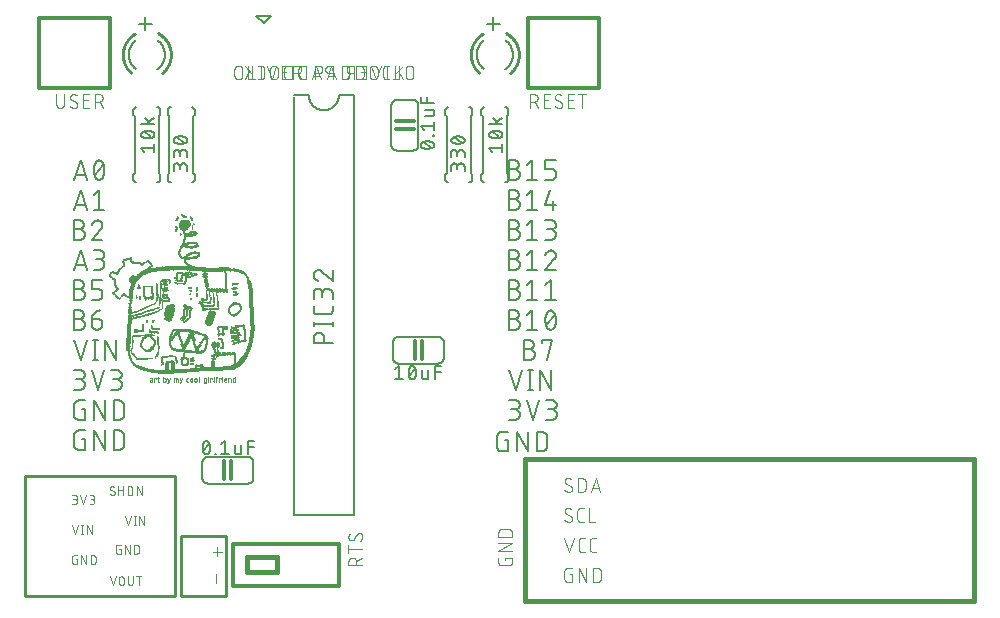
<source format=gbr>
G04 EAGLE Gerber RS-274X export*
G75*
%MOMM*%
%FSLAX34Y34*%
%LPD*%
%INSilkscreen Top*%
%IPPOS*%
%AMOC8*
5,1,8,0,0,1.08239X$1,22.5*%
G01*
%ADD10C,0.152400*%
%ADD11C,0.076200*%
%ADD12C,0.101600*%
%ADD13R,0.792481X0.020319*%
%ADD14R,1.341119X0.020319*%
%ADD15R,0.040638X0.020319*%
%ADD16R,1.645919X0.020319*%
%ADD17R,2.153919X0.020319*%
%ADD18R,2.560319X0.020319*%
%ADD19R,3.007363X0.020319*%
%ADD20R,3.190238X0.020319*%
%ADD21R,3.515356X0.020319*%
%ADD22R,3.962400X0.020319*%
%ADD23R,4.368800X0.020319*%
%ADD24R,4.754875X0.020319*%
%ADD25R,5.140956X0.020319*%
%ADD26R,1.442719X0.020319*%
%ADD27R,0.142238X0.020319*%
%ADD28R,3.881119X0.020319*%
%ADD29R,1.158238X0.020319*%
%ADD30R,0.060956X0.020319*%
%ADD31R,0.284481X0.020319*%
%ADD32R,4.165600X0.020319*%
%ADD33R,1.137919X0.020319*%
%ADD34R,0.243838X0.020319*%
%ADD35R,4.348481X0.020319*%
%ADD36R,0.955038X0.020319*%
%ADD37R,0.264156X0.020319*%
%ADD38R,4.206238X0.020319*%
%ADD39R,4.226556X0.020319*%
%ADD40R,0.101600X0.020319*%
%ADD41R,0.833119X0.020319*%
%ADD42R,0.264163X0.020319*%
%ADD43R,4.023356X0.020319*%
%ADD44R,0.812800X0.020319*%
%ADD45R,4.104637X0.020319*%
%ADD46R,0.731519X0.020319*%
%ADD47R,0.711200X0.020319*%
%ADD48R,3.698238X0.020319*%
%ADD49R,0.609600X0.020319*%
%ADD50R,3.474719X0.020319*%
%ADD51R,0.650238X0.020319*%
%ADD52R,3.108956X0.020319*%
%ADD53R,0.223519X0.020319*%
%ADD54R,0.284475X0.020319*%
%ADD55R,2.783838X0.020319*%
%ADD56R,0.568963X0.020319*%
%ADD57R,0.203200X0.020319*%
%ADD58R,2.519681X0.020319*%
%ADD59R,0.548638X0.020319*%
%ADD60R,0.060963X0.020319*%
%ADD61R,1.727200X0.020319*%
%ADD62R,1.605281X0.020319*%
%ADD63R,0.467363X0.020319*%
%ADD64R,0.447038X0.020319*%
%ADD65R,0.325119X0.020319*%
%ADD66R,0.304800X0.020319*%
%ADD67R,1.198875X0.020319*%
%ADD68R,0.406400X0.020319*%
%ADD69R,0.690881X0.020319*%
%ADD70R,0.995681X0.020319*%
%ADD71R,0.365756X0.020319*%
%ADD72R,0.914400X0.020319*%
%ADD73R,0.345438X0.020319*%
%ADD74R,0.670556X0.020319*%
%ADD75R,0.081275X0.020319*%
%ADD76R,0.772156X0.020319*%
%ADD77R,0.629919X0.020319*%
%ADD78R,0.528319X0.020319*%
%ADD79R,0.182875X0.020319*%
%ADD80R,0.386075X0.020319*%
%ADD81R,0.081281X0.020319*%
%ADD82R,0.121919X0.020319*%
%ADD83R,0.568956X0.020319*%
%ADD84R,0.690875X0.020319*%
%ADD85R,0.508000X0.020319*%
%ADD86R,0.182881X0.020319*%
%ADD87R,0.467356X0.020319*%
%ADD88R,0.162556X0.020319*%
%ADD89R,0.426719X0.020319*%
%ADD90R,0.162562X0.020319*%
%ADD91R,0.020319X0.020319*%
%ADD92R,0.995675X0.020319*%
%ADD93R,0.365762X0.020319*%
%ADD94R,1.076956X0.020319*%
%ADD95R,0.487681X0.020319*%
%ADD96R,0.386081X0.020319*%
%ADD97R,1.097275X0.020319*%
%ADD98R,0.670563X0.020319*%
%ADD99R,1.361438X0.020319*%
%ADD100R,1.320800X0.020319*%
%ADD101R,1.788156X0.020319*%
%ADD102R,1.767838X0.020319*%
%ADD103R,0.589275X0.020319*%
%ADD104R,1.117600X0.020319*%
%ADD105R,1.402081X0.020319*%
%ADD106R,1.666238X0.020319*%
%ADD107R,1.503681X0.020319*%
%ADD108R,1.747519X0.020319*%
%ADD109R,1.463037X0.020319*%
%ADD110R,1.422400X0.020319*%
%ADD111R,1.016000X0.020319*%
%ADD112R,0.487675X0.020319*%
%ADD113R,0.751838X0.020319*%
%ADD114R,0.934719X0.020319*%
%ADD115R,0.894081X0.020319*%
%ADD116R,0.772163X0.020319*%
%ADD117R,0.853438X0.020319*%
%ADD118R,0.792475X0.020319*%
%ADD119R,1.178562X0.020319*%
%ADD120R,1.808475X0.020319*%
%ADD121R,1.910075X0.020319*%
%ADD122R,1.808481X0.020319*%
%ADD123R,0.975356X0.020319*%
%ADD124R,0.589281X0.020319*%
%ADD125R,1.381756X0.020319*%
%ADD126R,1.056638X0.020319*%
%ADD127R,1.544319X0.020319*%
%ADD128R,1.564638X0.020319*%
%ADD129R,1.036319X0.020319*%
%ADD130R,1.178556X0.020319*%
%ADD131R,1.198881X0.020319*%
%ADD132R,1.686556X0.020319*%
%ADD133R,2.316475X0.020319*%
%ADD134R,3.759200X0.020319*%
%ADD135R,1.991356X0.020319*%
%ADD136R,8.006081X0.020319*%
%ADD137R,7.924800X0.020319*%
%ADD138R,7.782556X0.020319*%
%ADD139R,7.152637X0.020319*%
%ADD140R,7.112000X0.020319*%
%ADD141R,6.725919X0.020319*%
%ADD142R,6.583681X0.020319*%
%ADD143R,6.461756X0.020319*%
%ADD144R,6.360156X0.020319*%
%ADD145R,4.307837X0.020319*%
%ADD146R,3.677919X0.020319*%
%ADD147R,3.393438X0.020319*%
%ADD148R,3.068319X0.020319*%
%ADD149R,2.621275X0.020319*%
%ADD150R,1.219200X0.020319*%
%ADD151R,1.259838X0.020319*%
%ADD152R,0.873756X0.020319*%
%ADD153R,0.873762X0.020319*%
%ADD154R,1.280163X0.020319*%
%ADD155R,0.894075X0.020319*%
%ADD156R,1.097281X0.020319*%
%ADD157C,0.025400*%
%ADD158C,0.304800*%
%ADD159C,0.127000*%
%ADD160C,0.254000*%
%ADD161C,0.406400*%
%ADD162C,0.177800*%


D10*
X42672Y360172D02*
X48091Y376428D01*
X53509Y360172D01*
X52155Y364236D02*
X44027Y364236D01*
X59207Y368300D02*
X59211Y368620D01*
X59222Y368939D01*
X59241Y369259D01*
X59268Y369577D01*
X59302Y369895D01*
X59344Y370212D01*
X59394Y370528D01*
X59451Y370843D01*
X59515Y371156D01*
X59587Y371468D01*
X59666Y371778D01*
X59753Y372085D01*
X59847Y372391D01*
X59948Y372694D01*
X60057Y372995D01*
X60172Y373293D01*
X60295Y373589D01*
X60425Y373881D01*
X60562Y374170D01*
X60561Y374171D02*
X60600Y374279D01*
X60643Y374386D01*
X60689Y374491D01*
X60740Y374595D01*
X60793Y374697D01*
X60850Y374797D01*
X60911Y374895D01*
X60975Y374990D01*
X61042Y375084D01*
X61113Y375175D01*
X61186Y375264D01*
X61263Y375350D01*
X61342Y375433D01*
X61424Y375514D01*
X61509Y375592D01*
X61597Y375666D01*
X61687Y375738D01*
X61779Y375806D01*
X61874Y375872D01*
X61971Y375934D01*
X62070Y375992D01*
X62172Y376048D01*
X62274Y376099D01*
X62379Y376147D01*
X62485Y376192D01*
X62593Y376233D01*
X62702Y376270D01*
X62812Y376303D01*
X62924Y376332D01*
X63036Y376358D01*
X63149Y376380D01*
X63263Y376397D01*
X63377Y376411D01*
X63492Y376421D01*
X63607Y376427D01*
X63722Y376429D01*
X63722Y376428D02*
X63837Y376426D01*
X63952Y376420D01*
X64067Y376410D01*
X64181Y376396D01*
X64295Y376379D01*
X64408Y376357D01*
X64520Y376331D01*
X64632Y376302D01*
X64742Y376269D01*
X64851Y376232D01*
X64959Y376191D01*
X65065Y376146D01*
X65170Y376098D01*
X65272Y376047D01*
X65373Y375991D01*
X65473Y375933D01*
X65570Y375871D01*
X65664Y375806D01*
X65757Y375737D01*
X65847Y375665D01*
X65935Y375591D01*
X66020Y375513D01*
X66102Y375432D01*
X66181Y375349D01*
X66258Y375263D01*
X66331Y375174D01*
X66402Y375083D01*
X66469Y374989D01*
X66533Y374894D01*
X66594Y374796D01*
X66651Y374696D01*
X66704Y374594D01*
X66755Y374490D01*
X66801Y374385D01*
X66844Y374278D01*
X66883Y374170D01*
X66882Y374170D02*
X67019Y373881D01*
X67149Y373589D01*
X67272Y373293D01*
X67387Y372995D01*
X67496Y372694D01*
X67597Y372391D01*
X67691Y372085D01*
X67778Y371778D01*
X67857Y371468D01*
X67929Y371156D01*
X67993Y370843D01*
X68050Y370528D01*
X68100Y370212D01*
X68142Y369895D01*
X68176Y369577D01*
X68203Y369259D01*
X68222Y368939D01*
X68233Y368620D01*
X68237Y368300D01*
X59207Y368300D02*
X59211Y367980D01*
X59222Y367661D01*
X59241Y367341D01*
X59268Y367023D01*
X59302Y366705D01*
X59344Y366388D01*
X59394Y366072D01*
X59451Y365757D01*
X59515Y365444D01*
X59587Y365132D01*
X59666Y364822D01*
X59753Y364515D01*
X59847Y364209D01*
X59948Y363906D01*
X60057Y363605D01*
X60172Y363307D01*
X60295Y363011D01*
X60425Y362719D01*
X60562Y362430D01*
X60561Y362430D02*
X60600Y362322D01*
X60643Y362215D01*
X60689Y362110D01*
X60740Y362006D01*
X60793Y361904D01*
X60850Y361804D01*
X60911Y361706D01*
X60975Y361611D01*
X61042Y361517D01*
X61113Y361426D01*
X61186Y361337D01*
X61263Y361251D01*
X61342Y361168D01*
X61424Y361087D01*
X61509Y361009D01*
X61597Y360935D01*
X61687Y360863D01*
X61780Y360794D01*
X61874Y360729D01*
X61971Y360667D01*
X62071Y360609D01*
X62172Y360553D01*
X62274Y360502D01*
X62379Y360454D01*
X62485Y360409D01*
X62593Y360368D01*
X62702Y360331D01*
X62812Y360298D01*
X62924Y360269D01*
X63036Y360243D01*
X63149Y360221D01*
X63263Y360204D01*
X63377Y360190D01*
X63492Y360180D01*
X63607Y360174D01*
X63722Y360172D01*
X66882Y362430D02*
X67019Y362719D01*
X67149Y363011D01*
X67272Y363307D01*
X67387Y363605D01*
X67496Y363906D01*
X67597Y364209D01*
X67691Y364515D01*
X67778Y364822D01*
X67857Y365132D01*
X67929Y365444D01*
X67993Y365757D01*
X68050Y366072D01*
X68100Y366388D01*
X68142Y366705D01*
X68176Y367023D01*
X68203Y367341D01*
X68222Y367661D01*
X68233Y367980D01*
X68237Y368300D01*
X66883Y362430D02*
X66844Y362322D01*
X66801Y362215D01*
X66755Y362110D01*
X66704Y362006D01*
X66651Y361904D01*
X66594Y361804D01*
X66533Y361706D01*
X66469Y361611D01*
X66402Y361517D01*
X66331Y361426D01*
X66258Y361337D01*
X66181Y361251D01*
X66102Y361168D01*
X66020Y361087D01*
X65935Y361009D01*
X65847Y360935D01*
X65757Y360863D01*
X65664Y360794D01*
X65570Y360729D01*
X65473Y360667D01*
X65373Y360609D01*
X65272Y360553D01*
X65169Y360502D01*
X65065Y360454D01*
X64959Y360409D01*
X64851Y360368D01*
X64742Y360331D01*
X64632Y360298D01*
X64520Y360269D01*
X64408Y360243D01*
X64295Y360221D01*
X64181Y360204D01*
X64067Y360190D01*
X63952Y360180D01*
X63837Y360174D01*
X63722Y360172D01*
X60109Y363784D02*
X67334Y372816D01*
X48091Y351028D02*
X42672Y334772D01*
X53509Y334772D02*
X48091Y351028D01*
X52155Y338836D02*
X44027Y338836D01*
X59206Y347416D02*
X63722Y351028D01*
X63722Y334772D01*
X68237Y334772D02*
X59206Y334772D01*
X47188Y318403D02*
X42672Y318403D01*
X47188Y318404D02*
X47321Y318402D01*
X47453Y318396D01*
X47585Y318386D01*
X47717Y318373D01*
X47849Y318355D01*
X47979Y318334D01*
X48110Y318309D01*
X48239Y318280D01*
X48367Y318247D01*
X48495Y318211D01*
X48621Y318171D01*
X48746Y318127D01*
X48870Y318079D01*
X48992Y318028D01*
X49113Y317973D01*
X49232Y317915D01*
X49350Y317853D01*
X49465Y317788D01*
X49579Y317719D01*
X49690Y317648D01*
X49799Y317572D01*
X49906Y317494D01*
X50011Y317413D01*
X50113Y317328D01*
X50213Y317241D01*
X50310Y317151D01*
X50405Y317058D01*
X50496Y316962D01*
X50585Y316864D01*
X50671Y316763D01*
X50754Y316659D01*
X50834Y316553D01*
X50910Y316445D01*
X50984Y316335D01*
X51054Y316222D01*
X51121Y316108D01*
X51184Y315991D01*
X51244Y315873D01*
X51301Y315753D01*
X51354Y315631D01*
X51403Y315508D01*
X51449Y315384D01*
X51491Y315258D01*
X51529Y315131D01*
X51564Y315003D01*
X51595Y314874D01*
X51622Y314745D01*
X51645Y314614D01*
X51665Y314483D01*
X51680Y314351D01*
X51692Y314219D01*
X51700Y314087D01*
X51704Y313954D01*
X51704Y313822D01*
X51700Y313689D01*
X51692Y313557D01*
X51680Y313425D01*
X51665Y313293D01*
X51645Y313162D01*
X51622Y313031D01*
X51595Y312902D01*
X51564Y312773D01*
X51529Y312645D01*
X51491Y312518D01*
X51449Y312392D01*
X51403Y312268D01*
X51354Y312145D01*
X51301Y312023D01*
X51244Y311903D01*
X51184Y311785D01*
X51121Y311668D01*
X51054Y311554D01*
X50984Y311441D01*
X50910Y311331D01*
X50834Y311223D01*
X50754Y311117D01*
X50671Y311013D01*
X50585Y310912D01*
X50496Y310814D01*
X50405Y310718D01*
X50310Y310625D01*
X50213Y310535D01*
X50113Y310448D01*
X50011Y310363D01*
X49906Y310282D01*
X49799Y310204D01*
X49690Y310128D01*
X49579Y310057D01*
X49465Y309988D01*
X49350Y309923D01*
X49232Y309861D01*
X49113Y309803D01*
X48992Y309748D01*
X48870Y309697D01*
X48746Y309649D01*
X48621Y309605D01*
X48495Y309565D01*
X48367Y309529D01*
X48239Y309496D01*
X48110Y309467D01*
X47979Y309442D01*
X47849Y309421D01*
X47717Y309403D01*
X47585Y309390D01*
X47453Y309380D01*
X47321Y309374D01*
X47188Y309372D01*
X42672Y309372D01*
X42672Y325628D01*
X47188Y325628D01*
X47307Y325626D01*
X47427Y325620D01*
X47546Y325610D01*
X47664Y325596D01*
X47783Y325579D01*
X47900Y325557D01*
X48017Y325532D01*
X48132Y325502D01*
X48247Y325469D01*
X48361Y325432D01*
X48473Y325392D01*
X48584Y325347D01*
X48693Y325299D01*
X48801Y325248D01*
X48907Y325193D01*
X49011Y325134D01*
X49113Y325072D01*
X49213Y325007D01*
X49311Y324938D01*
X49407Y324866D01*
X49500Y324791D01*
X49590Y324714D01*
X49678Y324633D01*
X49763Y324549D01*
X49845Y324462D01*
X49925Y324373D01*
X50001Y324281D01*
X50075Y324187D01*
X50145Y324090D01*
X50212Y323992D01*
X50276Y323891D01*
X50336Y323787D01*
X50393Y323682D01*
X50446Y323575D01*
X50496Y323467D01*
X50542Y323357D01*
X50584Y323245D01*
X50623Y323132D01*
X50658Y323018D01*
X50689Y322903D01*
X50717Y322786D01*
X50740Y322669D01*
X50760Y322552D01*
X50776Y322433D01*
X50788Y322314D01*
X50796Y322195D01*
X50800Y322076D01*
X50800Y321956D01*
X50796Y321837D01*
X50788Y321718D01*
X50776Y321599D01*
X50760Y321480D01*
X50740Y321363D01*
X50717Y321246D01*
X50689Y321129D01*
X50658Y321014D01*
X50623Y320900D01*
X50584Y320787D01*
X50542Y320675D01*
X50496Y320565D01*
X50446Y320457D01*
X50393Y320350D01*
X50336Y320245D01*
X50276Y320141D01*
X50212Y320040D01*
X50145Y319942D01*
X50075Y319845D01*
X50001Y319751D01*
X49925Y319659D01*
X49845Y319570D01*
X49763Y319483D01*
X49678Y319399D01*
X49590Y319318D01*
X49500Y319241D01*
X49407Y319166D01*
X49311Y319094D01*
X49213Y319025D01*
X49113Y318960D01*
X49011Y318898D01*
X48907Y318839D01*
X48801Y318784D01*
X48693Y318733D01*
X48584Y318685D01*
X48473Y318640D01*
X48361Y318600D01*
X48247Y318563D01*
X48132Y318530D01*
X48017Y318500D01*
X47900Y318475D01*
X47783Y318453D01*
X47664Y318436D01*
X47546Y318422D01*
X47427Y318412D01*
X47307Y318406D01*
X47188Y318404D01*
X62538Y325628D02*
X62663Y325626D01*
X62788Y325620D01*
X62913Y325611D01*
X63037Y325597D01*
X63161Y325580D01*
X63285Y325559D01*
X63407Y325534D01*
X63529Y325505D01*
X63650Y325473D01*
X63770Y325437D01*
X63889Y325397D01*
X64006Y325354D01*
X64122Y325307D01*
X64237Y325256D01*
X64349Y325202D01*
X64461Y325144D01*
X64570Y325084D01*
X64677Y325019D01*
X64783Y324952D01*
X64886Y324881D01*
X64987Y324807D01*
X65086Y324730D01*
X65182Y324650D01*
X65276Y324567D01*
X65367Y324482D01*
X65456Y324393D01*
X65541Y324302D01*
X65624Y324208D01*
X65704Y324112D01*
X65781Y324013D01*
X65855Y323912D01*
X65926Y323809D01*
X65993Y323703D01*
X66058Y323596D01*
X66118Y323487D01*
X66176Y323375D01*
X66230Y323263D01*
X66281Y323148D01*
X66328Y323032D01*
X66371Y322915D01*
X66411Y322796D01*
X66447Y322676D01*
X66479Y322555D01*
X66508Y322433D01*
X66533Y322311D01*
X66554Y322187D01*
X66571Y322063D01*
X66585Y321939D01*
X66594Y321814D01*
X66600Y321689D01*
X66602Y321564D01*
X62538Y325628D02*
X62395Y325626D01*
X62253Y325620D01*
X62110Y325610D01*
X61968Y325597D01*
X61827Y325579D01*
X61685Y325558D01*
X61545Y325533D01*
X61405Y325504D01*
X61266Y325471D01*
X61128Y325434D01*
X60991Y325394D01*
X60856Y325350D01*
X60721Y325302D01*
X60588Y325250D01*
X60456Y325195D01*
X60326Y325136D01*
X60198Y325074D01*
X60071Y325008D01*
X59946Y324939D01*
X59823Y324867D01*
X59703Y324791D01*
X59584Y324712D01*
X59467Y324629D01*
X59353Y324544D01*
X59241Y324455D01*
X59132Y324364D01*
X59025Y324269D01*
X58920Y324172D01*
X58819Y324071D01*
X58720Y323968D01*
X58624Y323863D01*
X58531Y323754D01*
X58441Y323643D01*
X58354Y323530D01*
X58270Y323415D01*
X58190Y323297D01*
X58112Y323177D01*
X58038Y323055D01*
X57968Y322931D01*
X57900Y322805D01*
X57837Y322677D01*
X57776Y322548D01*
X57719Y322417D01*
X57666Y322285D01*
X57617Y322151D01*
X57571Y322016D01*
X65247Y318403D02*
X65341Y318495D01*
X65431Y318589D01*
X65519Y318686D01*
X65604Y318786D01*
X65686Y318888D01*
X65765Y318993D01*
X65840Y319100D01*
X65912Y319209D01*
X65981Y319320D01*
X66047Y319434D01*
X66109Y319549D01*
X66168Y319666D01*
X66223Y319785D01*
X66274Y319905D01*
X66322Y320027D01*
X66367Y320150D01*
X66407Y320274D01*
X66444Y320400D01*
X66477Y320527D01*
X66506Y320654D01*
X66532Y320783D01*
X66553Y320912D01*
X66571Y321042D01*
X66584Y321172D01*
X66594Y321302D01*
X66600Y321433D01*
X66602Y321564D01*
X65248Y318403D02*
X57571Y309372D01*
X66602Y309372D01*
X48091Y300228D02*
X42672Y283972D01*
X53509Y283972D02*
X48091Y300228D01*
X52155Y288036D02*
X44027Y288036D01*
X59206Y283972D02*
X63722Y283972D01*
X63855Y283974D01*
X63987Y283980D01*
X64119Y283990D01*
X64251Y284003D01*
X64383Y284021D01*
X64513Y284042D01*
X64644Y284067D01*
X64773Y284096D01*
X64901Y284129D01*
X65029Y284165D01*
X65155Y284205D01*
X65280Y284249D01*
X65404Y284297D01*
X65526Y284348D01*
X65647Y284403D01*
X65766Y284461D01*
X65884Y284523D01*
X65999Y284588D01*
X66113Y284657D01*
X66224Y284728D01*
X66333Y284804D01*
X66440Y284882D01*
X66545Y284963D01*
X66647Y285048D01*
X66747Y285135D01*
X66844Y285225D01*
X66939Y285318D01*
X67030Y285414D01*
X67119Y285512D01*
X67205Y285613D01*
X67288Y285717D01*
X67368Y285823D01*
X67444Y285931D01*
X67518Y286041D01*
X67588Y286154D01*
X67655Y286268D01*
X67718Y286385D01*
X67778Y286503D01*
X67835Y286623D01*
X67888Y286745D01*
X67937Y286868D01*
X67983Y286992D01*
X68025Y287118D01*
X68063Y287245D01*
X68098Y287373D01*
X68129Y287502D01*
X68156Y287631D01*
X68179Y287762D01*
X68199Y287893D01*
X68214Y288025D01*
X68226Y288157D01*
X68234Y288289D01*
X68238Y288422D01*
X68238Y288554D01*
X68234Y288687D01*
X68226Y288819D01*
X68214Y288951D01*
X68199Y289083D01*
X68179Y289214D01*
X68156Y289345D01*
X68129Y289474D01*
X68098Y289603D01*
X68063Y289731D01*
X68025Y289858D01*
X67983Y289984D01*
X67937Y290108D01*
X67888Y290231D01*
X67835Y290353D01*
X67778Y290473D01*
X67718Y290591D01*
X67655Y290708D01*
X67588Y290822D01*
X67518Y290935D01*
X67444Y291045D01*
X67368Y291153D01*
X67288Y291259D01*
X67205Y291363D01*
X67119Y291464D01*
X67030Y291562D01*
X66939Y291658D01*
X66844Y291751D01*
X66747Y291841D01*
X66647Y291928D01*
X66545Y292013D01*
X66440Y292094D01*
X66333Y292172D01*
X66224Y292248D01*
X66113Y292319D01*
X65999Y292388D01*
X65884Y292453D01*
X65766Y292515D01*
X65647Y292573D01*
X65526Y292628D01*
X65404Y292679D01*
X65280Y292727D01*
X65155Y292771D01*
X65029Y292811D01*
X64901Y292847D01*
X64773Y292880D01*
X64644Y292909D01*
X64513Y292934D01*
X64383Y292955D01*
X64251Y292973D01*
X64119Y292986D01*
X63987Y292996D01*
X63855Y293002D01*
X63722Y293004D01*
X64625Y300228D02*
X59206Y300228D01*
X64625Y300228D02*
X64744Y300226D01*
X64864Y300220D01*
X64983Y300210D01*
X65101Y300196D01*
X65220Y300179D01*
X65337Y300157D01*
X65454Y300132D01*
X65569Y300102D01*
X65684Y300069D01*
X65798Y300032D01*
X65910Y299992D01*
X66021Y299947D01*
X66130Y299899D01*
X66238Y299848D01*
X66344Y299793D01*
X66448Y299734D01*
X66550Y299672D01*
X66650Y299607D01*
X66748Y299538D01*
X66844Y299466D01*
X66937Y299391D01*
X67027Y299314D01*
X67115Y299233D01*
X67200Y299149D01*
X67282Y299062D01*
X67362Y298973D01*
X67438Y298881D01*
X67512Y298787D01*
X67582Y298690D01*
X67649Y298592D01*
X67713Y298491D01*
X67773Y298387D01*
X67830Y298282D01*
X67883Y298175D01*
X67933Y298067D01*
X67979Y297957D01*
X68021Y297845D01*
X68060Y297732D01*
X68095Y297618D01*
X68126Y297503D01*
X68154Y297386D01*
X68177Y297269D01*
X68197Y297152D01*
X68213Y297033D01*
X68225Y296914D01*
X68233Y296795D01*
X68237Y296676D01*
X68237Y296556D01*
X68233Y296437D01*
X68225Y296318D01*
X68213Y296199D01*
X68197Y296080D01*
X68177Y295963D01*
X68154Y295846D01*
X68126Y295729D01*
X68095Y295614D01*
X68060Y295500D01*
X68021Y295387D01*
X67979Y295275D01*
X67933Y295165D01*
X67883Y295057D01*
X67830Y294950D01*
X67773Y294845D01*
X67713Y294741D01*
X67649Y294640D01*
X67582Y294542D01*
X67512Y294445D01*
X67438Y294351D01*
X67362Y294259D01*
X67282Y294170D01*
X67200Y294083D01*
X67115Y293999D01*
X67027Y293918D01*
X66937Y293841D01*
X66844Y293766D01*
X66748Y293694D01*
X66650Y293625D01*
X66550Y293560D01*
X66448Y293498D01*
X66344Y293439D01*
X66238Y293384D01*
X66130Y293333D01*
X66021Y293285D01*
X65910Y293240D01*
X65798Y293200D01*
X65684Y293163D01*
X65569Y293130D01*
X65454Y293100D01*
X65337Y293075D01*
X65220Y293053D01*
X65101Y293036D01*
X64983Y293022D01*
X64864Y293012D01*
X64744Y293006D01*
X64625Y293004D01*
X64625Y293003D02*
X61013Y293003D01*
X47188Y267603D02*
X42672Y267603D01*
X47188Y267604D02*
X47321Y267602D01*
X47453Y267596D01*
X47585Y267586D01*
X47717Y267573D01*
X47849Y267555D01*
X47979Y267534D01*
X48110Y267509D01*
X48239Y267480D01*
X48367Y267447D01*
X48495Y267411D01*
X48621Y267371D01*
X48746Y267327D01*
X48870Y267279D01*
X48992Y267228D01*
X49113Y267173D01*
X49232Y267115D01*
X49350Y267053D01*
X49465Y266988D01*
X49579Y266919D01*
X49690Y266848D01*
X49799Y266772D01*
X49906Y266694D01*
X50011Y266613D01*
X50113Y266528D01*
X50213Y266441D01*
X50310Y266351D01*
X50405Y266258D01*
X50496Y266162D01*
X50585Y266064D01*
X50671Y265963D01*
X50754Y265859D01*
X50834Y265753D01*
X50910Y265645D01*
X50984Y265535D01*
X51054Y265422D01*
X51121Y265308D01*
X51184Y265191D01*
X51244Y265073D01*
X51301Y264953D01*
X51354Y264831D01*
X51403Y264708D01*
X51449Y264584D01*
X51491Y264458D01*
X51529Y264331D01*
X51564Y264203D01*
X51595Y264074D01*
X51622Y263945D01*
X51645Y263814D01*
X51665Y263683D01*
X51680Y263551D01*
X51692Y263419D01*
X51700Y263287D01*
X51704Y263154D01*
X51704Y263022D01*
X51700Y262889D01*
X51692Y262757D01*
X51680Y262625D01*
X51665Y262493D01*
X51645Y262362D01*
X51622Y262231D01*
X51595Y262102D01*
X51564Y261973D01*
X51529Y261845D01*
X51491Y261718D01*
X51449Y261592D01*
X51403Y261468D01*
X51354Y261345D01*
X51301Y261223D01*
X51244Y261103D01*
X51184Y260985D01*
X51121Y260868D01*
X51054Y260754D01*
X50984Y260641D01*
X50910Y260531D01*
X50834Y260423D01*
X50754Y260317D01*
X50671Y260213D01*
X50585Y260112D01*
X50496Y260014D01*
X50405Y259918D01*
X50310Y259825D01*
X50213Y259735D01*
X50113Y259648D01*
X50011Y259563D01*
X49906Y259482D01*
X49799Y259404D01*
X49690Y259328D01*
X49579Y259257D01*
X49465Y259188D01*
X49350Y259123D01*
X49232Y259061D01*
X49113Y259003D01*
X48992Y258948D01*
X48870Y258897D01*
X48746Y258849D01*
X48621Y258805D01*
X48495Y258765D01*
X48367Y258729D01*
X48239Y258696D01*
X48110Y258667D01*
X47979Y258642D01*
X47849Y258621D01*
X47717Y258603D01*
X47585Y258590D01*
X47453Y258580D01*
X47321Y258574D01*
X47188Y258572D01*
X42672Y258572D01*
X42672Y274828D01*
X47188Y274828D01*
X47307Y274826D01*
X47427Y274820D01*
X47546Y274810D01*
X47664Y274796D01*
X47783Y274779D01*
X47900Y274757D01*
X48017Y274732D01*
X48132Y274702D01*
X48247Y274669D01*
X48361Y274632D01*
X48473Y274592D01*
X48584Y274547D01*
X48693Y274499D01*
X48801Y274448D01*
X48907Y274393D01*
X49011Y274334D01*
X49113Y274272D01*
X49213Y274207D01*
X49311Y274138D01*
X49407Y274066D01*
X49500Y273991D01*
X49590Y273914D01*
X49678Y273833D01*
X49763Y273749D01*
X49845Y273662D01*
X49925Y273573D01*
X50001Y273481D01*
X50075Y273387D01*
X50145Y273290D01*
X50212Y273192D01*
X50276Y273091D01*
X50336Y272987D01*
X50393Y272882D01*
X50446Y272775D01*
X50496Y272667D01*
X50542Y272557D01*
X50584Y272445D01*
X50623Y272332D01*
X50658Y272218D01*
X50689Y272103D01*
X50717Y271986D01*
X50740Y271869D01*
X50760Y271752D01*
X50776Y271633D01*
X50788Y271514D01*
X50796Y271395D01*
X50800Y271276D01*
X50800Y271156D01*
X50796Y271037D01*
X50788Y270918D01*
X50776Y270799D01*
X50760Y270680D01*
X50740Y270563D01*
X50717Y270446D01*
X50689Y270329D01*
X50658Y270214D01*
X50623Y270100D01*
X50584Y269987D01*
X50542Y269875D01*
X50496Y269765D01*
X50446Y269657D01*
X50393Y269550D01*
X50336Y269445D01*
X50276Y269341D01*
X50212Y269240D01*
X50145Y269142D01*
X50075Y269045D01*
X50001Y268951D01*
X49925Y268859D01*
X49845Y268770D01*
X49763Y268683D01*
X49678Y268599D01*
X49590Y268518D01*
X49500Y268441D01*
X49407Y268366D01*
X49311Y268294D01*
X49213Y268225D01*
X49113Y268160D01*
X49011Y268098D01*
X48907Y268039D01*
X48801Y267984D01*
X48693Y267933D01*
X48584Y267885D01*
X48473Y267840D01*
X48361Y267800D01*
X48247Y267763D01*
X48132Y267730D01*
X48017Y267700D01*
X47900Y267675D01*
X47783Y267653D01*
X47664Y267636D01*
X47546Y267622D01*
X47427Y267612D01*
X47307Y267606D01*
X47188Y267604D01*
X57571Y258572D02*
X62990Y258572D01*
X63108Y258574D01*
X63226Y258580D01*
X63344Y258589D01*
X63461Y258603D01*
X63578Y258620D01*
X63695Y258641D01*
X63810Y258666D01*
X63925Y258695D01*
X64039Y258728D01*
X64151Y258764D01*
X64262Y258804D01*
X64372Y258847D01*
X64481Y258894D01*
X64588Y258944D01*
X64693Y258999D01*
X64796Y259056D01*
X64897Y259117D01*
X64997Y259181D01*
X65094Y259248D01*
X65189Y259318D01*
X65281Y259392D01*
X65372Y259468D01*
X65459Y259548D01*
X65544Y259630D01*
X65626Y259715D01*
X65706Y259802D01*
X65782Y259893D01*
X65856Y259985D01*
X65926Y260080D01*
X65993Y260177D01*
X66057Y260277D01*
X66118Y260378D01*
X66175Y260481D01*
X66230Y260586D01*
X66280Y260693D01*
X66327Y260802D01*
X66370Y260912D01*
X66410Y261023D01*
X66446Y261135D01*
X66479Y261249D01*
X66508Y261364D01*
X66533Y261479D01*
X66554Y261596D01*
X66571Y261713D01*
X66585Y261830D01*
X66594Y261948D01*
X66600Y262066D01*
X66602Y262184D01*
X66602Y263991D01*
X66600Y264109D01*
X66594Y264227D01*
X66585Y264345D01*
X66571Y264462D01*
X66554Y264579D01*
X66533Y264696D01*
X66508Y264811D01*
X66479Y264926D01*
X66446Y265040D01*
X66410Y265152D01*
X66370Y265263D01*
X66327Y265373D01*
X66280Y265482D01*
X66230Y265589D01*
X66175Y265694D01*
X66118Y265797D01*
X66057Y265898D01*
X65993Y265998D01*
X65926Y266095D01*
X65856Y266190D01*
X65782Y266282D01*
X65706Y266373D01*
X65626Y266460D01*
X65544Y266545D01*
X65459Y266627D01*
X65372Y266707D01*
X65281Y266783D01*
X65189Y266857D01*
X65094Y266927D01*
X64997Y266994D01*
X64897Y267058D01*
X64796Y267119D01*
X64693Y267176D01*
X64588Y267231D01*
X64481Y267281D01*
X64372Y267328D01*
X64262Y267371D01*
X64151Y267411D01*
X64039Y267447D01*
X63925Y267480D01*
X63810Y267509D01*
X63695Y267534D01*
X63578Y267555D01*
X63461Y267572D01*
X63344Y267586D01*
X63226Y267595D01*
X63108Y267601D01*
X62990Y267603D01*
X57571Y267603D01*
X57571Y274828D01*
X66602Y274828D01*
X47188Y242203D02*
X42672Y242203D01*
X47188Y242204D02*
X47321Y242202D01*
X47453Y242196D01*
X47585Y242186D01*
X47717Y242173D01*
X47849Y242155D01*
X47979Y242134D01*
X48110Y242109D01*
X48239Y242080D01*
X48367Y242047D01*
X48495Y242011D01*
X48621Y241971D01*
X48746Y241927D01*
X48870Y241879D01*
X48992Y241828D01*
X49113Y241773D01*
X49232Y241715D01*
X49350Y241653D01*
X49465Y241588D01*
X49579Y241519D01*
X49690Y241448D01*
X49799Y241372D01*
X49906Y241294D01*
X50011Y241213D01*
X50113Y241128D01*
X50213Y241041D01*
X50310Y240951D01*
X50405Y240858D01*
X50496Y240762D01*
X50585Y240664D01*
X50671Y240563D01*
X50754Y240459D01*
X50834Y240353D01*
X50910Y240245D01*
X50984Y240135D01*
X51054Y240022D01*
X51121Y239908D01*
X51184Y239791D01*
X51244Y239673D01*
X51301Y239553D01*
X51354Y239431D01*
X51403Y239308D01*
X51449Y239184D01*
X51491Y239058D01*
X51529Y238931D01*
X51564Y238803D01*
X51595Y238674D01*
X51622Y238545D01*
X51645Y238414D01*
X51665Y238283D01*
X51680Y238151D01*
X51692Y238019D01*
X51700Y237887D01*
X51704Y237754D01*
X51704Y237622D01*
X51700Y237489D01*
X51692Y237357D01*
X51680Y237225D01*
X51665Y237093D01*
X51645Y236962D01*
X51622Y236831D01*
X51595Y236702D01*
X51564Y236573D01*
X51529Y236445D01*
X51491Y236318D01*
X51449Y236192D01*
X51403Y236068D01*
X51354Y235945D01*
X51301Y235823D01*
X51244Y235703D01*
X51184Y235585D01*
X51121Y235468D01*
X51054Y235354D01*
X50984Y235241D01*
X50910Y235131D01*
X50834Y235023D01*
X50754Y234917D01*
X50671Y234813D01*
X50585Y234712D01*
X50496Y234614D01*
X50405Y234518D01*
X50310Y234425D01*
X50213Y234335D01*
X50113Y234248D01*
X50011Y234163D01*
X49906Y234082D01*
X49799Y234004D01*
X49690Y233928D01*
X49579Y233857D01*
X49465Y233788D01*
X49350Y233723D01*
X49232Y233661D01*
X49113Y233603D01*
X48992Y233548D01*
X48870Y233497D01*
X48746Y233449D01*
X48621Y233405D01*
X48495Y233365D01*
X48367Y233329D01*
X48239Y233296D01*
X48110Y233267D01*
X47979Y233242D01*
X47849Y233221D01*
X47717Y233203D01*
X47585Y233190D01*
X47453Y233180D01*
X47321Y233174D01*
X47188Y233172D01*
X42672Y233172D01*
X42672Y249428D01*
X47188Y249428D01*
X47307Y249426D01*
X47427Y249420D01*
X47546Y249410D01*
X47664Y249396D01*
X47783Y249379D01*
X47900Y249357D01*
X48017Y249332D01*
X48132Y249302D01*
X48247Y249269D01*
X48361Y249232D01*
X48473Y249192D01*
X48584Y249147D01*
X48693Y249099D01*
X48801Y249048D01*
X48907Y248993D01*
X49011Y248934D01*
X49113Y248872D01*
X49213Y248807D01*
X49311Y248738D01*
X49407Y248666D01*
X49500Y248591D01*
X49590Y248514D01*
X49678Y248433D01*
X49763Y248349D01*
X49845Y248262D01*
X49925Y248173D01*
X50001Y248081D01*
X50075Y247987D01*
X50145Y247890D01*
X50212Y247792D01*
X50276Y247691D01*
X50336Y247587D01*
X50393Y247482D01*
X50446Y247375D01*
X50496Y247267D01*
X50542Y247157D01*
X50584Y247045D01*
X50623Y246932D01*
X50658Y246818D01*
X50689Y246703D01*
X50717Y246586D01*
X50740Y246469D01*
X50760Y246352D01*
X50776Y246233D01*
X50788Y246114D01*
X50796Y245995D01*
X50800Y245876D01*
X50800Y245756D01*
X50796Y245637D01*
X50788Y245518D01*
X50776Y245399D01*
X50760Y245280D01*
X50740Y245163D01*
X50717Y245046D01*
X50689Y244929D01*
X50658Y244814D01*
X50623Y244700D01*
X50584Y244587D01*
X50542Y244475D01*
X50496Y244365D01*
X50446Y244257D01*
X50393Y244150D01*
X50336Y244045D01*
X50276Y243941D01*
X50212Y243840D01*
X50145Y243742D01*
X50075Y243645D01*
X50001Y243551D01*
X49925Y243459D01*
X49845Y243370D01*
X49763Y243283D01*
X49678Y243199D01*
X49590Y243118D01*
X49500Y243041D01*
X49407Y242966D01*
X49311Y242894D01*
X49213Y242825D01*
X49113Y242760D01*
X49011Y242698D01*
X48907Y242639D01*
X48801Y242584D01*
X48693Y242533D01*
X48584Y242485D01*
X48473Y242440D01*
X48361Y242400D01*
X48247Y242363D01*
X48132Y242330D01*
X48017Y242300D01*
X47900Y242275D01*
X47783Y242253D01*
X47664Y242236D01*
X47546Y242222D01*
X47427Y242212D01*
X47307Y242206D01*
X47188Y242204D01*
X57571Y242203D02*
X62990Y242203D01*
X63108Y242201D01*
X63226Y242195D01*
X63344Y242186D01*
X63461Y242172D01*
X63578Y242155D01*
X63695Y242134D01*
X63810Y242109D01*
X63925Y242080D01*
X64039Y242047D01*
X64151Y242011D01*
X64262Y241971D01*
X64372Y241928D01*
X64481Y241881D01*
X64588Y241831D01*
X64693Y241776D01*
X64796Y241719D01*
X64897Y241658D01*
X64997Y241594D01*
X65094Y241527D01*
X65189Y241457D01*
X65281Y241383D01*
X65372Y241307D01*
X65459Y241227D01*
X65544Y241145D01*
X65626Y241060D01*
X65706Y240973D01*
X65782Y240882D01*
X65856Y240790D01*
X65926Y240695D01*
X65993Y240598D01*
X66057Y240498D01*
X66118Y240397D01*
X66175Y240294D01*
X66230Y240189D01*
X66280Y240082D01*
X66327Y239973D01*
X66370Y239863D01*
X66410Y239752D01*
X66446Y239640D01*
X66479Y239526D01*
X66508Y239411D01*
X66533Y239296D01*
X66554Y239179D01*
X66571Y239062D01*
X66585Y238945D01*
X66594Y238827D01*
X66600Y238709D01*
X66602Y238591D01*
X66602Y237688D01*
X66603Y237688D02*
X66601Y237555D01*
X66595Y237423D01*
X66585Y237291D01*
X66572Y237159D01*
X66554Y237027D01*
X66533Y236897D01*
X66508Y236766D01*
X66479Y236637D01*
X66446Y236509D01*
X66410Y236381D01*
X66370Y236255D01*
X66326Y236130D01*
X66278Y236006D01*
X66227Y235884D01*
X66172Y235763D01*
X66114Y235644D01*
X66052Y235526D01*
X65987Y235411D01*
X65918Y235297D01*
X65847Y235186D01*
X65771Y235077D01*
X65693Y234970D01*
X65612Y234865D01*
X65527Y234763D01*
X65440Y234663D01*
X65350Y234566D01*
X65257Y234471D01*
X65161Y234380D01*
X65063Y234291D01*
X64962Y234205D01*
X64858Y234122D01*
X64752Y234042D01*
X64644Y233966D01*
X64534Y233892D01*
X64421Y233822D01*
X64307Y233755D01*
X64190Y233692D01*
X64072Y233632D01*
X63952Y233575D01*
X63830Y233522D01*
X63707Y233473D01*
X63583Y233427D01*
X63457Y233385D01*
X63330Y233347D01*
X63202Y233312D01*
X63073Y233281D01*
X62944Y233254D01*
X62813Y233231D01*
X62682Y233211D01*
X62550Y233196D01*
X62418Y233184D01*
X62286Y233176D01*
X62153Y233172D01*
X62021Y233172D01*
X61888Y233176D01*
X61756Y233184D01*
X61624Y233196D01*
X61492Y233211D01*
X61361Y233231D01*
X61230Y233254D01*
X61101Y233281D01*
X60972Y233312D01*
X60844Y233347D01*
X60717Y233385D01*
X60591Y233427D01*
X60467Y233473D01*
X60344Y233522D01*
X60222Y233575D01*
X60102Y233632D01*
X59984Y233692D01*
X59867Y233755D01*
X59753Y233822D01*
X59640Y233892D01*
X59530Y233966D01*
X59422Y234042D01*
X59316Y234122D01*
X59212Y234205D01*
X59111Y234291D01*
X59013Y234380D01*
X58917Y234471D01*
X58824Y234566D01*
X58734Y234663D01*
X58647Y234763D01*
X58562Y234865D01*
X58481Y234970D01*
X58403Y235077D01*
X58327Y235186D01*
X58256Y235297D01*
X58187Y235411D01*
X58122Y235526D01*
X58060Y235644D01*
X58002Y235763D01*
X57947Y235884D01*
X57896Y236006D01*
X57848Y236130D01*
X57804Y236255D01*
X57764Y236381D01*
X57728Y236509D01*
X57695Y236637D01*
X57666Y236766D01*
X57641Y236897D01*
X57620Y237027D01*
X57602Y237159D01*
X57589Y237291D01*
X57579Y237423D01*
X57573Y237555D01*
X57571Y237688D01*
X57571Y242203D01*
X57573Y242380D01*
X57580Y242558D01*
X57591Y242735D01*
X57606Y242911D01*
X57625Y243087D01*
X57649Y243263D01*
X57677Y243438D01*
X57710Y243613D01*
X57747Y243786D01*
X57788Y243959D01*
X57833Y244130D01*
X57882Y244300D01*
X57936Y244469D01*
X57993Y244637D01*
X58055Y244803D01*
X58121Y244968D01*
X58191Y245131D01*
X58265Y245292D01*
X58342Y245451D01*
X58424Y245609D01*
X58510Y245764D01*
X58599Y245917D01*
X58692Y246068D01*
X58789Y246217D01*
X58889Y246363D01*
X58993Y246507D01*
X59100Y246648D01*
X59211Y246786D01*
X59325Y246922D01*
X59443Y247055D01*
X59563Y247185D01*
X59687Y247312D01*
X59814Y247436D01*
X59944Y247556D01*
X60077Y247674D01*
X60212Y247788D01*
X60351Y247899D01*
X60492Y248006D01*
X60636Y248110D01*
X60782Y248210D01*
X60931Y248307D01*
X61082Y248400D01*
X61235Y248489D01*
X61390Y248575D01*
X61548Y248657D01*
X61707Y248734D01*
X61868Y248808D01*
X62031Y248878D01*
X62196Y248944D01*
X62362Y249006D01*
X62530Y249063D01*
X62699Y249117D01*
X62869Y249166D01*
X63040Y249211D01*
X63213Y249252D01*
X63386Y249289D01*
X63561Y249322D01*
X63736Y249350D01*
X63912Y249374D01*
X64088Y249393D01*
X64264Y249408D01*
X64441Y249419D01*
X64619Y249426D01*
X64796Y249428D01*
X42672Y224028D02*
X48091Y207772D01*
X53509Y224028D01*
X60596Y224028D02*
X60596Y207772D01*
X62402Y207772D02*
X58789Y207772D01*
X58789Y224028D02*
X62402Y224028D01*
X69106Y224028D02*
X69106Y207772D01*
X78137Y207772D02*
X69106Y224028D01*
X78137Y224028D02*
X78137Y207772D01*
X47188Y182372D02*
X42672Y182372D01*
X47188Y182372D02*
X47321Y182374D01*
X47453Y182380D01*
X47585Y182390D01*
X47717Y182403D01*
X47849Y182421D01*
X47979Y182442D01*
X48110Y182467D01*
X48239Y182496D01*
X48367Y182529D01*
X48495Y182565D01*
X48621Y182605D01*
X48746Y182649D01*
X48870Y182697D01*
X48992Y182748D01*
X49113Y182803D01*
X49232Y182861D01*
X49350Y182923D01*
X49465Y182988D01*
X49579Y183057D01*
X49690Y183128D01*
X49799Y183204D01*
X49906Y183282D01*
X50011Y183363D01*
X50113Y183448D01*
X50213Y183535D01*
X50310Y183625D01*
X50405Y183718D01*
X50496Y183814D01*
X50585Y183912D01*
X50671Y184013D01*
X50754Y184117D01*
X50834Y184223D01*
X50910Y184331D01*
X50984Y184441D01*
X51054Y184554D01*
X51121Y184668D01*
X51184Y184785D01*
X51244Y184903D01*
X51301Y185023D01*
X51354Y185145D01*
X51403Y185268D01*
X51449Y185392D01*
X51491Y185518D01*
X51529Y185645D01*
X51564Y185773D01*
X51595Y185902D01*
X51622Y186031D01*
X51645Y186162D01*
X51665Y186293D01*
X51680Y186425D01*
X51692Y186557D01*
X51700Y186689D01*
X51704Y186822D01*
X51704Y186954D01*
X51700Y187087D01*
X51692Y187219D01*
X51680Y187351D01*
X51665Y187483D01*
X51645Y187614D01*
X51622Y187745D01*
X51595Y187874D01*
X51564Y188003D01*
X51529Y188131D01*
X51491Y188258D01*
X51449Y188384D01*
X51403Y188508D01*
X51354Y188631D01*
X51301Y188753D01*
X51244Y188873D01*
X51184Y188991D01*
X51121Y189108D01*
X51054Y189222D01*
X50984Y189335D01*
X50910Y189445D01*
X50834Y189553D01*
X50754Y189659D01*
X50671Y189763D01*
X50585Y189864D01*
X50496Y189962D01*
X50405Y190058D01*
X50310Y190151D01*
X50213Y190241D01*
X50113Y190328D01*
X50011Y190413D01*
X49906Y190494D01*
X49799Y190572D01*
X49690Y190648D01*
X49579Y190719D01*
X49465Y190788D01*
X49350Y190853D01*
X49232Y190915D01*
X49113Y190973D01*
X48992Y191028D01*
X48870Y191079D01*
X48746Y191127D01*
X48621Y191171D01*
X48495Y191211D01*
X48367Y191247D01*
X48239Y191280D01*
X48110Y191309D01*
X47979Y191334D01*
X47849Y191355D01*
X47717Y191373D01*
X47585Y191386D01*
X47453Y191396D01*
X47321Y191402D01*
X47188Y191404D01*
X48091Y198628D02*
X42672Y198628D01*
X48091Y198628D02*
X48210Y198626D01*
X48330Y198620D01*
X48449Y198610D01*
X48567Y198596D01*
X48686Y198579D01*
X48803Y198557D01*
X48920Y198532D01*
X49035Y198502D01*
X49150Y198469D01*
X49264Y198432D01*
X49376Y198392D01*
X49487Y198347D01*
X49596Y198299D01*
X49704Y198248D01*
X49810Y198193D01*
X49914Y198134D01*
X50016Y198072D01*
X50116Y198007D01*
X50214Y197938D01*
X50310Y197866D01*
X50403Y197791D01*
X50493Y197714D01*
X50581Y197633D01*
X50666Y197549D01*
X50748Y197462D01*
X50828Y197373D01*
X50904Y197281D01*
X50978Y197187D01*
X51048Y197090D01*
X51115Y196992D01*
X51179Y196891D01*
X51239Y196787D01*
X51296Y196682D01*
X51349Y196575D01*
X51399Y196467D01*
X51445Y196357D01*
X51487Y196245D01*
X51526Y196132D01*
X51561Y196018D01*
X51592Y195903D01*
X51620Y195786D01*
X51643Y195669D01*
X51663Y195552D01*
X51679Y195433D01*
X51691Y195314D01*
X51699Y195195D01*
X51703Y195076D01*
X51703Y194956D01*
X51699Y194837D01*
X51691Y194718D01*
X51679Y194599D01*
X51663Y194480D01*
X51643Y194363D01*
X51620Y194246D01*
X51592Y194129D01*
X51561Y194014D01*
X51526Y193900D01*
X51487Y193787D01*
X51445Y193675D01*
X51399Y193565D01*
X51349Y193457D01*
X51296Y193350D01*
X51239Y193245D01*
X51179Y193141D01*
X51115Y193040D01*
X51048Y192942D01*
X50978Y192845D01*
X50904Y192751D01*
X50828Y192659D01*
X50748Y192570D01*
X50666Y192483D01*
X50581Y192399D01*
X50493Y192318D01*
X50403Y192241D01*
X50310Y192166D01*
X50214Y192094D01*
X50116Y192025D01*
X50016Y191960D01*
X49914Y191898D01*
X49810Y191839D01*
X49704Y191784D01*
X49596Y191733D01*
X49487Y191685D01*
X49376Y191640D01*
X49264Y191600D01*
X49150Y191563D01*
X49035Y191530D01*
X48920Y191500D01*
X48803Y191475D01*
X48686Y191453D01*
X48567Y191436D01*
X48449Y191422D01*
X48330Y191412D01*
X48210Y191406D01*
X48091Y191404D01*
X48091Y191403D02*
X44478Y191403D01*
X57400Y198628D02*
X62819Y182372D01*
X68237Y198628D01*
X73934Y182372D02*
X78450Y182372D01*
X78583Y182374D01*
X78715Y182380D01*
X78847Y182390D01*
X78979Y182403D01*
X79111Y182421D01*
X79241Y182442D01*
X79372Y182467D01*
X79501Y182496D01*
X79629Y182529D01*
X79757Y182565D01*
X79883Y182605D01*
X80008Y182649D01*
X80132Y182697D01*
X80254Y182748D01*
X80375Y182803D01*
X80494Y182861D01*
X80612Y182923D01*
X80727Y182988D01*
X80841Y183057D01*
X80952Y183128D01*
X81061Y183204D01*
X81168Y183282D01*
X81273Y183363D01*
X81375Y183448D01*
X81475Y183535D01*
X81572Y183625D01*
X81667Y183718D01*
X81758Y183814D01*
X81847Y183912D01*
X81933Y184013D01*
X82016Y184117D01*
X82096Y184223D01*
X82172Y184331D01*
X82246Y184441D01*
X82316Y184554D01*
X82383Y184668D01*
X82446Y184785D01*
X82506Y184903D01*
X82563Y185023D01*
X82616Y185145D01*
X82665Y185268D01*
X82711Y185392D01*
X82753Y185518D01*
X82791Y185645D01*
X82826Y185773D01*
X82857Y185902D01*
X82884Y186031D01*
X82907Y186162D01*
X82927Y186293D01*
X82942Y186425D01*
X82954Y186557D01*
X82962Y186689D01*
X82966Y186822D01*
X82966Y186954D01*
X82962Y187087D01*
X82954Y187219D01*
X82942Y187351D01*
X82927Y187483D01*
X82907Y187614D01*
X82884Y187745D01*
X82857Y187874D01*
X82826Y188003D01*
X82791Y188131D01*
X82753Y188258D01*
X82711Y188384D01*
X82665Y188508D01*
X82616Y188631D01*
X82563Y188753D01*
X82506Y188873D01*
X82446Y188991D01*
X82383Y189108D01*
X82316Y189222D01*
X82246Y189335D01*
X82172Y189445D01*
X82096Y189553D01*
X82016Y189659D01*
X81933Y189763D01*
X81847Y189864D01*
X81758Y189962D01*
X81667Y190058D01*
X81572Y190151D01*
X81475Y190241D01*
X81375Y190328D01*
X81273Y190413D01*
X81168Y190494D01*
X81061Y190572D01*
X80952Y190648D01*
X80841Y190719D01*
X80727Y190788D01*
X80612Y190853D01*
X80494Y190915D01*
X80375Y190973D01*
X80254Y191028D01*
X80132Y191079D01*
X80008Y191127D01*
X79883Y191171D01*
X79757Y191211D01*
X79629Y191247D01*
X79501Y191280D01*
X79372Y191309D01*
X79241Y191334D01*
X79111Y191355D01*
X78979Y191373D01*
X78847Y191386D01*
X78715Y191396D01*
X78583Y191402D01*
X78450Y191404D01*
X79353Y198628D02*
X73934Y198628D01*
X79353Y198628D02*
X79472Y198626D01*
X79592Y198620D01*
X79711Y198610D01*
X79829Y198596D01*
X79948Y198579D01*
X80065Y198557D01*
X80182Y198532D01*
X80297Y198502D01*
X80412Y198469D01*
X80526Y198432D01*
X80638Y198392D01*
X80749Y198347D01*
X80858Y198299D01*
X80966Y198248D01*
X81072Y198193D01*
X81176Y198134D01*
X81278Y198072D01*
X81378Y198007D01*
X81476Y197938D01*
X81572Y197866D01*
X81665Y197791D01*
X81755Y197714D01*
X81843Y197633D01*
X81928Y197549D01*
X82010Y197462D01*
X82090Y197373D01*
X82166Y197281D01*
X82240Y197187D01*
X82310Y197090D01*
X82377Y196992D01*
X82441Y196891D01*
X82501Y196787D01*
X82558Y196682D01*
X82611Y196575D01*
X82661Y196467D01*
X82707Y196357D01*
X82749Y196245D01*
X82788Y196132D01*
X82823Y196018D01*
X82854Y195903D01*
X82882Y195786D01*
X82905Y195669D01*
X82925Y195552D01*
X82941Y195433D01*
X82953Y195314D01*
X82961Y195195D01*
X82965Y195076D01*
X82965Y194956D01*
X82961Y194837D01*
X82953Y194718D01*
X82941Y194599D01*
X82925Y194480D01*
X82905Y194363D01*
X82882Y194246D01*
X82854Y194129D01*
X82823Y194014D01*
X82788Y193900D01*
X82749Y193787D01*
X82707Y193675D01*
X82661Y193565D01*
X82611Y193457D01*
X82558Y193350D01*
X82501Y193245D01*
X82441Y193141D01*
X82377Y193040D01*
X82310Y192942D01*
X82240Y192845D01*
X82166Y192751D01*
X82090Y192659D01*
X82010Y192570D01*
X81928Y192483D01*
X81843Y192399D01*
X81755Y192318D01*
X81665Y192241D01*
X81572Y192166D01*
X81476Y192094D01*
X81378Y192025D01*
X81278Y191960D01*
X81176Y191898D01*
X81072Y191839D01*
X80966Y191784D01*
X80858Y191733D01*
X80749Y191685D01*
X80638Y191640D01*
X80526Y191600D01*
X80412Y191563D01*
X80297Y191530D01*
X80182Y191500D01*
X80065Y191475D01*
X79948Y191453D01*
X79829Y191436D01*
X79711Y191422D01*
X79592Y191412D01*
X79472Y191406D01*
X79353Y191404D01*
X79353Y191403D02*
X75741Y191403D01*
X51703Y166003D02*
X48994Y166003D01*
X51703Y166003D02*
X51703Y156972D01*
X46284Y156972D01*
X46166Y156974D01*
X46048Y156980D01*
X45930Y156989D01*
X45813Y157003D01*
X45696Y157020D01*
X45579Y157041D01*
X45464Y157066D01*
X45349Y157095D01*
X45235Y157128D01*
X45123Y157164D01*
X45012Y157204D01*
X44902Y157247D01*
X44793Y157294D01*
X44686Y157344D01*
X44581Y157399D01*
X44478Y157456D01*
X44377Y157517D01*
X44277Y157581D01*
X44180Y157648D01*
X44085Y157718D01*
X43993Y157792D01*
X43902Y157868D01*
X43815Y157948D01*
X43730Y158030D01*
X43648Y158115D01*
X43568Y158202D01*
X43492Y158293D01*
X43418Y158385D01*
X43348Y158480D01*
X43281Y158577D01*
X43217Y158677D01*
X43156Y158778D01*
X43099Y158881D01*
X43044Y158986D01*
X42994Y159093D01*
X42947Y159202D01*
X42904Y159312D01*
X42864Y159423D01*
X42828Y159535D01*
X42795Y159649D01*
X42766Y159764D01*
X42741Y159879D01*
X42720Y159996D01*
X42703Y160113D01*
X42689Y160230D01*
X42680Y160348D01*
X42674Y160466D01*
X42672Y160584D01*
X42672Y169616D01*
X42674Y169734D01*
X42680Y169852D01*
X42689Y169970D01*
X42703Y170087D01*
X42720Y170204D01*
X42741Y170321D01*
X42766Y170436D01*
X42795Y170551D01*
X42828Y170665D01*
X42864Y170777D01*
X42904Y170888D01*
X42947Y170998D01*
X42994Y171107D01*
X43044Y171214D01*
X43098Y171319D01*
X43156Y171422D01*
X43217Y171523D01*
X43281Y171623D01*
X43348Y171720D01*
X43418Y171815D01*
X43492Y171907D01*
X43568Y171998D01*
X43648Y172085D01*
X43730Y172170D01*
X43815Y172252D01*
X43902Y172332D01*
X43993Y172408D01*
X44085Y172482D01*
X44180Y172552D01*
X44277Y172619D01*
X44377Y172683D01*
X44478Y172744D01*
X44581Y172801D01*
X44686Y172855D01*
X44793Y172906D01*
X44902Y172953D01*
X45012Y172996D01*
X45123Y173036D01*
X45235Y173072D01*
X45349Y173105D01*
X45464Y173134D01*
X45579Y173159D01*
X45696Y173180D01*
X45813Y173197D01*
X45930Y173211D01*
X46048Y173220D01*
X46166Y173226D01*
X46284Y173228D01*
X51703Y173228D01*
X59345Y173228D02*
X59345Y156972D01*
X68376Y156972D02*
X59345Y173228D01*
X68376Y173228D02*
X68376Y156972D01*
X76019Y156972D02*
X76019Y173228D01*
X80534Y173228D01*
X80665Y173226D01*
X80797Y173220D01*
X80928Y173211D01*
X81058Y173197D01*
X81189Y173180D01*
X81318Y173159D01*
X81447Y173135D01*
X81575Y173106D01*
X81703Y173074D01*
X81829Y173038D01*
X81954Y172999D01*
X82079Y172956D01*
X82201Y172909D01*
X82323Y172859D01*
X82443Y172805D01*
X82561Y172748D01*
X82677Y172687D01*
X82792Y172623D01*
X82905Y172556D01*
X83016Y172485D01*
X83124Y172411D01*
X83231Y172334D01*
X83335Y172254D01*
X83437Y172171D01*
X83536Y172086D01*
X83633Y171997D01*
X83727Y171905D01*
X83819Y171811D01*
X83908Y171714D01*
X83993Y171615D01*
X84076Y171513D01*
X84156Y171409D01*
X84233Y171302D01*
X84307Y171194D01*
X84378Y171083D01*
X84445Y170970D01*
X84509Y170855D01*
X84570Y170739D01*
X84627Y170621D01*
X84681Y170501D01*
X84731Y170379D01*
X84778Y170257D01*
X84821Y170132D01*
X84860Y170007D01*
X84896Y169881D01*
X84928Y169753D01*
X84957Y169625D01*
X84981Y169496D01*
X85002Y169367D01*
X85019Y169236D01*
X85033Y169106D01*
X85042Y168975D01*
X85048Y168843D01*
X85050Y168712D01*
X85050Y161488D01*
X85048Y161357D01*
X85042Y161225D01*
X85033Y161094D01*
X85019Y160964D01*
X85002Y160833D01*
X84981Y160704D01*
X84957Y160575D01*
X84928Y160447D01*
X84896Y160319D01*
X84860Y160193D01*
X84821Y160068D01*
X84778Y159943D01*
X84731Y159821D01*
X84681Y159699D01*
X84627Y159579D01*
X84570Y159461D01*
X84509Y159345D01*
X84445Y159230D01*
X84378Y159117D01*
X84307Y159006D01*
X84233Y158898D01*
X84156Y158791D01*
X84076Y158687D01*
X83993Y158585D01*
X83908Y158486D01*
X83819Y158389D01*
X83727Y158295D01*
X83633Y158203D01*
X83536Y158114D01*
X83437Y158029D01*
X83335Y157946D01*
X83231Y157866D01*
X83124Y157789D01*
X83016Y157715D01*
X82905Y157644D01*
X82792Y157577D01*
X82677Y157513D01*
X82561Y157452D01*
X82443Y157395D01*
X82323Y157341D01*
X82201Y157291D01*
X82079Y157244D01*
X81954Y157201D01*
X81829Y157162D01*
X81703Y157126D01*
X81575Y157094D01*
X81447Y157065D01*
X81318Y157041D01*
X81188Y157020D01*
X81058Y157003D01*
X80928Y156989D01*
X80797Y156980D01*
X80665Y156974D01*
X80534Y156972D01*
X76019Y156972D01*
X51703Y140603D02*
X48994Y140603D01*
X51703Y140603D02*
X51703Y131572D01*
X46284Y131572D01*
X46166Y131574D01*
X46048Y131580D01*
X45930Y131589D01*
X45813Y131603D01*
X45696Y131620D01*
X45579Y131641D01*
X45464Y131666D01*
X45349Y131695D01*
X45235Y131728D01*
X45123Y131764D01*
X45012Y131804D01*
X44902Y131847D01*
X44793Y131894D01*
X44686Y131944D01*
X44581Y131999D01*
X44478Y132056D01*
X44377Y132117D01*
X44277Y132181D01*
X44180Y132248D01*
X44085Y132318D01*
X43993Y132392D01*
X43902Y132468D01*
X43815Y132548D01*
X43730Y132630D01*
X43648Y132715D01*
X43568Y132802D01*
X43492Y132893D01*
X43418Y132985D01*
X43348Y133080D01*
X43281Y133177D01*
X43217Y133277D01*
X43156Y133378D01*
X43099Y133481D01*
X43044Y133586D01*
X42994Y133693D01*
X42947Y133802D01*
X42904Y133912D01*
X42864Y134023D01*
X42828Y134135D01*
X42795Y134249D01*
X42766Y134364D01*
X42741Y134479D01*
X42720Y134596D01*
X42703Y134713D01*
X42689Y134830D01*
X42680Y134948D01*
X42674Y135066D01*
X42672Y135184D01*
X42672Y144216D01*
X42674Y144334D01*
X42680Y144452D01*
X42689Y144570D01*
X42703Y144687D01*
X42720Y144804D01*
X42741Y144921D01*
X42766Y145036D01*
X42795Y145151D01*
X42828Y145265D01*
X42864Y145377D01*
X42904Y145488D01*
X42947Y145598D01*
X42994Y145707D01*
X43044Y145814D01*
X43098Y145919D01*
X43156Y146022D01*
X43217Y146123D01*
X43281Y146223D01*
X43348Y146320D01*
X43418Y146415D01*
X43492Y146507D01*
X43568Y146598D01*
X43648Y146685D01*
X43730Y146770D01*
X43815Y146852D01*
X43902Y146932D01*
X43993Y147008D01*
X44085Y147082D01*
X44180Y147152D01*
X44277Y147219D01*
X44377Y147283D01*
X44478Y147344D01*
X44581Y147401D01*
X44686Y147455D01*
X44793Y147506D01*
X44902Y147553D01*
X45012Y147596D01*
X45123Y147636D01*
X45235Y147672D01*
X45349Y147705D01*
X45464Y147734D01*
X45579Y147759D01*
X45696Y147780D01*
X45813Y147797D01*
X45930Y147811D01*
X46048Y147820D01*
X46166Y147826D01*
X46284Y147828D01*
X51703Y147828D01*
X59345Y147828D02*
X59345Y131572D01*
X68376Y131572D02*
X59345Y147828D01*
X68376Y147828D02*
X68376Y131572D01*
X76019Y131572D02*
X76019Y147828D01*
X80534Y147828D01*
X80665Y147826D01*
X80797Y147820D01*
X80928Y147811D01*
X81058Y147797D01*
X81189Y147780D01*
X81318Y147759D01*
X81447Y147735D01*
X81575Y147706D01*
X81703Y147674D01*
X81829Y147638D01*
X81954Y147599D01*
X82079Y147556D01*
X82201Y147509D01*
X82323Y147459D01*
X82443Y147405D01*
X82561Y147348D01*
X82677Y147287D01*
X82792Y147223D01*
X82905Y147156D01*
X83016Y147085D01*
X83124Y147011D01*
X83231Y146934D01*
X83335Y146854D01*
X83437Y146771D01*
X83536Y146686D01*
X83633Y146597D01*
X83727Y146505D01*
X83819Y146411D01*
X83908Y146314D01*
X83993Y146215D01*
X84076Y146113D01*
X84156Y146009D01*
X84233Y145902D01*
X84307Y145794D01*
X84378Y145683D01*
X84445Y145570D01*
X84509Y145455D01*
X84570Y145339D01*
X84627Y145221D01*
X84681Y145101D01*
X84731Y144979D01*
X84778Y144857D01*
X84821Y144732D01*
X84860Y144607D01*
X84896Y144481D01*
X84928Y144353D01*
X84957Y144225D01*
X84981Y144096D01*
X85002Y143967D01*
X85019Y143836D01*
X85033Y143706D01*
X85042Y143575D01*
X85048Y143443D01*
X85050Y143312D01*
X85050Y136088D01*
X85048Y135957D01*
X85042Y135825D01*
X85033Y135694D01*
X85019Y135564D01*
X85002Y135433D01*
X84981Y135304D01*
X84957Y135175D01*
X84928Y135047D01*
X84896Y134919D01*
X84860Y134793D01*
X84821Y134668D01*
X84778Y134543D01*
X84731Y134421D01*
X84681Y134299D01*
X84627Y134179D01*
X84570Y134061D01*
X84509Y133945D01*
X84445Y133830D01*
X84378Y133717D01*
X84307Y133606D01*
X84233Y133498D01*
X84156Y133391D01*
X84076Y133287D01*
X83993Y133185D01*
X83908Y133086D01*
X83819Y132989D01*
X83727Y132895D01*
X83633Y132803D01*
X83536Y132714D01*
X83437Y132629D01*
X83335Y132546D01*
X83231Y132466D01*
X83124Y132389D01*
X83016Y132315D01*
X82905Y132244D01*
X82792Y132177D01*
X82677Y132113D01*
X82561Y132052D01*
X82443Y131995D01*
X82323Y131941D01*
X82201Y131891D01*
X82079Y131844D01*
X81954Y131801D01*
X81829Y131762D01*
X81703Y131726D01*
X81575Y131694D01*
X81447Y131665D01*
X81318Y131641D01*
X81188Y131620D01*
X81058Y131603D01*
X80928Y131589D01*
X80797Y131580D01*
X80665Y131574D01*
X80534Y131572D01*
X76019Y131572D01*
X410972Y369203D02*
X415488Y369203D01*
X415488Y369204D02*
X415621Y369202D01*
X415753Y369196D01*
X415885Y369186D01*
X416017Y369173D01*
X416149Y369155D01*
X416279Y369134D01*
X416410Y369109D01*
X416539Y369080D01*
X416667Y369047D01*
X416795Y369011D01*
X416921Y368971D01*
X417046Y368927D01*
X417170Y368879D01*
X417292Y368828D01*
X417413Y368773D01*
X417532Y368715D01*
X417650Y368653D01*
X417765Y368588D01*
X417879Y368519D01*
X417990Y368448D01*
X418099Y368372D01*
X418206Y368294D01*
X418311Y368213D01*
X418413Y368128D01*
X418513Y368041D01*
X418610Y367951D01*
X418705Y367858D01*
X418796Y367762D01*
X418885Y367664D01*
X418971Y367563D01*
X419054Y367459D01*
X419134Y367353D01*
X419210Y367245D01*
X419284Y367135D01*
X419354Y367022D01*
X419421Y366908D01*
X419484Y366791D01*
X419544Y366673D01*
X419601Y366553D01*
X419654Y366431D01*
X419703Y366308D01*
X419749Y366184D01*
X419791Y366058D01*
X419829Y365931D01*
X419864Y365803D01*
X419895Y365674D01*
X419922Y365545D01*
X419945Y365414D01*
X419965Y365283D01*
X419980Y365151D01*
X419992Y365019D01*
X420000Y364887D01*
X420004Y364754D01*
X420004Y364622D01*
X420000Y364489D01*
X419992Y364357D01*
X419980Y364225D01*
X419965Y364093D01*
X419945Y363962D01*
X419922Y363831D01*
X419895Y363702D01*
X419864Y363573D01*
X419829Y363445D01*
X419791Y363318D01*
X419749Y363192D01*
X419703Y363068D01*
X419654Y362945D01*
X419601Y362823D01*
X419544Y362703D01*
X419484Y362585D01*
X419421Y362468D01*
X419354Y362354D01*
X419284Y362241D01*
X419210Y362131D01*
X419134Y362023D01*
X419054Y361917D01*
X418971Y361813D01*
X418885Y361712D01*
X418796Y361614D01*
X418705Y361518D01*
X418610Y361425D01*
X418513Y361335D01*
X418413Y361248D01*
X418311Y361163D01*
X418206Y361082D01*
X418099Y361004D01*
X417990Y360928D01*
X417879Y360857D01*
X417765Y360788D01*
X417650Y360723D01*
X417532Y360661D01*
X417413Y360603D01*
X417292Y360548D01*
X417170Y360497D01*
X417046Y360449D01*
X416921Y360405D01*
X416795Y360365D01*
X416667Y360329D01*
X416539Y360296D01*
X416410Y360267D01*
X416279Y360242D01*
X416149Y360221D01*
X416017Y360203D01*
X415885Y360190D01*
X415753Y360180D01*
X415621Y360174D01*
X415488Y360172D01*
X410972Y360172D01*
X410972Y376428D01*
X415488Y376428D01*
X415607Y376426D01*
X415727Y376420D01*
X415846Y376410D01*
X415964Y376396D01*
X416083Y376379D01*
X416200Y376357D01*
X416317Y376332D01*
X416432Y376302D01*
X416547Y376269D01*
X416661Y376232D01*
X416773Y376192D01*
X416884Y376147D01*
X416993Y376099D01*
X417101Y376048D01*
X417207Y375993D01*
X417311Y375934D01*
X417413Y375872D01*
X417513Y375807D01*
X417611Y375738D01*
X417707Y375666D01*
X417800Y375591D01*
X417890Y375514D01*
X417978Y375433D01*
X418063Y375349D01*
X418145Y375262D01*
X418225Y375173D01*
X418301Y375081D01*
X418375Y374987D01*
X418445Y374890D01*
X418512Y374792D01*
X418576Y374691D01*
X418636Y374587D01*
X418693Y374482D01*
X418746Y374375D01*
X418796Y374267D01*
X418842Y374157D01*
X418884Y374045D01*
X418923Y373932D01*
X418958Y373818D01*
X418989Y373703D01*
X419017Y373586D01*
X419040Y373469D01*
X419060Y373352D01*
X419076Y373233D01*
X419088Y373114D01*
X419096Y372995D01*
X419100Y372876D01*
X419100Y372756D01*
X419096Y372637D01*
X419088Y372518D01*
X419076Y372399D01*
X419060Y372280D01*
X419040Y372163D01*
X419017Y372046D01*
X418989Y371929D01*
X418958Y371814D01*
X418923Y371700D01*
X418884Y371587D01*
X418842Y371475D01*
X418796Y371365D01*
X418746Y371257D01*
X418693Y371150D01*
X418636Y371045D01*
X418576Y370941D01*
X418512Y370840D01*
X418445Y370742D01*
X418375Y370645D01*
X418301Y370551D01*
X418225Y370459D01*
X418145Y370370D01*
X418063Y370283D01*
X417978Y370199D01*
X417890Y370118D01*
X417800Y370041D01*
X417707Y369966D01*
X417611Y369894D01*
X417513Y369825D01*
X417413Y369760D01*
X417311Y369698D01*
X417207Y369639D01*
X417101Y369584D01*
X416993Y369533D01*
X416884Y369485D01*
X416773Y369440D01*
X416661Y369400D01*
X416547Y369363D01*
X416432Y369330D01*
X416317Y369300D01*
X416200Y369275D01*
X416083Y369253D01*
X415964Y369236D01*
X415846Y369222D01*
X415727Y369212D01*
X415607Y369206D01*
X415488Y369204D01*
X425871Y372816D02*
X430387Y376428D01*
X430387Y360172D01*
X434902Y360172D02*
X425871Y360172D01*
X441502Y360172D02*
X446921Y360172D01*
X447039Y360174D01*
X447157Y360180D01*
X447275Y360189D01*
X447392Y360203D01*
X447509Y360220D01*
X447626Y360241D01*
X447741Y360266D01*
X447856Y360295D01*
X447970Y360328D01*
X448082Y360364D01*
X448193Y360404D01*
X448303Y360447D01*
X448412Y360494D01*
X448519Y360544D01*
X448624Y360599D01*
X448727Y360656D01*
X448828Y360717D01*
X448928Y360781D01*
X449025Y360848D01*
X449120Y360918D01*
X449212Y360992D01*
X449303Y361068D01*
X449390Y361148D01*
X449475Y361230D01*
X449557Y361315D01*
X449637Y361402D01*
X449713Y361493D01*
X449787Y361585D01*
X449857Y361680D01*
X449924Y361777D01*
X449988Y361877D01*
X450049Y361978D01*
X450106Y362081D01*
X450161Y362186D01*
X450211Y362293D01*
X450258Y362402D01*
X450301Y362512D01*
X450341Y362623D01*
X450377Y362735D01*
X450410Y362849D01*
X450439Y362964D01*
X450464Y363079D01*
X450485Y363196D01*
X450502Y363313D01*
X450516Y363430D01*
X450525Y363548D01*
X450531Y363666D01*
X450533Y363784D01*
X450534Y363784D02*
X450534Y365591D01*
X450533Y365591D02*
X450531Y365709D01*
X450525Y365827D01*
X450516Y365945D01*
X450502Y366062D01*
X450485Y366179D01*
X450464Y366296D01*
X450439Y366411D01*
X450410Y366526D01*
X450377Y366640D01*
X450341Y366752D01*
X450301Y366863D01*
X450258Y366973D01*
X450211Y367082D01*
X450161Y367189D01*
X450106Y367294D01*
X450049Y367397D01*
X449988Y367498D01*
X449924Y367598D01*
X449857Y367695D01*
X449787Y367790D01*
X449713Y367882D01*
X449637Y367973D01*
X449557Y368060D01*
X449475Y368145D01*
X449390Y368227D01*
X449303Y368307D01*
X449212Y368383D01*
X449120Y368457D01*
X449025Y368527D01*
X448928Y368594D01*
X448828Y368658D01*
X448727Y368719D01*
X448624Y368776D01*
X448519Y368831D01*
X448412Y368881D01*
X448303Y368928D01*
X448193Y368971D01*
X448082Y369011D01*
X447970Y369047D01*
X447856Y369080D01*
X447741Y369109D01*
X447626Y369134D01*
X447509Y369155D01*
X447392Y369172D01*
X447275Y369186D01*
X447157Y369195D01*
X447039Y369201D01*
X446921Y369203D01*
X441502Y369203D01*
X441502Y376428D01*
X450534Y376428D01*
X428188Y216803D02*
X423672Y216803D01*
X428188Y216804D02*
X428321Y216802D01*
X428453Y216796D01*
X428585Y216786D01*
X428717Y216773D01*
X428849Y216755D01*
X428979Y216734D01*
X429110Y216709D01*
X429239Y216680D01*
X429367Y216647D01*
X429495Y216611D01*
X429621Y216571D01*
X429746Y216527D01*
X429870Y216479D01*
X429992Y216428D01*
X430113Y216373D01*
X430232Y216315D01*
X430350Y216253D01*
X430465Y216188D01*
X430579Y216119D01*
X430690Y216048D01*
X430799Y215972D01*
X430906Y215894D01*
X431011Y215813D01*
X431113Y215728D01*
X431213Y215641D01*
X431310Y215551D01*
X431405Y215458D01*
X431496Y215362D01*
X431585Y215264D01*
X431671Y215163D01*
X431754Y215059D01*
X431834Y214953D01*
X431910Y214845D01*
X431984Y214735D01*
X432054Y214622D01*
X432121Y214508D01*
X432184Y214391D01*
X432244Y214273D01*
X432301Y214153D01*
X432354Y214031D01*
X432403Y213908D01*
X432449Y213784D01*
X432491Y213658D01*
X432529Y213531D01*
X432564Y213403D01*
X432595Y213274D01*
X432622Y213145D01*
X432645Y213014D01*
X432665Y212883D01*
X432680Y212751D01*
X432692Y212619D01*
X432700Y212487D01*
X432704Y212354D01*
X432704Y212222D01*
X432700Y212089D01*
X432692Y211957D01*
X432680Y211825D01*
X432665Y211693D01*
X432645Y211562D01*
X432622Y211431D01*
X432595Y211302D01*
X432564Y211173D01*
X432529Y211045D01*
X432491Y210918D01*
X432449Y210792D01*
X432403Y210668D01*
X432354Y210545D01*
X432301Y210423D01*
X432244Y210303D01*
X432184Y210185D01*
X432121Y210068D01*
X432054Y209954D01*
X431984Y209841D01*
X431910Y209731D01*
X431834Y209623D01*
X431754Y209517D01*
X431671Y209413D01*
X431585Y209312D01*
X431496Y209214D01*
X431405Y209118D01*
X431310Y209025D01*
X431213Y208935D01*
X431113Y208848D01*
X431011Y208763D01*
X430906Y208682D01*
X430799Y208604D01*
X430690Y208528D01*
X430579Y208457D01*
X430465Y208388D01*
X430350Y208323D01*
X430232Y208261D01*
X430113Y208203D01*
X429992Y208148D01*
X429870Y208097D01*
X429746Y208049D01*
X429621Y208005D01*
X429495Y207965D01*
X429367Y207929D01*
X429239Y207896D01*
X429110Y207867D01*
X428979Y207842D01*
X428849Y207821D01*
X428717Y207803D01*
X428585Y207790D01*
X428453Y207780D01*
X428321Y207774D01*
X428188Y207772D01*
X423672Y207772D01*
X423672Y224028D01*
X428188Y224028D01*
X428307Y224026D01*
X428427Y224020D01*
X428546Y224010D01*
X428664Y223996D01*
X428783Y223979D01*
X428900Y223957D01*
X429017Y223932D01*
X429132Y223902D01*
X429247Y223869D01*
X429361Y223832D01*
X429473Y223792D01*
X429584Y223747D01*
X429693Y223699D01*
X429801Y223648D01*
X429907Y223593D01*
X430011Y223534D01*
X430113Y223472D01*
X430213Y223407D01*
X430311Y223338D01*
X430407Y223266D01*
X430500Y223191D01*
X430590Y223114D01*
X430678Y223033D01*
X430763Y222949D01*
X430845Y222862D01*
X430925Y222773D01*
X431001Y222681D01*
X431075Y222587D01*
X431145Y222490D01*
X431212Y222392D01*
X431276Y222291D01*
X431336Y222187D01*
X431393Y222082D01*
X431446Y221975D01*
X431496Y221867D01*
X431542Y221757D01*
X431584Y221645D01*
X431623Y221532D01*
X431658Y221418D01*
X431689Y221303D01*
X431717Y221186D01*
X431740Y221069D01*
X431760Y220952D01*
X431776Y220833D01*
X431788Y220714D01*
X431796Y220595D01*
X431800Y220476D01*
X431800Y220356D01*
X431796Y220237D01*
X431788Y220118D01*
X431776Y219999D01*
X431760Y219880D01*
X431740Y219763D01*
X431717Y219646D01*
X431689Y219529D01*
X431658Y219414D01*
X431623Y219300D01*
X431584Y219187D01*
X431542Y219075D01*
X431496Y218965D01*
X431446Y218857D01*
X431393Y218750D01*
X431336Y218645D01*
X431276Y218541D01*
X431212Y218440D01*
X431145Y218342D01*
X431075Y218245D01*
X431001Y218151D01*
X430925Y218059D01*
X430845Y217970D01*
X430763Y217883D01*
X430678Y217799D01*
X430590Y217718D01*
X430500Y217641D01*
X430407Y217566D01*
X430311Y217494D01*
X430213Y217425D01*
X430113Y217360D01*
X430011Y217298D01*
X429907Y217239D01*
X429801Y217184D01*
X429693Y217133D01*
X429584Y217085D01*
X429473Y217040D01*
X429361Y217000D01*
X429247Y216963D01*
X429132Y216930D01*
X429017Y216900D01*
X428900Y216875D01*
X428783Y216853D01*
X428664Y216836D01*
X428546Y216822D01*
X428427Y216812D01*
X428307Y216806D01*
X428188Y216804D01*
X438571Y222222D02*
X438571Y224028D01*
X447602Y224028D01*
X443087Y207772D01*
X410972Y198628D02*
X416391Y182372D01*
X421809Y198628D01*
X428896Y198628D02*
X428896Y182372D01*
X430702Y182372D02*
X427089Y182372D01*
X427089Y198628D02*
X430702Y198628D01*
X437406Y198628D02*
X437406Y182372D01*
X446437Y182372D02*
X437406Y198628D01*
X446437Y198628D02*
X446437Y182372D01*
X415488Y156972D02*
X410972Y156972D01*
X415488Y156972D02*
X415621Y156974D01*
X415753Y156980D01*
X415885Y156990D01*
X416017Y157003D01*
X416149Y157021D01*
X416279Y157042D01*
X416410Y157067D01*
X416539Y157096D01*
X416667Y157129D01*
X416795Y157165D01*
X416921Y157205D01*
X417046Y157249D01*
X417170Y157297D01*
X417292Y157348D01*
X417413Y157403D01*
X417532Y157461D01*
X417650Y157523D01*
X417765Y157588D01*
X417879Y157657D01*
X417990Y157728D01*
X418099Y157804D01*
X418206Y157882D01*
X418311Y157963D01*
X418413Y158048D01*
X418513Y158135D01*
X418610Y158225D01*
X418705Y158318D01*
X418796Y158414D01*
X418885Y158512D01*
X418971Y158613D01*
X419054Y158717D01*
X419134Y158823D01*
X419210Y158931D01*
X419284Y159041D01*
X419354Y159154D01*
X419421Y159268D01*
X419484Y159385D01*
X419544Y159503D01*
X419601Y159623D01*
X419654Y159745D01*
X419703Y159868D01*
X419749Y159992D01*
X419791Y160118D01*
X419829Y160245D01*
X419864Y160373D01*
X419895Y160502D01*
X419922Y160631D01*
X419945Y160762D01*
X419965Y160893D01*
X419980Y161025D01*
X419992Y161157D01*
X420000Y161289D01*
X420004Y161422D01*
X420004Y161554D01*
X420000Y161687D01*
X419992Y161819D01*
X419980Y161951D01*
X419965Y162083D01*
X419945Y162214D01*
X419922Y162345D01*
X419895Y162474D01*
X419864Y162603D01*
X419829Y162731D01*
X419791Y162858D01*
X419749Y162984D01*
X419703Y163108D01*
X419654Y163231D01*
X419601Y163353D01*
X419544Y163473D01*
X419484Y163591D01*
X419421Y163708D01*
X419354Y163822D01*
X419284Y163935D01*
X419210Y164045D01*
X419134Y164153D01*
X419054Y164259D01*
X418971Y164363D01*
X418885Y164464D01*
X418796Y164562D01*
X418705Y164658D01*
X418610Y164751D01*
X418513Y164841D01*
X418413Y164928D01*
X418311Y165013D01*
X418206Y165094D01*
X418099Y165172D01*
X417990Y165248D01*
X417879Y165319D01*
X417765Y165388D01*
X417650Y165453D01*
X417532Y165515D01*
X417413Y165573D01*
X417292Y165628D01*
X417170Y165679D01*
X417046Y165727D01*
X416921Y165771D01*
X416795Y165811D01*
X416667Y165847D01*
X416539Y165880D01*
X416410Y165909D01*
X416279Y165934D01*
X416149Y165955D01*
X416017Y165973D01*
X415885Y165986D01*
X415753Y165996D01*
X415621Y166002D01*
X415488Y166004D01*
X416391Y173228D02*
X410972Y173228D01*
X416391Y173228D02*
X416510Y173226D01*
X416630Y173220D01*
X416749Y173210D01*
X416867Y173196D01*
X416986Y173179D01*
X417103Y173157D01*
X417220Y173132D01*
X417335Y173102D01*
X417450Y173069D01*
X417564Y173032D01*
X417676Y172992D01*
X417787Y172947D01*
X417896Y172899D01*
X418004Y172848D01*
X418110Y172793D01*
X418214Y172734D01*
X418316Y172672D01*
X418416Y172607D01*
X418514Y172538D01*
X418610Y172466D01*
X418703Y172391D01*
X418793Y172314D01*
X418881Y172233D01*
X418966Y172149D01*
X419048Y172062D01*
X419128Y171973D01*
X419204Y171881D01*
X419278Y171787D01*
X419348Y171690D01*
X419415Y171592D01*
X419479Y171491D01*
X419539Y171387D01*
X419596Y171282D01*
X419649Y171175D01*
X419699Y171067D01*
X419745Y170957D01*
X419787Y170845D01*
X419826Y170732D01*
X419861Y170618D01*
X419892Y170503D01*
X419920Y170386D01*
X419943Y170269D01*
X419963Y170152D01*
X419979Y170033D01*
X419991Y169914D01*
X419999Y169795D01*
X420003Y169676D01*
X420003Y169556D01*
X419999Y169437D01*
X419991Y169318D01*
X419979Y169199D01*
X419963Y169080D01*
X419943Y168963D01*
X419920Y168846D01*
X419892Y168729D01*
X419861Y168614D01*
X419826Y168500D01*
X419787Y168387D01*
X419745Y168275D01*
X419699Y168165D01*
X419649Y168057D01*
X419596Y167950D01*
X419539Y167845D01*
X419479Y167741D01*
X419415Y167640D01*
X419348Y167542D01*
X419278Y167445D01*
X419204Y167351D01*
X419128Y167259D01*
X419048Y167170D01*
X418966Y167083D01*
X418881Y166999D01*
X418793Y166918D01*
X418703Y166841D01*
X418610Y166766D01*
X418514Y166694D01*
X418416Y166625D01*
X418316Y166560D01*
X418214Y166498D01*
X418110Y166439D01*
X418004Y166384D01*
X417896Y166333D01*
X417787Y166285D01*
X417676Y166240D01*
X417564Y166200D01*
X417450Y166163D01*
X417335Y166130D01*
X417220Y166100D01*
X417103Y166075D01*
X416986Y166053D01*
X416867Y166036D01*
X416749Y166022D01*
X416630Y166012D01*
X416510Y166006D01*
X416391Y166004D01*
X416391Y166003D02*
X412778Y166003D01*
X425700Y173228D02*
X431119Y156972D01*
X436537Y173228D01*
X442234Y156972D02*
X446750Y156972D01*
X446883Y156974D01*
X447015Y156980D01*
X447147Y156990D01*
X447279Y157003D01*
X447411Y157021D01*
X447541Y157042D01*
X447672Y157067D01*
X447801Y157096D01*
X447929Y157129D01*
X448057Y157165D01*
X448183Y157205D01*
X448308Y157249D01*
X448432Y157297D01*
X448554Y157348D01*
X448675Y157403D01*
X448794Y157461D01*
X448912Y157523D01*
X449027Y157588D01*
X449141Y157657D01*
X449252Y157728D01*
X449361Y157804D01*
X449468Y157882D01*
X449573Y157963D01*
X449675Y158048D01*
X449775Y158135D01*
X449872Y158225D01*
X449967Y158318D01*
X450058Y158414D01*
X450147Y158512D01*
X450233Y158613D01*
X450316Y158717D01*
X450396Y158823D01*
X450472Y158931D01*
X450546Y159041D01*
X450616Y159154D01*
X450683Y159268D01*
X450746Y159385D01*
X450806Y159503D01*
X450863Y159623D01*
X450916Y159745D01*
X450965Y159868D01*
X451011Y159992D01*
X451053Y160118D01*
X451091Y160245D01*
X451126Y160373D01*
X451157Y160502D01*
X451184Y160631D01*
X451207Y160762D01*
X451227Y160893D01*
X451242Y161025D01*
X451254Y161157D01*
X451262Y161289D01*
X451266Y161422D01*
X451266Y161554D01*
X451262Y161687D01*
X451254Y161819D01*
X451242Y161951D01*
X451227Y162083D01*
X451207Y162214D01*
X451184Y162345D01*
X451157Y162474D01*
X451126Y162603D01*
X451091Y162731D01*
X451053Y162858D01*
X451011Y162984D01*
X450965Y163108D01*
X450916Y163231D01*
X450863Y163353D01*
X450806Y163473D01*
X450746Y163591D01*
X450683Y163708D01*
X450616Y163822D01*
X450546Y163935D01*
X450472Y164045D01*
X450396Y164153D01*
X450316Y164259D01*
X450233Y164363D01*
X450147Y164464D01*
X450058Y164562D01*
X449967Y164658D01*
X449872Y164751D01*
X449775Y164841D01*
X449675Y164928D01*
X449573Y165013D01*
X449468Y165094D01*
X449361Y165172D01*
X449252Y165248D01*
X449141Y165319D01*
X449027Y165388D01*
X448912Y165453D01*
X448794Y165515D01*
X448675Y165573D01*
X448554Y165628D01*
X448432Y165679D01*
X448308Y165727D01*
X448183Y165771D01*
X448057Y165811D01*
X447929Y165847D01*
X447801Y165880D01*
X447672Y165909D01*
X447541Y165934D01*
X447411Y165955D01*
X447279Y165973D01*
X447147Y165986D01*
X447015Y165996D01*
X446883Y166002D01*
X446750Y166004D01*
X447653Y173228D02*
X442234Y173228D01*
X447653Y173228D02*
X447772Y173226D01*
X447892Y173220D01*
X448011Y173210D01*
X448129Y173196D01*
X448248Y173179D01*
X448365Y173157D01*
X448482Y173132D01*
X448597Y173102D01*
X448712Y173069D01*
X448826Y173032D01*
X448938Y172992D01*
X449049Y172947D01*
X449158Y172899D01*
X449266Y172848D01*
X449372Y172793D01*
X449476Y172734D01*
X449578Y172672D01*
X449678Y172607D01*
X449776Y172538D01*
X449872Y172466D01*
X449965Y172391D01*
X450055Y172314D01*
X450143Y172233D01*
X450228Y172149D01*
X450310Y172062D01*
X450390Y171973D01*
X450466Y171881D01*
X450540Y171787D01*
X450610Y171690D01*
X450677Y171592D01*
X450741Y171491D01*
X450801Y171387D01*
X450858Y171282D01*
X450911Y171175D01*
X450961Y171067D01*
X451007Y170957D01*
X451049Y170845D01*
X451088Y170732D01*
X451123Y170618D01*
X451154Y170503D01*
X451182Y170386D01*
X451205Y170269D01*
X451225Y170152D01*
X451241Y170033D01*
X451253Y169914D01*
X451261Y169795D01*
X451265Y169676D01*
X451265Y169556D01*
X451261Y169437D01*
X451253Y169318D01*
X451241Y169199D01*
X451225Y169080D01*
X451205Y168963D01*
X451182Y168846D01*
X451154Y168729D01*
X451123Y168614D01*
X451088Y168500D01*
X451049Y168387D01*
X451007Y168275D01*
X450961Y168165D01*
X450911Y168057D01*
X450858Y167950D01*
X450801Y167845D01*
X450741Y167741D01*
X450677Y167640D01*
X450610Y167542D01*
X450540Y167445D01*
X450466Y167351D01*
X450390Y167259D01*
X450310Y167170D01*
X450228Y167083D01*
X450143Y166999D01*
X450055Y166918D01*
X449965Y166841D01*
X449872Y166766D01*
X449776Y166694D01*
X449678Y166625D01*
X449578Y166560D01*
X449476Y166498D01*
X449372Y166439D01*
X449266Y166384D01*
X449158Y166333D01*
X449049Y166285D01*
X448938Y166240D01*
X448826Y166200D01*
X448712Y166163D01*
X448597Y166130D01*
X448482Y166100D01*
X448365Y166075D01*
X448248Y166053D01*
X448129Y166036D01*
X448011Y166022D01*
X447892Y166012D01*
X447772Y166006D01*
X447653Y166004D01*
X447653Y166003D02*
X444041Y166003D01*
X409843Y139333D02*
X407134Y139333D01*
X409843Y139333D02*
X409843Y130302D01*
X404424Y130302D01*
X404306Y130304D01*
X404188Y130310D01*
X404070Y130319D01*
X403953Y130333D01*
X403836Y130350D01*
X403719Y130371D01*
X403604Y130396D01*
X403489Y130425D01*
X403375Y130458D01*
X403263Y130494D01*
X403152Y130534D01*
X403042Y130577D01*
X402933Y130624D01*
X402826Y130674D01*
X402721Y130729D01*
X402618Y130786D01*
X402517Y130847D01*
X402417Y130911D01*
X402320Y130978D01*
X402225Y131048D01*
X402133Y131122D01*
X402042Y131198D01*
X401955Y131278D01*
X401870Y131360D01*
X401788Y131445D01*
X401708Y131532D01*
X401632Y131623D01*
X401558Y131715D01*
X401488Y131810D01*
X401421Y131907D01*
X401357Y132007D01*
X401296Y132108D01*
X401239Y132211D01*
X401184Y132316D01*
X401134Y132423D01*
X401087Y132532D01*
X401044Y132642D01*
X401004Y132753D01*
X400968Y132865D01*
X400935Y132979D01*
X400906Y133094D01*
X400881Y133209D01*
X400860Y133326D01*
X400843Y133443D01*
X400829Y133560D01*
X400820Y133678D01*
X400814Y133796D01*
X400812Y133914D01*
X400812Y142946D01*
X400814Y143064D01*
X400820Y143182D01*
X400829Y143300D01*
X400843Y143417D01*
X400860Y143534D01*
X400881Y143651D01*
X400906Y143766D01*
X400935Y143881D01*
X400968Y143995D01*
X401004Y144107D01*
X401044Y144218D01*
X401087Y144328D01*
X401134Y144437D01*
X401184Y144544D01*
X401238Y144649D01*
X401296Y144752D01*
X401357Y144853D01*
X401421Y144953D01*
X401488Y145050D01*
X401558Y145145D01*
X401632Y145237D01*
X401708Y145328D01*
X401788Y145415D01*
X401870Y145500D01*
X401955Y145582D01*
X402042Y145662D01*
X402133Y145738D01*
X402225Y145812D01*
X402320Y145882D01*
X402417Y145949D01*
X402517Y146013D01*
X402618Y146074D01*
X402721Y146131D01*
X402826Y146185D01*
X402933Y146236D01*
X403042Y146283D01*
X403152Y146326D01*
X403263Y146366D01*
X403375Y146402D01*
X403489Y146435D01*
X403604Y146464D01*
X403719Y146489D01*
X403836Y146510D01*
X403953Y146527D01*
X404070Y146541D01*
X404188Y146550D01*
X404306Y146556D01*
X404424Y146558D01*
X409843Y146558D01*
X417485Y146558D02*
X417485Y130302D01*
X426516Y130302D02*
X417485Y146558D01*
X426516Y146558D02*
X426516Y130302D01*
X434159Y130302D02*
X434159Y146558D01*
X438674Y146558D01*
X438805Y146556D01*
X438937Y146550D01*
X439068Y146541D01*
X439198Y146527D01*
X439329Y146510D01*
X439458Y146489D01*
X439587Y146465D01*
X439715Y146436D01*
X439843Y146404D01*
X439969Y146368D01*
X440094Y146329D01*
X440219Y146286D01*
X440341Y146239D01*
X440463Y146189D01*
X440583Y146135D01*
X440701Y146078D01*
X440817Y146017D01*
X440932Y145953D01*
X441045Y145886D01*
X441156Y145815D01*
X441264Y145741D01*
X441371Y145664D01*
X441475Y145584D01*
X441577Y145501D01*
X441676Y145416D01*
X441773Y145327D01*
X441867Y145235D01*
X441959Y145141D01*
X442048Y145044D01*
X442133Y144945D01*
X442216Y144843D01*
X442296Y144739D01*
X442373Y144632D01*
X442447Y144524D01*
X442518Y144413D01*
X442585Y144300D01*
X442649Y144185D01*
X442710Y144069D01*
X442767Y143951D01*
X442821Y143831D01*
X442871Y143709D01*
X442918Y143587D01*
X442961Y143462D01*
X443000Y143337D01*
X443036Y143211D01*
X443068Y143083D01*
X443097Y142955D01*
X443121Y142826D01*
X443142Y142697D01*
X443159Y142566D01*
X443173Y142436D01*
X443182Y142305D01*
X443188Y142173D01*
X443190Y142042D01*
X443190Y134818D01*
X443188Y134687D01*
X443182Y134555D01*
X443173Y134424D01*
X443159Y134294D01*
X443142Y134163D01*
X443121Y134034D01*
X443097Y133905D01*
X443068Y133777D01*
X443036Y133649D01*
X443000Y133523D01*
X442961Y133398D01*
X442918Y133273D01*
X442871Y133151D01*
X442821Y133029D01*
X442767Y132909D01*
X442710Y132791D01*
X442649Y132675D01*
X442585Y132560D01*
X442518Y132447D01*
X442447Y132336D01*
X442373Y132228D01*
X442296Y132121D01*
X442216Y132017D01*
X442133Y131915D01*
X442048Y131816D01*
X441959Y131719D01*
X441867Y131625D01*
X441773Y131533D01*
X441676Y131444D01*
X441577Y131359D01*
X441475Y131276D01*
X441371Y131196D01*
X441264Y131119D01*
X441156Y131045D01*
X441045Y130974D01*
X440932Y130907D01*
X440817Y130843D01*
X440701Y130782D01*
X440583Y130725D01*
X440463Y130671D01*
X440341Y130621D01*
X440219Y130574D01*
X440094Y130531D01*
X439969Y130492D01*
X439843Y130456D01*
X439715Y130424D01*
X439587Y130395D01*
X439458Y130371D01*
X439328Y130350D01*
X439198Y130333D01*
X439068Y130319D01*
X438937Y130310D01*
X438805Y130304D01*
X438674Y130302D01*
X434159Y130302D01*
X415488Y343803D02*
X410972Y343803D01*
X415488Y343804D02*
X415621Y343802D01*
X415753Y343796D01*
X415885Y343786D01*
X416017Y343773D01*
X416149Y343755D01*
X416279Y343734D01*
X416410Y343709D01*
X416539Y343680D01*
X416667Y343647D01*
X416795Y343611D01*
X416921Y343571D01*
X417046Y343527D01*
X417170Y343479D01*
X417292Y343428D01*
X417413Y343373D01*
X417532Y343315D01*
X417650Y343253D01*
X417765Y343188D01*
X417879Y343119D01*
X417990Y343048D01*
X418099Y342972D01*
X418206Y342894D01*
X418311Y342813D01*
X418413Y342728D01*
X418513Y342641D01*
X418610Y342551D01*
X418705Y342458D01*
X418796Y342362D01*
X418885Y342264D01*
X418971Y342163D01*
X419054Y342059D01*
X419134Y341953D01*
X419210Y341845D01*
X419284Y341735D01*
X419354Y341622D01*
X419421Y341508D01*
X419484Y341391D01*
X419544Y341273D01*
X419601Y341153D01*
X419654Y341031D01*
X419703Y340908D01*
X419749Y340784D01*
X419791Y340658D01*
X419829Y340531D01*
X419864Y340403D01*
X419895Y340274D01*
X419922Y340145D01*
X419945Y340014D01*
X419965Y339883D01*
X419980Y339751D01*
X419992Y339619D01*
X420000Y339487D01*
X420004Y339354D01*
X420004Y339222D01*
X420000Y339089D01*
X419992Y338957D01*
X419980Y338825D01*
X419965Y338693D01*
X419945Y338562D01*
X419922Y338431D01*
X419895Y338302D01*
X419864Y338173D01*
X419829Y338045D01*
X419791Y337918D01*
X419749Y337792D01*
X419703Y337668D01*
X419654Y337545D01*
X419601Y337423D01*
X419544Y337303D01*
X419484Y337185D01*
X419421Y337068D01*
X419354Y336954D01*
X419284Y336841D01*
X419210Y336731D01*
X419134Y336623D01*
X419054Y336517D01*
X418971Y336413D01*
X418885Y336312D01*
X418796Y336214D01*
X418705Y336118D01*
X418610Y336025D01*
X418513Y335935D01*
X418413Y335848D01*
X418311Y335763D01*
X418206Y335682D01*
X418099Y335604D01*
X417990Y335528D01*
X417879Y335457D01*
X417765Y335388D01*
X417650Y335323D01*
X417532Y335261D01*
X417413Y335203D01*
X417292Y335148D01*
X417170Y335097D01*
X417046Y335049D01*
X416921Y335005D01*
X416795Y334965D01*
X416667Y334929D01*
X416539Y334896D01*
X416410Y334867D01*
X416279Y334842D01*
X416149Y334821D01*
X416017Y334803D01*
X415885Y334790D01*
X415753Y334780D01*
X415621Y334774D01*
X415488Y334772D01*
X410972Y334772D01*
X410972Y351028D01*
X415488Y351028D01*
X415607Y351026D01*
X415727Y351020D01*
X415846Y351010D01*
X415964Y350996D01*
X416083Y350979D01*
X416200Y350957D01*
X416317Y350932D01*
X416432Y350902D01*
X416547Y350869D01*
X416661Y350832D01*
X416773Y350792D01*
X416884Y350747D01*
X416993Y350699D01*
X417101Y350648D01*
X417207Y350593D01*
X417311Y350534D01*
X417413Y350472D01*
X417513Y350407D01*
X417611Y350338D01*
X417707Y350266D01*
X417800Y350191D01*
X417890Y350114D01*
X417978Y350033D01*
X418063Y349949D01*
X418145Y349862D01*
X418225Y349773D01*
X418301Y349681D01*
X418375Y349587D01*
X418445Y349490D01*
X418512Y349392D01*
X418576Y349291D01*
X418636Y349187D01*
X418693Y349082D01*
X418746Y348975D01*
X418796Y348867D01*
X418842Y348757D01*
X418884Y348645D01*
X418923Y348532D01*
X418958Y348418D01*
X418989Y348303D01*
X419017Y348186D01*
X419040Y348069D01*
X419060Y347952D01*
X419076Y347833D01*
X419088Y347714D01*
X419096Y347595D01*
X419100Y347476D01*
X419100Y347356D01*
X419096Y347237D01*
X419088Y347118D01*
X419076Y346999D01*
X419060Y346880D01*
X419040Y346763D01*
X419017Y346646D01*
X418989Y346529D01*
X418958Y346414D01*
X418923Y346300D01*
X418884Y346187D01*
X418842Y346075D01*
X418796Y345965D01*
X418746Y345857D01*
X418693Y345750D01*
X418636Y345645D01*
X418576Y345541D01*
X418512Y345440D01*
X418445Y345342D01*
X418375Y345245D01*
X418301Y345151D01*
X418225Y345059D01*
X418145Y344970D01*
X418063Y344883D01*
X417978Y344799D01*
X417890Y344718D01*
X417800Y344641D01*
X417707Y344566D01*
X417611Y344494D01*
X417513Y344425D01*
X417413Y344360D01*
X417311Y344298D01*
X417207Y344239D01*
X417101Y344184D01*
X416993Y344133D01*
X416884Y344085D01*
X416773Y344040D01*
X416661Y344000D01*
X416547Y343963D01*
X416432Y343930D01*
X416317Y343900D01*
X416200Y343875D01*
X416083Y343853D01*
X415964Y343836D01*
X415846Y343822D01*
X415727Y343812D01*
X415607Y343806D01*
X415488Y343804D01*
X425871Y347416D02*
X430387Y351028D01*
X430387Y334772D01*
X434902Y334772D02*
X425871Y334772D01*
X441502Y338384D02*
X445115Y351028D01*
X441502Y338384D02*
X450534Y338384D01*
X447824Y334772D02*
X447824Y341997D01*
X415488Y318403D02*
X410972Y318403D01*
X415488Y318404D02*
X415621Y318402D01*
X415753Y318396D01*
X415885Y318386D01*
X416017Y318373D01*
X416149Y318355D01*
X416279Y318334D01*
X416410Y318309D01*
X416539Y318280D01*
X416667Y318247D01*
X416795Y318211D01*
X416921Y318171D01*
X417046Y318127D01*
X417170Y318079D01*
X417292Y318028D01*
X417413Y317973D01*
X417532Y317915D01*
X417650Y317853D01*
X417765Y317788D01*
X417879Y317719D01*
X417990Y317648D01*
X418099Y317572D01*
X418206Y317494D01*
X418311Y317413D01*
X418413Y317328D01*
X418513Y317241D01*
X418610Y317151D01*
X418705Y317058D01*
X418796Y316962D01*
X418885Y316864D01*
X418971Y316763D01*
X419054Y316659D01*
X419134Y316553D01*
X419210Y316445D01*
X419284Y316335D01*
X419354Y316222D01*
X419421Y316108D01*
X419484Y315991D01*
X419544Y315873D01*
X419601Y315753D01*
X419654Y315631D01*
X419703Y315508D01*
X419749Y315384D01*
X419791Y315258D01*
X419829Y315131D01*
X419864Y315003D01*
X419895Y314874D01*
X419922Y314745D01*
X419945Y314614D01*
X419965Y314483D01*
X419980Y314351D01*
X419992Y314219D01*
X420000Y314087D01*
X420004Y313954D01*
X420004Y313822D01*
X420000Y313689D01*
X419992Y313557D01*
X419980Y313425D01*
X419965Y313293D01*
X419945Y313162D01*
X419922Y313031D01*
X419895Y312902D01*
X419864Y312773D01*
X419829Y312645D01*
X419791Y312518D01*
X419749Y312392D01*
X419703Y312268D01*
X419654Y312145D01*
X419601Y312023D01*
X419544Y311903D01*
X419484Y311785D01*
X419421Y311668D01*
X419354Y311554D01*
X419284Y311441D01*
X419210Y311331D01*
X419134Y311223D01*
X419054Y311117D01*
X418971Y311013D01*
X418885Y310912D01*
X418796Y310814D01*
X418705Y310718D01*
X418610Y310625D01*
X418513Y310535D01*
X418413Y310448D01*
X418311Y310363D01*
X418206Y310282D01*
X418099Y310204D01*
X417990Y310128D01*
X417879Y310057D01*
X417765Y309988D01*
X417650Y309923D01*
X417532Y309861D01*
X417413Y309803D01*
X417292Y309748D01*
X417170Y309697D01*
X417046Y309649D01*
X416921Y309605D01*
X416795Y309565D01*
X416667Y309529D01*
X416539Y309496D01*
X416410Y309467D01*
X416279Y309442D01*
X416149Y309421D01*
X416017Y309403D01*
X415885Y309390D01*
X415753Y309380D01*
X415621Y309374D01*
X415488Y309372D01*
X410972Y309372D01*
X410972Y325628D01*
X415488Y325628D01*
X415607Y325626D01*
X415727Y325620D01*
X415846Y325610D01*
X415964Y325596D01*
X416083Y325579D01*
X416200Y325557D01*
X416317Y325532D01*
X416432Y325502D01*
X416547Y325469D01*
X416661Y325432D01*
X416773Y325392D01*
X416884Y325347D01*
X416993Y325299D01*
X417101Y325248D01*
X417207Y325193D01*
X417311Y325134D01*
X417413Y325072D01*
X417513Y325007D01*
X417611Y324938D01*
X417707Y324866D01*
X417800Y324791D01*
X417890Y324714D01*
X417978Y324633D01*
X418063Y324549D01*
X418145Y324462D01*
X418225Y324373D01*
X418301Y324281D01*
X418375Y324187D01*
X418445Y324090D01*
X418512Y323992D01*
X418576Y323891D01*
X418636Y323787D01*
X418693Y323682D01*
X418746Y323575D01*
X418796Y323467D01*
X418842Y323357D01*
X418884Y323245D01*
X418923Y323132D01*
X418958Y323018D01*
X418989Y322903D01*
X419017Y322786D01*
X419040Y322669D01*
X419060Y322552D01*
X419076Y322433D01*
X419088Y322314D01*
X419096Y322195D01*
X419100Y322076D01*
X419100Y321956D01*
X419096Y321837D01*
X419088Y321718D01*
X419076Y321599D01*
X419060Y321480D01*
X419040Y321363D01*
X419017Y321246D01*
X418989Y321129D01*
X418958Y321014D01*
X418923Y320900D01*
X418884Y320787D01*
X418842Y320675D01*
X418796Y320565D01*
X418746Y320457D01*
X418693Y320350D01*
X418636Y320245D01*
X418576Y320141D01*
X418512Y320040D01*
X418445Y319942D01*
X418375Y319845D01*
X418301Y319751D01*
X418225Y319659D01*
X418145Y319570D01*
X418063Y319483D01*
X417978Y319399D01*
X417890Y319318D01*
X417800Y319241D01*
X417707Y319166D01*
X417611Y319094D01*
X417513Y319025D01*
X417413Y318960D01*
X417311Y318898D01*
X417207Y318839D01*
X417101Y318784D01*
X416993Y318733D01*
X416884Y318685D01*
X416773Y318640D01*
X416661Y318600D01*
X416547Y318563D01*
X416432Y318530D01*
X416317Y318500D01*
X416200Y318475D01*
X416083Y318453D01*
X415964Y318436D01*
X415846Y318422D01*
X415727Y318412D01*
X415607Y318406D01*
X415488Y318404D01*
X425871Y322016D02*
X430387Y325628D01*
X430387Y309372D01*
X434902Y309372D02*
X425871Y309372D01*
X441502Y309372D02*
X446018Y309372D01*
X446151Y309374D01*
X446283Y309380D01*
X446415Y309390D01*
X446547Y309403D01*
X446679Y309421D01*
X446809Y309442D01*
X446940Y309467D01*
X447069Y309496D01*
X447197Y309529D01*
X447325Y309565D01*
X447451Y309605D01*
X447576Y309649D01*
X447700Y309697D01*
X447822Y309748D01*
X447943Y309803D01*
X448062Y309861D01*
X448180Y309923D01*
X448295Y309988D01*
X448409Y310057D01*
X448520Y310128D01*
X448629Y310204D01*
X448736Y310282D01*
X448841Y310363D01*
X448943Y310448D01*
X449043Y310535D01*
X449140Y310625D01*
X449235Y310718D01*
X449326Y310814D01*
X449415Y310912D01*
X449501Y311013D01*
X449584Y311117D01*
X449664Y311223D01*
X449740Y311331D01*
X449814Y311441D01*
X449884Y311554D01*
X449951Y311668D01*
X450014Y311785D01*
X450074Y311903D01*
X450131Y312023D01*
X450184Y312145D01*
X450233Y312268D01*
X450279Y312392D01*
X450321Y312518D01*
X450359Y312645D01*
X450394Y312773D01*
X450425Y312902D01*
X450452Y313031D01*
X450475Y313162D01*
X450495Y313293D01*
X450510Y313425D01*
X450522Y313557D01*
X450530Y313689D01*
X450534Y313822D01*
X450534Y313954D01*
X450530Y314087D01*
X450522Y314219D01*
X450510Y314351D01*
X450495Y314483D01*
X450475Y314614D01*
X450452Y314745D01*
X450425Y314874D01*
X450394Y315003D01*
X450359Y315131D01*
X450321Y315258D01*
X450279Y315384D01*
X450233Y315508D01*
X450184Y315631D01*
X450131Y315753D01*
X450074Y315873D01*
X450014Y315991D01*
X449951Y316108D01*
X449884Y316222D01*
X449814Y316335D01*
X449740Y316445D01*
X449664Y316553D01*
X449584Y316659D01*
X449501Y316763D01*
X449415Y316864D01*
X449326Y316962D01*
X449235Y317058D01*
X449140Y317151D01*
X449043Y317241D01*
X448943Y317328D01*
X448841Y317413D01*
X448736Y317494D01*
X448629Y317572D01*
X448520Y317648D01*
X448409Y317719D01*
X448295Y317788D01*
X448180Y317853D01*
X448062Y317915D01*
X447943Y317973D01*
X447822Y318028D01*
X447700Y318079D01*
X447576Y318127D01*
X447451Y318171D01*
X447325Y318211D01*
X447197Y318247D01*
X447069Y318280D01*
X446940Y318309D01*
X446809Y318334D01*
X446679Y318355D01*
X446547Y318373D01*
X446415Y318386D01*
X446283Y318396D01*
X446151Y318402D01*
X446018Y318404D01*
X446921Y325628D02*
X441502Y325628D01*
X446921Y325628D02*
X447040Y325626D01*
X447160Y325620D01*
X447279Y325610D01*
X447397Y325596D01*
X447516Y325579D01*
X447633Y325557D01*
X447750Y325532D01*
X447865Y325502D01*
X447980Y325469D01*
X448094Y325432D01*
X448206Y325392D01*
X448317Y325347D01*
X448426Y325299D01*
X448534Y325248D01*
X448640Y325193D01*
X448744Y325134D01*
X448846Y325072D01*
X448946Y325007D01*
X449044Y324938D01*
X449140Y324866D01*
X449233Y324791D01*
X449323Y324714D01*
X449411Y324633D01*
X449496Y324549D01*
X449578Y324462D01*
X449658Y324373D01*
X449734Y324281D01*
X449808Y324187D01*
X449878Y324090D01*
X449945Y323992D01*
X450009Y323891D01*
X450069Y323787D01*
X450126Y323682D01*
X450179Y323575D01*
X450229Y323467D01*
X450275Y323357D01*
X450317Y323245D01*
X450356Y323132D01*
X450391Y323018D01*
X450422Y322903D01*
X450450Y322786D01*
X450473Y322669D01*
X450493Y322552D01*
X450509Y322433D01*
X450521Y322314D01*
X450529Y322195D01*
X450533Y322076D01*
X450533Y321956D01*
X450529Y321837D01*
X450521Y321718D01*
X450509Y321599D01*
X450493Y321480D01*
X450473Y321363D01*
X450450Y321246D01*
X450422Y321129D01*
X450391Y321014D01*
X450356Y320900D01*
X450317Y320787D01*
X450275Y320675D01*
X450229Y320565D01*
X450179Y320457D01*
X450126Y320350D01*
X450069Y320245D01*
X450009Y320141D01*
X449945Y320040D01*
X449878Y319942D01*
X449808Y319845D01*
X449734Y319751D01*
X449658Y319659D01*
X449578Y319570D01*
X449496Y319483D01*
X449411Y319399D01*
X449323Y319318D01*
X449233Y319241D01*
X449140Y319166D01*
X449044Y319094D01*
X448946Y319025D01*
X448846Y318960D01*
X448744Y318898D01*
X448640Y318839D01*
X448534Y318784D01*
X448426Y318733D01*
X448317Y318685D01*
X448206Y318640D01*
X448094Y318600D01*
X447980Y318563D01*
X447865Y318530D01*
X447750Y318500D01*
X447633Y318475D01*
X447516Y318453D01*
X447397Y318436D01*
X447279Y318422D01*
X447160Y318412D01*
X447040Y318406D01*
X446921Y318404D01*
X446921Y318403D02*
X443309Y318403D01*
X415488Y293003D02*
X410972Y293003D01*
X415488Y293004D02*
X415621Y293002D01*
X415753Y292996D01*
X415885Y292986D01*
X416017Y292973D01*
X416149Y292955D01*
X416279Y292934D01*
X416410Y292909D01*
X416539Y292880D01*
X416667Y292847D01*
X416795Y292811D01*
X416921Y292771D01*
X417046Y292727D01*
X417170Y292679D01*
X417292Y292628D01*
X417413Y292573D01*
X417532Y292515D01*
X417650Y292453D01*
X417765Y292388D01*
X417879Y292319D01*
X417990Y292248D01*
X418099Y292172D01*
X418206Y292094D01*
X418311Y292013D01*
X418413Y291928D01*
X418513Y291841D01*
X418610Y291751D01*
X418705Y291658D01*
X418796Y291562D01*
X418885Y291464D01*
X418971Y291363D01*
X419054Y291259D01*
X419134Y291153D01*
X419210Y291045D01*
X419284Y290935D01*
X419354Y290822D01*
X419421Y290708D01*
X419484Y290591D01*
X419544Y290473D01*
X419601Y290353D01*
X419654Y290231D01*
X419703Y290108D01*
X419749Y289984D01*
X419791Y289858D01*
X419829Y289731D01*
X419864Y289603D01*
X419895Y289474D01*
X419922Y289345D01*
X419945Y289214D01*
X419965Y289083D01*
X419980Y288951D01*
X419992Y288819D01*
X420000Y288687D01*
X420004Y288554D01*
X420004Y288422D01*
X420000Y288289D01*
X419992Y288157D01*
X419980Y288025D01*
X419965Y287893D01*
X419945Y287762D01*
X419922Y287631D01*
X419895Y287502D01*
X419864Y287373D01*
X419829Y287245D01*
X419791Y287118D01*
X419749Y286992D01*
X419703Y286868D01*
X419654Y286745D01*
X419601Y286623D01*
X419544Y286503D01*
X419484Y286385D01*
X419421Y286268D01*
X419354Y286154D01*
X419284Y286041D01*
X419210Y285931D01*
X419134Y285823D01*
X419054Y285717D01*
X418971Y285613D01*
X418885Y285512D01*
X418796Y285414D01*
X418705Y285318D01*
X418610Y285225D01*
X418513Y285135D01*
X418413Y285048D01*
X418311Y284963D01*
X418206Y284882D01*
X418099Y284804D01*
X417990Y284728D01*
X417879Y284657D01*
X417765Y284588D01*
X417650Y284523D01*
X417532Y284461D01*
X417413Y284403D01*
X417292Y284348D01*
X417170Y284297D01*
X417046Y284249D01*
X416921Y284205D01*
X416795Y284165D01*
X416667Y284129D01*
X416539Y284096D01*
X416410Y284067D01*
X416279Y284042D01*
X416149Y284021D01*
X416017Y284003D01*
X415885Y283990D01*
X415753Y283980D01*
X415621Y283974D01*
X415488Y283972D01*
X410972Y283972D01*
X410972Y300228D01*
X415488Y300228D01*
X415607Y300226D01*
X415727Y300220D01*
X415846Y300210D01*
X415964Y300196D01*
X416083Y300179D01*
X416200Y300157D01*
X416317Y300132D01*
X416432Y300102D01*
X416547Y300069D01*
X416661Y300032D01*
X416773Y299992D01*
X416884Y299947D01*
X416993Y299899D01*
X417101Y299848D01*
X417207Y299793D01*
X417311Y299734D01*
X417413Y299672D01*
X417513Y299607D01*
X417611Y299538D01*
X417707Y299466D01*
X417800Y299391D01*
X417890Y299314D01*
X417978Y299233D01*
X418063Y299149D01*
X418145Y299062D01*
X418225Y298973D01*
X418301Y298881D01*
X418375Y298787D01*
X418445Y298690D01*
X418512Y298592D01*
X418576Y298491D01*
X418636Y298387D01*
X418693Y298282D01*
X418746Y298175D01*
X418796Y298067D01*
X418842Y297957D01*
X418884Y297845D01*
X418923Y297732D01*
X418958Y297618D01*
X418989Y297503D01*
X419017Y297386D01*
X419040Y297269D01*
X419060Y297152D01*
X419076Y297033D01*
X419088Y296914D01*
X419096Y296795D01*
X419100Y296676D01*
X419100Y296556D01*
X419096Y296437D01*
X419088Y296318D01*
X419076Y296199D01*
X419060Y296080D01*
X419040Y295963D01*
X419017Y295846D01*
X418989Y295729D01*
X418958Y295614D01*
X418923Y295500D01*
X418884Y295387D01*
X418842Y295275D01*
X418796Y295165D01*
X418746Y295057D01*
X418693Y294950D01*
X418636Y294845D01*
X418576Y294741D01*
X418512Y294640D01*
X418445Y294542D01*
X418375Y294445D01*
X418301Y294351D01*
X418225Y294259D01*
X418145Y294170D01*
X418063Y294083D01*
X417978Y293999D01*
X417890Y293918D01*
X417800Y293841D01*
X417707Y293766D01*
X417611Y293694D01*
X417513Y293625D01*
X417413Y293560D01*
X417311Y293498D01*
X417207Y293439D01*
X417101Y293384D01*
X416993Y293333D01*
X416884Y293285D01*
X416773Y293240D01*
X416661Y293200D01*
X416547Y293163D01*
X416432Y293130D01*
X416317Y293100D01*
X416200Y293075D01*
X416083Y293053D01*
X415964Y293036D01*
X415846Y293022D01*
X415727Y293012D01*
X415607Y293006D01*
X415488Y293004D01*
X425871Y296616D02*
X430387Y300228D01*
X430387Y283972D01*
X434902Y283972D02*
X425871Y283972D01*
X446470Y300228D02*
X446595Y300226D01*
X446720Y300220D01*
X446845Y300211D01*
X446969Y300197D01*
X447093Y300180D01*
X447217Y300159D01*
X447339Y300134D01*
X447461Y300105D01*
X447582Y300073D01*
X447702Y300037D01*
X447821Y299997D01*
X447938Y299954D01*
X448054Y299907D01*
X448169Y299856D01*
X448281Y299802D01*
X448393Y299744D01*
X448502Y299684D01*
X448609Y299619D01*
X448715Y299552D01*
X448818Y299481D01*
X448919Y299407D01*
X449018Y299330D01*
X449114Y299250D01*
X449208Y299167D01*
X449299Y299082D01*
X449388Y298993D01*
X449473Y298902D01*
X449556Y298808D01*
X449636Y298712D01*
X449713Y298613D01*
X449787Y298512D01*
X449858Y298409D01*
X449925Y298303D01*
X449990Y298196D01*
X450050Y298087D01*
X450108Y297975D01*
X450162Y297863D01*
X450213Y297748D01*
X450260Y297632D01*
X450303Y297515D01*
X450343Y297396D01*
X450379Y297276D01*
X450411Y297155D01*
X450440Y297033D01*
X450465Y296911D01*
X450486Y296787D01*
X450503Y296663D01*
X450517Y296539D01*
X450526Y296414D01*
X450532Y296289D01*
X450534Y296164D01*
X446470Y300228D02*
X446327Y300226D01*
X446185Y300220D01*
X446042Y300210D01*
X445900Y300197D01*
X445759Y300179D01*
X445617Y300158D01*
X445477Y300133D01*
X445337Y300104D01*
X445198Y300071D01*
X445060Y300034D01*
X444923Y299994D01*
X444788Y299950D01*
X444653Y299902D01*
X444520Y299850D01*
X444388Y299795D01*
X444258Y299736D01*
X444130Y299674D01*
X444003Y299608D01*
X443878Y299539D01*
X443755Y299467D01*
X443635Y299391D01*
X443516Y299312D01*
X443399Y299229D01*
X443285Y299144D01*
X443173Y299055D01*
X443064Y298964D01*
X442957Y298869D01*
X442852Y298772D01*
X442751Y298671D01*
X442652Y298568D01*
X442556Y298463D01*
X442463Y298354D01*
X442373Y298243D01*
X442286Y298130D01*
X442202Y298015D01*
X442122Y297897D01*
X442044Y297777D01*
X441970Y297655D01*
X441900Y297531D01*
X441832Y297405D01*
X441769Y297277D01*
X441708Y297148D01*
X441651Y297017D01*
X441598Y296885D01*
X441549Y296751D01*
X441503Y296616D01*
X449178Y293003D02*
X449272Y293095D01*
X449362Y293189D01*
X449450Y293286D01*
X449535Y293386D01*
X449617Y293488D01*
X449696Y293593D01*
X449771Y293700D01*
X449843Y293809D01*
X449912Y293920D01*
X449978Y294034D01*
X450040Y294149D01*
X450099Y294266D01*
X450154Y294385D01*
X450205Y294505D01*
X450253Y294627D01*
X450298Y294750D01*
X450338Y294874D01*
X450375Y295000D01*
X450408Y295127D01*
X450437Y295254D01*
X450463Y295383D01*
X450484Y295512D01*
X450502Y295642D01*
X450515Y295772D01*
X450525Y295902D01*
X450531Y296033D01*
X450533Y296164D01*
X449179Y293003D02*
X441502Y283972D01*
X450534Y283972D01*
X415488Y267603D02*
X410972Y267603D01*
X415488Y267604D02*
X415621Y267602D01*
X415753Y267596D01*
X415885Y267586D01*
X416017Y267573D01*
X416149Y267555D01*
X416279Y267534D01*
X416410Y267509D01*
X416539Y267480D01*
X416667Y267447D01*
X416795Y267411D01*
X416921Y267371D01*
X417046Y267327D01*
X417170Y267279D01*
X417292Y267228D01*
X417413Y267173D01*
X417532Y267115D01*
X417650Y267053D01*
X417765Y266988D01*
X417879Y266919D01*
X417990Y266848D01*
X418099Y266772D01*
X418206Y266694D01*
X418311Y266613D01*
X418413Y266528D01*
X418513Y266441D01*
X418610Y266351D01*
X418705Y266258D01*
X418796Y266162D01*
X418885Y266064D01*
X418971Y265963D01*
X419054Y265859D01*
X419134Y265753D01*
X419210Y265645D01*
X419284Y265535D01*
X419354Y265422D01*
X419421Y265308D01*
X419484Y265191D01*
X419544Y265073D01*
X419601Y264953D01*
X419654Y264831D01*
X419703Y264708D01*
X419749Y264584D01*
X419791Y264458D01*
X419829Y264331D01*
X419864Y264203D01*
X419895Y264074D01*
X419922Y263945D01*
X419945Y263814D01*
X419965Y263683D01*
X419980Y263551D01*
X419992Y263419D01*
X420000Y263287D01*
X420004Y263154D01*
X420004Y263022D01*
X420000Y262889D01*
X419992Y262757D01*
X419980Y262625D01*
X419965Y262493D01*
X419945Y262362D01*
X419922Y262231D01*
X419895Y262102D01*
X419864Y261973D01*
X419829Y261845D01*
X419791Y261718D01*
X419749Y261592D01*
X419703Y261468D01*
X419654Y261345D01*
X419601Y261223D01*
X419544Y261103D01*
X419484Y260985D01*
X419421Y260868D01*
X419354Y260754D01*
X419284Y260641D01*
X419210Y260531D01*
X419134Y260423D01*
X419054Y260317D01*
X418971Y260213D01*
X418885Y260112D01*
X418796Y260014D01*
X418705Y259918D01*
X418610Y259825D01*
X418513Y259735D01*
X418413Y259648D01*
X418311Y259563D01*
X418206Y259482D01*
X418099Y259404D01*
X417990Y259328D01*
X417879Y259257D01*
X417765Y259188D01*
X417650Y259123D01*
X417532Y259061D01*
X417413Y259003D01*
X417292Y258948D01*
X417170Y258897D01*
X417046Y258849D01*
X416921Y258805D01*
X416795Y258765D01*
X416667Y258729D01*
X416539Y258696D01*
X416410Y258667D01*
X416279Y258642D01*
X416149Y258621D01*
X416017Y258603D01*
X415885Y258590D01*
X415753Y258580D01*
X415621Y258574D01*
X415488Y258572D01*
X410972Y258572D01*
X410972Y274828D01*
X415488Y274828D01*
X415607Y274826D01*
X415727Y274820D01*
X415846Y274810D01*
X415964Y274796D01*
X416083Y274779D01*
X416200Y274757D01*
X416317Y274732D01*
X416432Y274702D01*
X416547Y274669D01*
X416661Y274632D01*
X416773Y274592D01*
X416884Y274547D01*
X416993Y274499D01*
X417101Y274448D01*
X417207Y274393D01*
X417311Y274334D01*
X417413Y274272D01*
X417513Y274207D01*
X417611Y274138D01*
X417707Y274066D01*
X417800Y273991D01*
X417890Y273914D01*
X417978Y273833D01*
X418063Y273749D01*
X418145Y273662D01*
X418225Y273573D01*
X418301Y273481D01*
X418375Y273387D01*
X418445Y273290D01*
X418512Y273192D01*
X418576Y273091D01*
X418636Y272987D01*
X418693Y272882D01*
X418746Y272775D01*
X418796Y272667D01*
X418842Y272557D01*
X418884Y272445D01*
X418923Y272332D01*
X418958Y272218D01*
X418989Y272103D01*
X419017Y271986D01*
X419040Y271869D01*
X419060Y271752D01*
X419076Y271633D01*
X419088Y271514D01*
X419096Y271395D01*
X419100Y271276D01*
X419100Y271156D01*
X419096Y271037D01*
X419088Y270918D01*
X419076Y270799D01*
X419060Y270680D01*
X419040Y270563D01*
X419017Y270446D01*
X418989Y270329D01*
X418958Y270214D01*
X418923Y270100D01*
X418884Y269987D01*
X418842Y269875D01*
X418796Y269765D01*
X418746Y269657D01*
X418693Y269550D01*
X418636Y269445D01*
X418576Y269341D01*
X418512Y269240D01*
X418445Y269142D01*
X418375Y269045D01*
X418301Y268951D01*
X418225Y268859D01*
X418145Y268770D01*
X418063Y268683D01*
X417978Y268599D01*
X417890Y268518D01*
X417800Y268441D01*
X417707Y268366D01*
X417611Y268294D01*
X417513Y268225D01*
X417413Y268160D01*
X417311Y268098D01*
X417207Y268039D01*
X417101Y267984D01*
X416993Y267933D01*
X416884Y267885D01*
X416773Y267840D01*
X416661Y267800D01*
X416547Y267763D01*
X416432Y267730D01*
X416317Y267700D01*
X416200Y267675D01*
X416083Y267653D01*
X415964Y267636D01*
X415846Y267622D01*
X415727Y267612D01*
X415607Y267606D01*
X415488Y267604D01*
X425871Y271216D02*
X430387Y274828D01*
X430387Y258572D01*
X434902Y258572D02*
X425871Y258572D01*
X441502Y271216D02*
X446018Y274828D01*
X446018Y258572D01*
X441502Y258572D02*
X450534Y258572D01*
X415488Y242203D02*
X410972Y242203D01*
X415488Y242204D02*
X415621Y242202D01*
X415753Y242196D01*
X415885Y242186D01*
X416017Y242173D01*
X416149Y242155D01*
X416279Y242134D01*
X416410Y242109D01*
X416539Y242080D01*
X416667Y242047D01*
X416795Y242011D01*
X416921Y241971D01*
X417046Y241927D01*
X417170Y241879D01*
X417292Y241828D01*
X417413Y241773D01*
X417532Y241715D01*
X417650Y241653D01*
X417765Y241588D01*
X417879Y241519D01*
X417990Y241448D01*
X418099Y241372D01*
X418206Y241294D01*
X418311Y241213D01*
X418413Y241128D01*
X418513Y241041D01*
X418610Y240951D01*
X418705Y240858D01*
X418796Y240762D01*
X418885Y240664D01*
X418971Y240563D01*
X419054Y240459D01*
X419134Y240353D01*
X419210Y240245D01*
X419284Y240135D01*
X419354Y240022D01*
X419421Y239908D01*
X419484Y239791D01*
X419544Y239673D01*
X419601Y239553D01*
X419654Y239431D01*
X419703Y239308D01*
X419749Y239184D01*
X419791Y239058D01*
X419829Y238931D01*
X419864Y238803D01*
X419895Y238674D01*
X419922Y238545D01*
X419945Y238414D01*
X419965Y238283D01*
X419980Y238151D01*
X419992Y238019D01*
X420000Y237887D01*
X420004Y237754D01*
X420004Y237622D01*
X420000Y237489D01*
X419992Y237357D01*
X419980Y237225D01*
X419965Y237093D01*
X419945Y236962D01*
X419922Y236831D01*
X419895Y236702D01*
X419864Y236573D01*
X419829Y236445D01*
X419791Y236318D01*
X419749Y236192D01*
X419703Y236068D01*
X419654Y235945D01*
X419601Y235823D01*
X419544Y235703D01*
X419484Y235585D01*
X419421Y235468D01*
X419354Y235354D01*
X419284Y235241D01*
X419210Y235131D01*
X419134Y235023D01*
X419054Y234917D01*
X418971Y234813D01*
X418885Y234712D01*
X418796Y234614D01*
X418705Y234518D01*
X418610Y234425D01*
X418513Y234335D01*
X418413Y234248D01*
X418311Y234163D01*
X418206Y234082D01*
X418099Y234004D01*
X417990Y233928D01*
X417879Y233857D01*
X417765Y233788D01*
X417650Y233723D01*
X417532Y233661D01*
X417413Y233603D01*
X417292Y233548D01*
X417170Y233497D01*
X417046Y233449D01*
X416921Y233405D01*
X416795Y233365D01*
X416667Y233329D01*
X416539Y233296D01*
X416410Y233267D01*
X416279Y233242D01*
X416149Y233221D01*
X416017Y233203D01*
X415885Y233190D01*
X415753Y233180D01*
X415621Y233174D01*
X415488Y233172D01*
X410972Y233172D01*
X410972Y249428D01*
X415488Y249428D01*
X415607Y249426D01*
X415727Y249420D01*
X415846Y249410D01*
X415964Y249396D01*
X416083Y249379D01*
X416200Y249357D01*
X416317Y249332D01*
X416432Y249302D01*
X416547Y249269D01*
X416661Y249232D01*
X416773Y249192D01*
X416884Y249147D01*
X416993Y249099D01*
X417101Y249048D01*
X417207Y248993D01*
X417311Y248934D01*
X417413Y248872D01*
X417513Y248807D01*
X417611Y248738D01*
X417707Y248666D01*
X417800Y248591D01*
X417890Y248514D01*
X417978Y248433D01*
X418063Y248349D01*
X418145Y248262D01*
X418225Y248173D01*
X418301Y248081D01*
X418375Y247987D01*
X418445Y247890D01*
X418512Y247792D01*
X418576Y247691D01*
X418636Y247587D01*
X418693Y247482D01*
X418746Y247375D01*
X418796Y247267D01*
X418842Y247157D01*
X418884Y247045D01*
X418923Y246932D01*
X418958Y246818D01*
X418989Y246703D01*
X419017Y246586D01*
X419040Y246469D01*
X419060Y246352D01*
X419076Y246233D01*
X419088Y246114D01*
X419096Y245995D01*
X419100Y245876D01*
X419100Y245756D01*
X419096Y245637D01*
X419088Y245518D01*
X419076Y245399D01*
X419060Y245280D01*
X419040Y245163D01*
X419017Y245046D01*
X418989Y244929D01*
X418958Y244814D01*
X418923Y244700D01*
X418884Y244587D01*
X418842Y244475D01*
X418796Y244365D01*
X418746Y244257D01*
X418693Y244150D01*
X418636Y244045D01*
X418576Y243941D01*
X418512Y243840D01*
X418445Y243742D01*
X418375Y243645D01*
X418301Y243551D01*
X418225Y243459D01*
X418145Y243370D01*
X418063Y243283D01*
X417978Y243199D01*
X417890Y243118D01*
X417800Y243041D01*
X417707Y242966D01*
X417611Y242894D01*
X417513Y242825D01*
X417413Y242760D01*
X417311Y242698D01*
X417207Y242639D01*
X417101Y242584D01*
X416993Y242533D01*
X416884Y242485D01*
X416773Y242440D01*
X416661Y242400D01*
X416547Y242363D01*
X416432Y242330D01*
X416317Y242300D01*
X416200Y242275D01*
X416083Y242253D01*
X415964Y242236D01*
X415846Y242222D01*
X415727Y242212D01*
X415607Y242206D01*
X415488Y242204D01*
X425871Y245816D02*
X430387Y249428D01*
X430387Y233172D01*
X434902Y233172D02*
X425871Y233172D01*
X441503Y241300D02*
X441507Y241620D01*
X441518Y241939D01*
X441537Y242259D01*
X441564Y242577D01*
X441598Y242895D01*
X441640Y243212D01*
X441690Y243528D01*
X441747Y243843D01*
X441811Y244156D01*
X441883Y244468D01*
X441962Y244778D01*
X442049Y245085D01*
X442143Y245391D01*
X442244Y245694D01*
X442353Y245995D01*
X442468Y246293D01*
X442591Y246589D01*
X442721Y246881D01*
X442858Y247170D01*
X442857Y247171D02*
X442896Y247279D01*
X442939Y247386D01*
X442985Y247491D01*
X443036Y247595D01*
X443089Y247697D01*
X443146Y247797D01*
X443207Y247895D01*
X443271Y247990D01*
X443338Y248084D01*
X443409Y248175D01*
X443482Y248264D01*
X443559Y248350D01*
X443638Y248433D01*
X443720Y248514D01*
X443805Y248592D01*
X443893Y248666D01*
X443983Y248738D01*
X444075Y248806D01*
X444170Y248872D01*
X444267Y248934D01*
X444366Y248992D01*
X444468Y249048D01*
X444570Y249099D01*
X444675Y249147D01*
X444781Y249192D01*
X444889Y249233D01*
X444998Y249270D01*
X445108Y249303D01*
X445220Y249332D01*
X445332Y249358D01*
X445445Y249380D01*
X445559Y249397D01*
X445673Y249411D01*
X445788Y249421D01*
X445903Y249427D01*
X446018Y249429D01*
X446018Y249428D02*
X446133Y249426D01*
X446248Y249420D01*
X446363Y249410D01*
X446477Y249396D01*
X446591Y249379D01*
X446704Y249357D01*
X446816Y249331D01*
X446928Y249302D01*
X447038Y249269D01*
X447147Y249232D01*
X447255Y249191D01*
X447361Y249146D01*
X447466Y249098D01*
X447568Y249047D01*
X447669Y248991D01*
X447769Y248933D01*
X447866Y248871D01*
X447960Y248806D01*
X448053Y248737D01*
X448143Y248665D01*
X448231Y248591D01*
X448316Y248513D01*
X448398Y248432D01*
X448477Y248349D01*
X448554Y248263D01*
X448627Y248174D01*
X448698Y248083D01*
X448765Y247989D01*
X448829Y247894D01*
X448890Y247796D01*
X448947Y247696D01*
X449000Y247594D01*
X449051Y247490D01*
X449097Y247385D01*
X449140Y247278D01*
X449179Y247170D01*
X449178Y247170D02*
X449315Y246881D01*
X449445Y246589D01*
X449568Y246293D01*
X449683Y245995D01*
X449792Y245694D01*
X449893Y245391D01*
X449987Y245085D01*
X450074Y244778D01*
X450153Y244468D01*
X450225Y244156D01*
X450289Y243843D01*
X450346Y243528D01*
X450396Y243212D01*
X450438Y242895D01*
X450472Y242577D01*
X450499Y242259D01*
X450518Y241939D01*
X450529Y241620D01*
X450533Y241300D01*
X441503Y241300D02*
X441507Y240980D01*
X441518Y240661D01*
X441537Y240341D01*
X441564Y240023D01*
X441598Y239705D01*
X441640Y239388D01*
X441690Y239072D01*
X441747Y238757D01*
X441811Y238444D01*
X441883Y238132D01*
X441962Y237822D01*
X442049Y237515D01*
X442143Y237209D01*
X442244Y236906D01*
X442353Y236605D01*
X442468Y236307D01*
X442591Y236011D01*
X442721Y235719D01*
X442858Y235430D01*
X442857Y235430D02*
X442896Y235322D01*
X442939Y235215D01*
X442985Y235110D01*
X443036Y235006D01*
X443089Y234904D01*
X443146Y234804D01*
X443207Y234706D01*
X443271Y234611D01*
X443338Y234517D01*
X443409Y234426D01*
X443482Y234337D01*
X443559Y234251D01*
X443638Y234168D01*
X443720Y234087D01*
X443805Y234009D01*
X443893Y233935D01*
X443983Y233863D01*
X444076Y233794D01*
X444170Y233729D01*
X444267Y233667D01*
X444367Y233609D01*
X444468Y233553D01*
X444570Y233502D01*
X444675Y233454D01*
X444781Y233409D01*
X444889Y233368D01*
X444998Y233331D01*
X445108Y233298D01*
X445220Y233269D01*
X445332Y233243D01*
X445445Y233221D01*
X445559Y233204D01*
X445673Y233190D01*
X445788Y233180D01*
X445903Y233174D01*
X446018Y233172D01*
X449178Y235430D02*
X449315Y235719D01*
X449445Y236011D01*
X449568Y236307D01*
X449683Y236605D01*
X449792Y236906D01*
X449893Y237209D01*
X449987Y237515D01*
X450074Y237822D01*
X450153Y238132D01*
X450225Y238444D01*
X450289Y238757D01*
X450346Y239072D01*
X450396Y239388D01*
X450438Y239705D01*
X450472Y240023D01*
X450499Y240341D01*
X450518Y240661D01*
X450529Y240980D01*
X450533Y241300D01*
X449179Y235430D02*
X449140Y235322D01*
X449097Y235215D01*
X449051Y235110D01*
X449000Y235006D01*
X448947Y234904D01*
X448890Y234804D01*
X448829Y234706D01*
X448765Y234611D01*
X448698Y234517D01*
X448627Y234426D01*
X448554Y234337D01*
X448477Y234251D01*
X448398Y234168D01*
X448316Y234087D01*
X448231Y234009D01*
X448143Y233935D01*
X448053Y233863D01*
X447960Y233794D01*
X447866Y233729D01*
X447769Y233667D01*
X447669Y233609D01*
X447568Y233553D01*
X447465Y233502D01*
X447361Y233454D01*
X447255Y233409D01*
X447147Y233368D01*
X447038Y233331D01*
X446928Y233298D01*
X446816Y233269D01*
X446704Y233243D01*
X446591Y233221D01*
X446477Y233204D01*
X446363Y233190D01*
X446248Y233180D01*
X446133Y233174D01*
X446018Y233172D01*
X442406Y236784D02*
X449630Y245816D01*
X402759Y492224D02*
X391922Y492224D01*
X397341Y497642D02*
X397341Y486805D01*
X108119Y492224D02*
X97282Y492224D01*
X102701Y497642D02*
X102701Y486805D01*
D11*
X45113Y38763D02*
X43886Y38763D01*
X45113Y38763D02*
X45113Y34671D01*
X42658Y34671D01*
X42580Y34673D01*
X42502Y34678D01*
X42425Y34688D01*
X42348Y34701D01*
X42272Y34717D01*
X42197Y34737D01*
X42123Y34761D01*
X42050Y34788D01*
X41978Y34819D01*
X41908Y34853D01*
X41840Y34890D01*
X41773Y34931D01*
X41708Y34975D01*
X41646Y35021D01*
X41586Y35071D01*
X41528Y35123D01*
X41473Y35178D01*
X41421Y35236D01*
X41371Y35296D01*
X41325Y35358D01*
X41281Y35423D01*
X41240Y35490D01*
X41203Y35558D01*
X41169Y35628D01*
X41138Y35700D01*
X41111Y35773D01*
X41087Y35847D01*
X41067Y35922D01*
X41051Y35998D01*
X41038Y36075D01*
X41028Y36152D01*
X41023Y36230D01*
X41021Y36308D01*
X41021Y40400D01*
X41023Y40480D01*
X41029Y40560D01*
X41039Y40640D01*
X41052Y40719D01*
X41070Y40798D01*
X41091Y40875D01*
X41117Y40951D01*
X41146Y41026D01*
X41178Y41100D01*
X41214Y41172D01*
X41254Y41242D01*
X41297Y41309D01*
X41343Y41375D01*
X41393Y41438D01*
X41445Y41499D01*
X41500Y41558D01*
X41559Y41613D01*
X41619Y41665D01*
X41683Y41715D01*
X41749Y41761D01*
X41816Y41804D01*
X41886Y41844D01*
X41958Y41880D01*
X42032Y41912D01*
X42106Y41941D01*
X42183Y41967D01*
X42260Y41988D01*
X42339Y42006D01*
X42418Y42019D01*
X42498Y42029D01*
X42578Y42035D01*
X42658Y42037D01*
X45113Y42037D01*
X48824Y42037D02*
X48824Y34671D01*
X52916Y34671D02*
X48824Y42037D01*
X52916Y42037D02*
X52916Y34671D01*
X56627Y34671D02*
X56627Y42037D01*
X58673Y42037D01*
X58762Y42035D01*
X58851Y42029D01*
X58940Y42019D01*
X59028Y42006D01*
X59116Y41989D01*
X59203Y41967D01*
X59288Y41942D01*
X59373Y41914D01*
X59456Y41881D01*
X59538Y41845D01*
X59618Y41806D01*
X59696Y41763D01*
X59772Y41717D01*
X59847Y41667D01*
X59919Y41614D01*
X59988Y41558D01*
X60055Y41499D01*
X60120Y41438D01*
X60181Y41373D01*
X60240Y41306D01*
X60296Y41237D01*
X60349Y41165D01*
X60399Y41090D01*
X60445Y41014D01*
X60488Y40936D01*
X60527Y40856D01*
X60563Y40774D01*
X60596Y40691D01*
X60624Y40606D01*
X60649Y40521D01*
X60671Y40434D01*
X60688Y40346D01*
X60701Y40258D01*
X60711Y40169D01*
X60717Y40080D01*
X60719Y39991D01*
X60719Y36717D01*
X60717Y36628D01*
X60711Y36539D01*
X60701Y36450D01*
X60688Y36362D01*
X60671Y36274D01*
X60649Y36187D01*
X60624Y36102D01*
X60596Y36017D01*
X60563Y35934D01*
X60527Y35852D01*
X60488Y35772D01*
X60445Y35694D01*
X60399Y35618D01*
X60349Y35543D01*
X60296Y35471D01*
X60240Y35402D01*
X60181Y35335D01*
X60120Y35270D01*
X60055Y35209D01*
X59988Y35150D01*
X59919Y35094D01*
X59847Y35041D01*
X59772Y34991D01*
X59696Y34945D01*
X59618Y34902D01*
X59538Y34863D01*
X59456Y34827D01*
X59373Y34794D01*
X59288Y34766D01*
X59203Y34741D01*
X59116Y34719D01*
X59028Y34702D01*
X58940Y34689D01*
X58851Y34679D01*
X58762Y34673D01*
X58673Y34671D01*
X56627Y34671D01*
X43476Y60071D02*
X41021Y67437D01*
X45932Y67437D02*
X43476Y60071D01*
X49328Y60071D02*
X49328Y67437D01*
X48510Y60071D02*
X50147Y60071D01*
X50147Y67437D02*
X48510Y67437D01*
X53378Y67437D02*
X53378Y60071D01*
X57471Y60071D02*
X53378Y67437D01*
X57471Y67437D02*
X57471Y60071D01*
X43067Y85471D02*
X41021Y85471D01*
X43067Y85471D02*
X43156Y85473D01*
X43245Y85479D01*
X43334Y85489D01*
X43422Y85502D01*
X43510Y85519D01*
X43597Y85541D01*
X43682Y85566D01*
X43767Y85594D01*
X43850Y85627D01*
X43932Y85663D01*
X44012Y85702D01*
X44090Y85745D01*
X44166Y85791D01*
X44241Y85841D01*
X44313Y85894D01*
X44382Y85950D01*
X44449Y86009D01*
X44514Y86070D01*
X44575Y86135D01*
X44634Y86202D01*
X44690Y86271D01*
X44743Y86343D01*
X44793Y86418D01*
X44839Y86494D01*
X44882Y86572D01*
X44921Y86652D01*
X44957Y86734D01*
X44990Y86817D01*
X45018Y86902D01*
X45043Y86987D01*
X45065Y87074D01*
X45082Y87162D01*
X45095Y87250D01*
X45105Y87339D01*
X45111Y87428D01*
X45113Y87517D01*
X45111Y87606D01*
X45105Y87695D01*
X45095Y87784D01*
X45082Y87872D01*
X45065Y87960D01*
X45043Y88047D01*
X45018Y88132D01*
X44990Y88217D01*
X44957Y88300D01*
X44921Y88382D01*
X44882Y88462D01*
X44839Y88540D01*
X44793Y88616D01*
X44743Y88691D01*
X44690Y88763D01*
X44634Y88832D01*
X44575Y88899D01*
X44514Y88964D01*
X44449Y89025D01*
X44382Y89084D01*
X44313Y89140D01*
X44241Y89193D01*
X44166Y89243D01*
X44090Y89289D01*
X44012Y89332D01*
X43932Y89371D01*
X43850Y89407D01*
X43767Y89440D01*
X43682Y89468D01*
X43597Y89493D01*
X43510Y89515D01*
X43422Y89532D01*
X43334Y89545D01*
X43245Y89555D01*
X43156Y89561D01*
X43067Y89563D01*
X43476Y92837D02*
X41021Y92837D01*
X43476Y92837D02*
X43555Y92835D01*
X43634Y92829D01*
X43713Y92820D01*
X43791Y92807D01*
X43868Y92789D01*
X43944Y92769D01*
X44019Y92744D01*
X44093Y92716D01*
X44166Y92685D01*
X44237Y92649D01*
X44306Y92611D01*
X44373Y92569D01*
X44438Y92524D01*
X44501Y92476D01*
X44562Y92425D01*
X44619Y92371D01*
X44675Y92315D01*
X44727Y92256D01*
X44777Y92194D01*
X44823Y92130D01*
X44867Y92064D01*
X44907Y91996D01*
X44943Y91926D01*
X44977Y91854D01*
X45007Y91780D01*
X45033Y91706D01*
X45056Y91630D01*
X45074Y91553D01*
X45090Y91476D01*
X45101Y91397D01*
X45109Y91319D01*
X45113Y91240D01*
X45113Y91160D01*
X45109Y91081D01*
X45101Y91003D01*
X45090Y90924D01*
X45074Y90847D01*
X45056Y90770D01*
X45033Y90694D01*
X45007Y90620D01*
X44977Y90546D01*
X44943Y90474D01*
X44907Y90404D01*
X44867Y90336D01*
X44823Y90270D01*
X44777Y90206D01*
X44727Y90144D01*
X44675Y90085D01*
X44619Y90029D01*
X44562Y89975D01*
X44501Y89924D01*
X44438Y89876D01*
X44373Y89831D01*
X44306Y89789D01*
X44237Y89751D01*
X44166Y89715D01*
X44093Y89684D01*
X44019Y89656D01*
X43944Y89631D01*
X43868Y89611D01*
X43791Y89593D01*
X43713Y89580D01*
X43634Y89571D01*
X43555Y89565D01*
X43476Y89563D01*
X41839Y89563D01*
X47927Y92837D02*
X50382Y85471D01*
X52838Y92837D01*
X55651Y85471D02*
X57697Y85471D01*
X57786Y85473D01*
X57875Y85479D01*
X57964Y85489D01*
X58052Y85502D01*
X58140Y85519D01*
X58227Y85541D01*
X58312Y85566D01*
X58397Y85594D01*
X58480Y85627D01*
X58562Y85663D01*
X58642Y85702D01*
X58720Y85745D01*
X58796Y85791D01*
X58871Y85841D01*
X58943Y85894D01*
X59012Y85950D01*
X59079Y86009D01*
X59144Y86070D01*
X59205Y86135D01*
X59264Y86202D01*
X59320Y86271D01*
X59373Y86343D01*
X59423Y86418D01*
X59469Y86494D01*
X59512Y86572D01*
X59551Y86652D01*
X59587Y86734D01*
X59620Y86817D01*
X59648Y86902D01*
X59673Y86987D01*
X59695Y87074D01*
X59712Y87162D01*
X59725Y87250D01*
X59735Y87339D01*
X59741Y87428D01*
X59743Y87517D01*
X59741Y87606D01*
X59735Y87695D01*
X59725Y87784D01*
X59712Y87872D01*
X59695Y87960D01*
X59673Y88047D01*
X59648Y88132D01*
X59620Y88217D01*
X59587Y88300D01*
X59551Y88382D01*
X59512Y88462D01*
X59469Y88540D01*
X59423Y88616D01*
X59373Y88691D01*
X59320Y88763D01*
X59264Y88832D01*
X59205Y88899D01*
X59144Y88964D01*
X59079Y89025D01*
X59012Y89084D01*
X58943Y89140D01*
X58871Y89193D01*
X58796Y89243D01*
X58720Y89289D01*
X58642Y89332D01*
X58562Y89371D01*
X58480Y89407D01*
X58397Y89440D01*
X58312Y89468D01*
X58227Y89493D01*
X58140Y89515D01*
X58052Y89532D01*
X57964Y89545D01*
X57875Y89555D01*
X57786Y89561D01*
X57697Y89563D01*
X58107Y92837D02*
X55651Y92837D01*
X58107Y92837D02*
X58186Y92835D01*
X58265Y92829D01*
X58344Y92820D01*
X58422Y92807D01*
X58499Y92789D01*
X58575Y92769D01*
X58650Y92744D01*
X58724Y92716D01*
X58797Y92685D01*
X58868Y92649D01*
X58937Y92611D01*
X59004Y92569D01*
X59069Y92524D01*
X59132Y92476D01*
X59193Y92425D01*
X59250Y92371D01*
X59306Y92315D01*
X59358Y92256D01*
X59408Y92194D01*
X59454Y92130D01*
X59498Y92064D01*
X59538Y91996D01*
X59574Y91926D01*
X59608Y91854D01*
X59638Y91780D01*
X59664Y91706D01*
X59687Y91630D01*
X59705Y91553D01*
X59721Y91476D01*
X59732Y91397D01*
X59740Y91319D01*
X59744Y91240D01*
X59744Y91160D01*
X59740Y91081D01*
X59732Y91003D01*
X59721Y90924D01*
X59705Y90847D01*
X59687Y90770D01*
X59664Y90694D01*
X59638Y90620D01*
X59608Y90546D01*
X59574Y90474D01*
X59538Y90404D01*
X59498Y90336D01*
X59454Y90270D01*
X59408Y90206D01*
X59358Y90144D01*
X59306Y90085D01*
X59250Y90029D01*
X59193Y89975D01*
X59132Y89924D01*
X59069Y89876D01*
X59004Y89831D01*
X58937Y89789D01*
X58868Y89751D01*
X58797Y89715D01*
X58724Y89684D01*
X58650Y89656D01*
X58575Y89631D01*
X58499Y89611D01*
X58422Y89593D01*
X58344Y89580D01*
X58265Y89571D01*
X58186Y89565D01*
X58107Y89563D01*
X56470Y89563D01*
D12*
X178308Y448254D02*
X178308Y453446D01*
X178310Y453559D01*
X178316Y453672D01*
X178326Y453785D01*
X178340Y453898D01*
X178357Y454010D01*
X178379Y454121D01*
X178404Y454231D01*
X178434Y454341D01*
X178467Y454449D01*
X178504Y454556D01*
X178544Y454662D01*
X178589Y454766D01*
X178637Y454869D01*
X178688Y454970D01*
X178743Y455069D01*
X178801Y455166D01*
X178863Y455261D01*
X178928Y455354D01*
X178996Y455444D01*
X179067Y455532D01*
X179142Y455618D01*
X179219Y455701D01*
X179299Y455781D01*
X179382Y455858D01*
X179468Y455933D01*
X179556Y456004D01*
X179646Y456072D01*
X179739Y456137D01*
X179834Y456199D01*
X179931Y456257D01*
X180030Y456312D01*
X180131Y456363D01*
X180234Y456411D01*
X180338Y456456D01*
X180444Y456496D01*
X180551Y456533D01*
X180659Y456566D01*
X180769Y456596D01*
X180879Y456621D01*
X180990Y456643D01*
X181102Y456660D01*
X181215Y456674D01*
X181328Y456684D01*
X181441Y456690D01*
X181554Y456692D01*
X181667Y456690D01*
X181780Y456684D01*
X181893Y456674D01*
X182006Y456660D01*
X182118Y456643D01*
X182229Y456621D01*
X182339Y456596D01*
X182449Y456566D01*
X182557Y456533D01*
X182664Y456496D01*
X182770Y456456D01*
X182874Y456411D01*
X182977Y456363D01*
X183078Y456312D01*
X183177Y456257D01*
X183274Y456199D01*
X183369Y456137D01*
X183462Y456072D01*
X183552Y456004D01*
X183640Y455933D01*
X183726Y455858D01*
X183809Y455781D01*
X183889Y455701D01*
X183966Y455618D01*
X184041Y455532D01*
X184112Y455444D01*
X184180Y455354D01*
X184245Y455261D01*
X184307Y455166D01*
X184365Y455069D01*
X184420Y454970D01*
X184471Y454869D01*
X184519Y454766D01*
X184564Y454662D01*
X184604Y454556D01*
X184641Y454449D01*
X184674Y454341D01*
X184704Y454231D01*
X184729Y454121D01*
X184751Y454010D01*
X184768Y453898D01*
X184782Y453785D01*
X184792Y453672D01*
X184798Y453559D01*
X184800Y453446D01*
X184799Y453446D02*
X184799Y448254D01*
X184800Y448254D02*
X184798Y448141D01*
X184792Y448028D01*
X184782Y447915D01*
X184768Y447802D01*
X184751Y447690D01*
X184729Y447579D01*
X184704Y447469D01*
X184674Y447359D01*
X184641Y447251D01*
X184604Y447144D01*
X184564Y447038D01*
X184519Y446934D01*
X184471Y446831D01*
X184420Y446730D01*
X184365Y446631D01*
X184307Y446534D01*
X184245Y446439D01*
X184180Y446346D01*
X184112Y446256D01*
X184041Y446168D01*
X183966Y446082D01*
X183889Y445999D01*
X183809Y445919D01*
X183726Y445842D01*
X183640Y445767D01*
X183552Y445696D01*
X183462Y445628D01*
X183369Y445563D01*
X183274Y445501D01*
X183177Y445443D01*
X183078Y445388D01*
X182977Y445337D01*
X182874Y445289D01*
X182770Y445244D01*
X182664Y445204D01*
X182557Y445167D01*
X182449Y445134D01*
X182339Y445104D01*
X182229Y445079D01*
X182118Y445057D01*
X182006Y445040D01*
X181893Y445026D01*
X181780Y445016D01*
X181667Y445010D01*
X181554Y445008D01*
X181441Y445010D01*
X181328Y445016D01*
X181215Y445026D01*
X181102Y445040D01*
X180990Y445057D01*
X180879Y445079D01*
X180769Y445104D01*
X180659Y445134D01*
X180551Y445167D01*
X180444Y445204D01*
X180338Y445244D01*
X180234Y445289D01*
X180131Y445337D01*
X180030Y445388D01*
X179931Y445443D01*
X179834Y445501D01*
X179739Y445563D01*
X179646Y445628D01*
X179556Y445696D01*
X179468Y445767D01*
X179382Y445842D01*
X179299Y445919D01*
X179219Y445999D01*
X179142Y446082D01*
X179067Y446168D01*
X178996Y446256D01*
X178928Y446346D01*
X178863Y446439D01*
X178801Y446534D01*
X178743Y446631D01*
X178688Y446730D01*
X178637Y446831D01*
X178589Y446934D01*
X178544Y447038D01*
X178504Y447144D01*
X178467Y447251D01*
X178434Y447359D01*
X178404Y447469D01*
X178379Y447579D01*
X178357Y447690D01*
X178340Y447802D01*
X178326Y447915D01*
X178316Y448028D01*
X178310Y448141D01*
X178308Y448254D01*
X190142Y445008D02*
X190142Y456692D01*
X190142Y445008D02*
X195334Y445008D01*
X200604Y445008D02*
X200604Y456692D01*
X199305Y445008D02*
X201902Y445008D01*
X201902Y456692D02*
X199305Y456692D01*
X205853Y456692D02*
X209748Y445008D01*
X213642Y456692D01*
X218336Y445008D02*
X223528Y445008D01*
X218336Y445008D02*
X218336Y456692D01*
X223528Y456692D01*
X222230Y451499D02*
X218336Y451499D01*
X228293Y456692D02*
X228293Y445008D01*
X228293Y456692D02*
X231538Y456692D01*
X231651Y456690D01*
X231764Y456684D01*
X231877Y456674D01*
X231990Y456660D01*
X232102Y456643D01*
X232213Y456621D01*
X232323Y456596D01*
X232433Y456566D01*
X232541Y456533D01*
X232648Y456496D01*
X232754Y456456D01*
X232858Y456411D01*
X232961Y456363D01*
X233062Y456312D01*
X233161Y456257D01*
X233258Y456199D01*
X233353Y456137D01*
X233446Y456072D01*
X233536Y456004D01*
X233624Y455933D01*
X233710Y455858D01*
X233793Y455781D01*
X233873Y455701D01*
X233950Y455618D01*
X234025Y455532D01*
X234096Y455444D01*
X234164Y455354D01*
X234229Y455261D01*
X234291Y455166D01*
X234349Y455069D01*
X234404Y454970D01*
X234455Y454869D01*
X234503Y454766D01*
X234548Y454662D01*
X234588Y454556D01*
X234625Y454449D01*
X234658Y454341D01*
X234688Y454231D01*
X234713Y454121D01*
X234735Y454010D01*
X234752Y453898D01*
X234766Y453785D01*
X234776Y453672D01*
X234782Y453559D01*
X234784Y453446D01*
X234782Y453333D01*
X234776Y453220D01*
X234766Y453107D01*
X234752Y452994D01*
X234735Y452882D01*
X234713Y452771D01*
X234688Y452661D01*
X234658Y452551D01*
X234625Y452443D01*
X234588Y452336D01*
X234548Y452230D01*
X234503Y452126D01*
X234455Y452023D01*
X234404Y451922D01*
X234349Y451823D01*
X234291Y451726D01*
X234229Y451631D01*
X234164Y451538D01*
X234096Y451448D01*
X234025Y451360D01*
X233950Y451274D01*
X233873Y451191D01*
X233793Y451111D01*
X233710Y451034D01*
X233624Y450959D01*
X233536Y450888D01*
X233446Y450820D01*
X233353Y450755D01*
X233258Y450693D01*
X233161Y450635D01*
X233062Y450580D01*
X232961Y450529D01*
X232858Y450481D01*
X232754Y450436D01*
X232648Y450396D01*
X232541Y450359D01*
X232433Y450326D01*
X232323Y450296D01*
X232213Y450271D01*
X232102Y450249D01*
X231990Y450232D01*
X231877Y450218D01*
X231764Y450208D01*
X231651Y450202D01*
X231538Y450200D01*
X231538Y450201D02*
X228293Y450201D01*
X232187Y450201D02*
X234784Y445008D01*
X246295Y445008D02*
X246295Y456692D01*
X249541Y456692D01*
X249654Y456690D01*
X249767Y456684D01*
X249880Y456674D01*
X249993Y456660D01*
X250105Y456643D01*
X250216Y456621D01*
X250326Y456596D01*
X250436Y456566D01*
X250544Y456533D01*
X250651Y456496D01*
X250757Y456456D01*
X250861Y456411D01*
X250964Y456363D01*
X251065Y456312D01*
X251164Y456257D01*
X251261Y456199D01*
X251356Y456137D01*
X251449Y456072D01*
X251539Y456004D01*
X251627Y455933D01*
X251713Y455858D01*
X251796Y455781D01*
X251876Y455701D01*
X251953Y455618D01*
X252028Y455532D01*
X252099Y455444D01*
X252167Y455354D01*
X252232Y455261D01*
X252294Y455166D01*
X252352Y455069D01*
X252407Y454970D01*
X252458Y454869D01*
X252506Y454766D01*
X252551Y454662D01*
X252591Y454556D01*
X252628Y454449D01*
X252661Y454341D01*
X252691Y454231D01*
X252716Y454121D01*
X252738Y454010D01*
X252755Y453898D01*
X252769Y453785D01*
X252779Y453672D01*
X252785Y453559D01*
X252787Y453446D01*
X252785Y453333D01*
X252779Y453220D01*
X252769Y453107D01*
X252755Y452994D01*
X252738Y452882D01*
X252716Y452771D01*
X252691Y452661D01*
X252661Y452551D01*
X252628Y452443D01*
X252591Y452336D01*
X252551Y452230D01*
X252506Y452126D01*
X252458Y452023D01*
X252407Y451922D01*
X252352Y451823D01*
X252294Y451726D01*
X252232Y451631D01*
X252167Y451538D01*
X252099Y451448D01*
X252028Y451360D01*
X251953Y451274D01*
X251876Y451191D01*
X251796Y451111D01*
X251713Y451034D01*
X251627Y450959D01*
X251539Y450888D01*
X251449Y450820D01*
X251356Y450755D01*
X251261Y450693D01*
X251164Y450635D01*
X251065Y450580D01*
X250964Y450529D01*
X250861Y450481D01*
X250757Y450436D01*
X250651Y450396D01*
X250544Y450359D01*
X250436Y450326D01*
X250326Y450296D01*
X250216Y450271D01*
X250105Y450249D01*
X249993Y450232D01*
X249880Y450218D01*
X249767Y450208D01*
X249654Y450202D01*
X249541Y450200D01*
X249541Y450201D02*
X246295Y450201D01*
X256526Y445008D02*
X260420Y456692D01*
X264315Y445008D01*
X263341Y447929D02*
X257499Y447929D01*
X268986Y445008D02*
X268986Y456692D01*
X272231Y456692D01*
X272344Y456690D01*
X272457Y456684D01*
X272570Y456674D01*
X272683Y456660D01*
X272795Y456643D01*
X272906Y456621D01*
X273016Y456596D01*
X273126Y456566D01*
X273234Y456533D01*
X273341Y456496D01*
X273447Y456456D01*
X273551Y456411D01*
X273654Y456363D01*
X273755Y456312D01*
X273854Y456257D01*
X273951Y456199D01*
X274046Y456137D01*
X274139Y456072D01*
X274229Y456004D01*
X274317Y455933D01*
X274403Y455858D01*
X274486Y455781D01*
X274566Y455701D01*
X274643Y455618D01*
X274718Y455532D01*
X274789Y455444D01*
X274857Y455354D01*
X274922Y455261D01*
X274984Y455166D01*
X275042Y455069D01*
X275097Y454970D01*
X275148Y454869D01*
X275196Y454766D01*
X275241Y454662D01*
X275281Y454556D01*
X275318Y454449D01*
X275351Y454341D01*
X275381Y454231D01*
X275406Y454121D01*
X275428Y454010D01*
X275445Y453898D01*
X275459Y453785D01*
X275469Y453672D01*
X275475Y453559D01*
X275477Y453446D01*
X275477Y448254D01*
X275475Y448141D01*
X275469Y448028D01*
X275459Y447915D01*
X275445Y447802D01*
X275428Y447690D01*
X275406Y447579D01*
X275381Y447469D01*
X275351Y447359D01*
X275318Y447251D01*
X275281Y447144D01*
X275241Y447038D01*
X275196Y446934D01*
X275148Y446831D01*
X275097Y446730D01*
X275042Y446631D01*
X274984Y446534D01*
X274922Y446439D01*
X274857Y446346D01*
X274789Y446256D01*
X274718Y446168D01*
X274643Y446082D01*
X274566Y445999D01*
X274486Y445919D01*
X274403Y445842D01*
X274317Y445767D01*
X274229Y445696D01*
X274139Y445628D01*
X274046Y445563D01*
X273951Y445501D01*
X273854Y445443D01*
X273755Y445388D01*
X273654Y445337D01*
X273551Y445289D01*
X273447Y445244D01*
X273341Y445204D01*
X273234Y445167D01*
X273126Y445134D01*
X273016Y445104D01*
X272906Y445079D01*
X272795Y445057D01*
X272683Y445040D01*
X272570Y445026D01*
X272457Y445016D01*
X272344Y445010D01*
X272231Y445008D01*
X268986Y445008D01*
X281178Y445008D02*
X281178Y456692D01*
X284423Y456692D01*
X284536Y456690D01*
X284649Y456684D01*
X284762Y456674D01*
X284875Y456660D01*
X284987Y456643D01*
X285098Y456621D01*
X285208Y456596D01*
X285318Y456566D01*
X285426Y456533D01*
X285533Y456496D01*
X285639Y456456D01*
X285743Y456411D01*
X285846Y456363D01*
X285947Y456312D01*
X286046Y456257D01*
X286143Y456199D01*
X286238Y456137D01*
X286331Y456072D01*
X286421Y456004D01*
X286509Y455933D01*
X286595Y455858D01*
X286678Y455781D01*
X286758Y455701D01*
X286835Y455618D01*
X286910Y455532D01*
X286981Y455444D01*
X287049Y455354D01*
X287114Y455261D01*
X287176Y455166D01*
X287234Y455069D01*
X287289Y454970D01*
X287340Y454869D01*
X287388Y454766D01*
X287433Y454662D01*
X287473Y454556D01*
X287510Y454449D01*
X287543Y454341D01*
X287573Y454231D01*
X287598Y454121D01*
X287620Y454010D01*
X287637Y453898D01*
X287651Y453785D01*
X287661Y453672D01*
X287667Y453559D01*
X287669Y453446D01*
X287669Y448254D01*
X287667Y448141D01*
X287661Y448028D01*
X287651Y447915D01*
X287637Y447802D01*
X287620Y447690D01*
X287598Y447579D01*
X287573Y447469D01*
X287543Y447359D01*
X287510Y447251D01*
X287473Y447144D01*
X287433Y447038D01*
X287388Y446934D01*
X287340Y446831D01*
X287289Y446730D01*
X287234Y446631D01*
X287176Y446534D01*
X287114Y446439D01*
X287049Y446346D01*
X286981Y446256D01*
X286910Y446168D01*
X286835Y446082D01*
X286758Y445999D01*
X286678Y445919D01*
X286595Y445842D01*
X286509Y445767D01*
X286421Y445696D01*
X286331Y445628D01*
X286238Y445563D01*
X286143Y445501D01*
X286046Y445443D01*
X285947Y445388D01*
X285846Y445337D01*
X285743Y445289D01*
X285639Y445244D01*
X285533Y445204D01*
X285426Y445167D01*
X285318Y445134D01*
X285208Y445104D01*
X285098Y445079D01*
X284987Y445057D01*
X284875Y445040D01*
X284762Y445026D01*
X284649Y445016D01*
X284536Y445010D01*
X284423Y445008D01*
X281178Y445008D01*
X292989Y448254D02*
X292989Y453446D01*
X292988Y453446D02*
X292990Y453559D01*
X292996Y453672D01*
X293006Y453785D01*
X293020Y453898D01*
X293037Y454010D01*
X293059Y454121D01*
X293084Y454231D01*
X293114Y454341D01*
X293147Y454449D01*
X293184Y454556D01*
X293224Y454662D01*
X293269Y454766D01*
X293317Y454869D01*
X293368Y454970D01*
X293423Y455069D01*
X293481Y455166D01*
X293543Y455261D01*
X293608Y455354D01*
X293676Y455444D01*
X293747Y455532D01*
X293822Y455618D01*
X293899Y455701D01*
X293979Y455781D01*
X294062Y455858D01*
X294148Y455933D01*
X294236Y456004D01*
X294326Y456072D01*
X294419Y456137D01*
X294514Y456199D01*
X294611Y456257D01*
X294710Y456312D01*
X294811Y456363D01*
X294914Y456411D01*
X295018Y456456D01*
X295124Y456496D01*
X295231Y456533D01*
X295339Y456566D01*
X295449Y456596D01*
X295559Y456621D01*
X295670Y456643D01*
X295782Y456660D01*
X295895Y456674D01*
X296008Y456684D01*
X296121Y456690D01*
X296234Y456692D01*
X296347Y456690D01*
X296460Y456684D01*
X296573Y456674D01*
X296686Y456660D01*
X296798Y456643D01*
X296909Y456621D01*
X297019Y456596D01*
X297129Y456566D01*
X297237Y456533D01*
X297344Y456496D01*
X297450Y456456D01*
X297554Y456411D01*
X297657Y456363D01*
X297758Y456312D01*
X297857Y456257D01*
X297954Y456199D01*
X298049Y456137D01*
X298142Y456072D01*
X298232Y456004D01*
X298320Y455933D01*
X298406Y455858D01*
X298489Y455781D01*
X298569Y455701D01*
X298646Y455618D01*
X298721Y455532D01*
X298792Y455444D01*
X298860Y455354D01*
X298925Y455261D01*
X298987Y455166D01*
X299045Y455069D01*
X299100Y454970D01*
X299151Y454869D01*
X299199Y454766D01*
X299244Y454662D01*
X299284Y454556D01*
X299321Y454449D01*
X299354Y454341D01*
X299384Y454231D01*
X299409Y454121D01*
X299431Y454010D01*
X299448Y453898D01*
X299462Y453785D01*
X299472Y453672D01*
X299478Y453559D01*
X299480Y453446D01*
X299480Y448254D01*
X299478Y448141D01*
X299472Y448028D01*
X299462Y447915D01*
X299448Y447802D01*
X299431Y447690D01*
X299409Y447579D01*
X299384Y447469D01*
X299354Y447359D01*
X299321Y447251D01*
X299284Y447144D01*
X299244Y447038D01*
X299199Y446934D01*
X299151Y446831D01*
X299100Y446730D01*
X299045Y446631D01*
X298987Y446534D01*
X298925Y446439D01*
X298860Y446346D01*
X298792Y446256D01*
X298721Y446168D01*
X298646Y446082D01*
X298569Y445999D01*
X298489Y445919D01*
X298406Y445842D01*
X298320Y445767D01*
X298232Y445696D01*
X298142Y445628D01*
X298049Y445563D01*
X297954Y445501D01*
X297857Y445443D01*
X297758Y445388D01*
X297657Y445337D01*
X297554Y445289D01*
X297450Y445244D01*
X297344Y445204D01*
X297237Y445167D01*
X297129Y445134D01*
X297019Y445104D01*
X296909Y445079D01*
X296798Y445057D01*
X296686Y445040D01*
X296573Y445026D01*
X296460Y445016D01*
X296347Y445010D01*
X296234Y445008D01*
X296121Y445010D01*
X296008Y445016D01*
X295895Y445026D01*
X295782Y445040D01*
X295670Y445057D01*
X295559Y445079D01*
X295449Y445104D01*
X295339Y445134D01*
X295231Y445167D01*
X295124Y445204D01*
X295018Y445244D01*
X294914Y445289D01*
X294811Y445337D01*
X294710Y445388D01*
X294611Y445443D01*
X294514Y445501D01*
X294419Y445563D01*
X294326Y445628D01*
X294236Y445696D01*
X294148Y445767D01*
X294062Y445842D01*
X293979Y445919D01*
X293899Y445999D01*
X293822Y446082D01*
X293747Y446168D01*
X293676Y446256D01*
X293608Y446346D01*
X293543Y446439D01*
X293481Y446534D01*
X293423Y446631D01*
X293368Y446730D01*
X293317Y446831D01*
X293269Y446934D01*
X293224Y447038D01*
X293184Y447144D01*
X293147Y447251D01*
X293114Y447359D01*
X293084Y447469D01*
X293059Y447579D01*
X293037Y447690D01*
X293020Y447802D01*
X293006Y447915D01*
X292996Y448028D01*
X292990Y448141D01*
X292988Y448254D01*
X306982Y445008D02*
X309579Y445008D01*
X306982Y445008D02*
X306883Y445010D01*
X306783Y445016D01*
X306684Y445025D01*
X306586Y445038D01*
X306488Y445055D01*
X306390Y445076D01*
X306294Y445101D01*
X306199Y445129D01*
X306105Y445161D01*
X306012Y445196D01*
X305920Y445235D01*
X305830Y445278D01*
X305742Y445323D01*
X305655Y445373D01*
X305571Y445425D01*
X305488Y445481D01*
X305408Y445539D01*
X305330Y445601D01*
X305255Y445666D01*
X305182Y445734D01*
X305112Y445804D01*
X305044Y445877D01*
X304979Y445952D01*
X304917Y446030D01*
X304859Y446110D01*
X304803Y446193D01*
X304751Y446277D01*
X304701Y446364D01*
X304656Y446452D01*
X304613Y446542D01*
X304574Y446634D01*
X304539Y446727D01*
X304507Y446821D01*
X304479Y446916D01*
X304454Y447012D01*
X304433Y447110D01*
X304416Y447208D01*
X304403Y447306D01*
X304394Y447405D01*
X304388Y447505D01*
X304386Y447604D01*
X304386Y454096D01*
X304388Y454195D01*
X304394Y454295D01*
X304403Y454394D01*
X304416Y454492D01*
X304433Y454590D01*
X304454Y454688D01*
X304479Y454784D01*
X304507Y454879D01*
X304539Y454973D01*
X304574Y455066D01*
X304613Y455158D01*
X304656Y455248D01*
X304701Y455336D01*
X304751Y455423D01*
X304803Y455507D01*
X304859Y455590D01*
X304917Y455670D01*
X304979Y455748D01*
X305044Y455823D01*
X305112Y455896D01*
X305182Y455966D01*
X305255Y456034D01*
X305330Y456099D01*
X305408Y456161D01*
X305488Y456219D01*
X305571Y456275D01*
X305655Y456327D01*
X305742Y456377D01*
X305830Y456422D01*
X305920Y456465D01*
X306012Y456504D01*
X306104Y456539D01*
X306199Y456571D01*
X306294Y456599D01*
X306390Y456624D01*
X306488Y456645D01*
X306586Y456662D01*
X306684Y456675D01*
X306783Y456684D01*
X306883Y456690D01*
X306982Y456692D01*
X309579Y456692D01*
X314494Y456692D02*
X314494Y445008D01*
X314494Y449552D02*
X320985Y456692D01*
X317091Y452148D02*
X320985Y445008D01*
X329692Y448254D02*
X329692Y453446D01*
X329690Y453559D01*
X329684Y453672D01*
X329674Y453785D01*
X329660Y453898D01*
X329643Y454010D01*
X329621Y454121D01*
X329596Y454231D01*
X329566Y454341D01*
X329533Y454449D01*
X329496Y454556D01*
X329456Y454662D01*
X329411Y454766D01*
X329363Y454869D01*
X329312Y454970D01*
X329257Y455069D01*
X329199Y455166D01*
X329137Y455261D01*
X329072Y455354D01*
X329004Y455444D01*
X328933Y455532D01*
X328858Y455618D01*
X328781Y455701D01*
X328701Y455781D01*
X328618Y455858D01*
X328532Y455933D01*
X328444Y456004D01*
X328354Y456072D01*
X328261Y456137D01*
X328166Y456199D01*
X328069Y456257D01*
X327970Y456312D01*
X327869Y456363D01*
X327766Y456411D01*
X327662Y456456D01*
X327556Y456496D01*
X327449Y456533D01*
X327341Y456566D01*
X327231Y456596D01*
X327121Y456621D01*
X327010Y456643D01*
X326898Y456660D01*
X326785Y456674D01*
X326672Y456684D01*
X326559Y456690D01*
X326446Y456692D01*
X326333Y456690D01*
X326220Y456684D01*
X326107Y456674D01*
X325994Y456660D01*
X325882Y456643D01*
X325771Y456621D01*
X325661Y456596D01*
X325551Y456566D01*
X325443Y456533D01*
X325336Y456496D01*
X325230Y456456D01*
X325126Y456411D01*
X325023Y456363D01*
X324922Y456312D01*
X324823Y456257D01*
X324726Y456199D01*
X324631Y456137D01*
X324538Y456072D01*
X324448Y456004D01*
X324360Y455933D01*
X324274Y455858D01*
X324191Y455781D01*
X324111Y455701D01*
X324034Y455618D01*
X323959Y455532D01*
X323888Y455444D01*
X323820Y455354D01*
X323755Y455261D01*
X323693Y455166D01*
X323635Y455069D01*
X323580Y454970D01*
X323529Y454869D01*
X323481Y454766D01*
X323436Y454662D01*
X323396Y454556D01*
X323359Y454449D01*
X323326Y454341D01*
X323296Y454231D01*
X323271Y454121D01*
X323249Y454010D01*
X323232Y453898D01*
X323218Y453785D01*
X323208Y453672D01*
X323202Y453559D01*
X323200Y453446D01*
X323201Y453446D02*
X323201Y448254D01*
X323200Y448254D02*
X323202Y448141D01*
X323208Y448028D01*
X323218Y447915D01*
X323232Y447802D01*
X323249Y447690D01*
X323271Y447579D01*
X323296Y447469D01*
X323326Y447359D01*
X323359Y447251D01*
X323396Y447144D01*
X323436Y447038D01*
X323481Y446934D01*
X323529Y446831D01*
X323580Y446730D01*
X323635Y446631D01*
X323693Y446534D01*
X323755Y446439D01*
X323820Y446346D01*
X323888Y446256D01*
X323959Y446168D01*
X324034Y446082D01*
X324111Y445999D01*
X324191Y445919D01*
X324274Y445842D01*
X324360Y445767D01*
X324448Y445696D01*
X324538Y445628D01*
X324631Y445563D01*
X324726Y445501D01*
X324823Y445443D01*
X324922Y445388D01*
X325023Y445337D01*
X325126Y445289D01*
X325230Y445244D01*
X325336Y445204D01*
X325443Y445167D01*
X325551Y445134D01*
X325661Y445104D01*
X325771Y445079D01*
X325882Y445057D01*
X325994Y445040D01*
X326107Y445026D01*
X326220Y445016D01*
X326333Y445010D01*
X326446Y445008D01*
X326559Y445010D01*
X326672Y445016D01*
X326785Y445026D01*
X326898Y445040D01*
X327010Y445057D01*
X327121Y445079D01*
X327231Y445104D01*
X327341Y445134D01*
X327449Y445167D01*
X327556Y445204D01*
X327662Y445244D01*
X327766Y445289D01*
X327869Y445337D01*
X327970Y445388D01*
X328069Y445443D01*
X328166Y445501D01*
X328261Y445563D01*
X328354Y445628D01*
X328444Y445696D01*
X328532Y445767D01*
X328618Y445842D01*
X328701Y445919D01*
X328781Y445999D01*
X328858Y446082D01*
X328933Y446168D01*
X329004Y446256D01*
X329072Y446346D01*
X329137Y446439D01*
X329199Y446534D01*
X329257Y446631D01*
X329312Y446730D01*
X329363Y446831D01*
X329411Y446934D01*
X329456Y447038D01*
X329496Y447144D01*
X329533Y447251D01*
X329566Y447359D01*
X329596Y447469D01*
X329621Y447579D01*
X329643Y447690D01*
X329660Y447802D01*
X329674Y447915D01*
X329684Y448028D01*
X329690Y448141D01*
X329692Y448254D01*
X317858Y445008D02*
X317858Y456692D01*
X317858Y445008D02*
X312666Y445008D01*
X307396Y445008D02*
X307396Y456692D01*
X308695Y445008D02*
X306098Y445008D01*
X306098Y456692D02*
X308695Y456692D01*
X302147Y456692D02*
X298252Y445008D01*
X294358Y456692D01*
X289664Y445008D02*
X284472Y445008D01*
X289664Y445008D02*
X289664Y456692D01*
X284472Y456692D01*
X285770Y451499D02*
X289664Y451499D01*
X279707Y456692D02*
X279707Y445008D01*
X279707Y456692D02*
X276462Y456692D01*
X276349Y456690D01*
X276236Y456684D01*
X276123Y456674D01*
X276010Y456660D01*
X275898Y456643D01*
X275787Y456621D01*
X275677Y456596D01*
X275567Y456566D01*
X275459Y456533D01*
X275352Y456496D01*
X275246Y456456D01*
X275142Y456411D01*
X275039Y456363D01*
X274938Y456312D01*
X274839Y456257D01*
X274742Y456199D01*
X274647Y456137D01*
X274554Y456072D01*
X274464Y456004D01*
X274376Y455933D01*
X274290Y455858D01*
X274207Y455781D01*
X274127Y455701D01*
X274050Y455618D01*
X273975Y455532D01*
X273904Y455444D01*
X273836Y455354D01*
X273771Y455261D01*
X273709Y455166D01*
X273651Y455069D01*
X273596Y454970D01*
X273545Y454869D01*
X273497Y454766D01*
X273452Y454662D01*
X273412Y454556D01*
X273375Y454449D01*
X273342Y454341D01*
X273312Y454231D01*
X273287Y454121D01*
X273265Y454010D01*
X273248Y453898D01*
X273234Y453785D01*
X273224Y453672D01*
X273218Y453559D01*
X273216Y453446D01*
X273218Y453333D01*
X273224Y453220D01*
X273234Y453107D01*
X273248Y452994D01*
X273265Y452882D01*
X273287Y452771D01*
X273312Y452661D01*
X273342Y452551D01*
X273375Y452443D01*
X273412Y452336D01*
X273452Y452230D01*
X273497Y452126D01*
X273545Y452023D01*
X273596Y451922D01*
X273651Y451823D01*
X273709Y451726D01*
X273771Y451631D01*
X273836Y451538D01*
X273904Y451448D01*
X273975Y451360D01*
X274050Y451274D01*
X274127Y451191D01*
X274207Y451111D01*
X274290Y451034D01*
X274376Y450959D01*
X274464Y450888D01*
X274554Y450820D01*
X274647Y450755D01*
X274742Y450693D01*
X274839Y450635D01*
X274938Y450580D01*
X275039Y450529D01*
X275142Y450481D01*
X275246Y450436D01*
X275352Y450396D01*
X275459Y450359D01*
X275567Y450326D01*
X275677Y450296D01*
X275787Y450271D01*
X275898Y450249D01*
X276010Y450232D01*
X276123Y450218D01*
X276236Y450208D01*
X276349Y450202D01*
X276462Y450200D01*
X276462Y450201D02*
X279707Y450201D01*
X275813Y450201D02*
X273216Y445008D01*
X261705Y445008D02*
X261705Y456692D01*
X258459Y456692D01*
X258346Y456690D01*
X258233Y456684D01*
X258120Y456674D01*
X258007Y456660D01*
X257895Y456643D01*
X257784Y456621D01*
X257674Y456596D01*
X257564Y456566D01*
X257456Y456533D01*
X257349Y456496D01*
X257243Y456456D01*
X257139Y456411D01*
X257036Y456363D01*
X256935Y456312D01*
X256836Y456257D01*
X256739Y456199D01*
X256644Y456137D01*
X256551Y456072D01*
X256461Y456004D01*
X256373Y455933D01*
X256287Y455858D01*
X256204Y455781D01*
X256124Y455701D01*
X256047Y455618D01*
X255972Y455532D01*
X255901Y455444D01*
X255833Y455354D01*
X255768Y455261D01*
X255706Y455166D01*
X255648Y455069D01*
X255593Y454970D01*
X255542Y454869D01*
X255494Y454766D01*
X255449Y454662D01*
X255409Y454556D01*
X255372Y454449D01*
X255339Y454341D01*
X255309Y454231D01*
X255284Y454121D01*
X255262Y454010D01*
X255245Y453898D01*
X255231Y453785D01*
X255221Y453672D01*
X255215Y453559D01*
X255213Y453446D01*
X255215Y453333D01*
X255221Y453220D01*
X255231Y453107D01*
X255245Y452994D01*
X255262Y452882D01*
X255284Y452771D01*
X255309Y452661D01*
X255339Y452551D01*
X255372Y452443D01*
X255409Y452336D01*
X255449Y452230D01*
X255494Y452126D01*
X255542Y452023D01*
X255593Y451922D01*
X255648Y451823D01*
X255706Y451726D01*
X255768Y451631D01*
X255833Y451538D01*
X255901Y451448D01*
X255972Y451360D01*
X256047Y451274D01*
X256124Y451191D01*
X256204Y451111D01*
X256287Y451034D01*
X256373Y450959D01*
X256461Y450888D01*
X256551Y450820D01*
X256644Y450755D01*
X256739Y450693D01*
X256836Y450635D01*
X256935Y450580D01*
X257036Y450529D01*
X257139Y450481D01*
X257243Y450436D01*
X257349Y450396D01*
X257456Y450359D01*
X257564Y450326D01*
X257674Y450296D01*
X257784Y450271D01*
X257895Y450249D01*
X258007Y450232D01*
X258120Y450218D01*
X258233Y450208D01*
X258346Y450202D01*
X258459Y450200D01*
X258459Y450201D02*
X261705Y450201D01*
X251474Y445008D02*
X247580Y456692D01*
X243685Y445008D01*
X244659Y447929D02*
X250501Y447929D01*
X239014Y445008D02*
X239014Y456692D01*
X235769Y456692D01*
X235656Y456690D01*
X235543Y456684D01*
X235430Y456674D01*
X235317Y456660D01*
X235205Y456643D01*
X235094Y456621D01*
X234984Y456596D01*
X234874Y456566D01*
X234766Y456533D01*
X234659Y456496D01*
X234553Y456456D01*
X234449Y456411D01*
X234346Y456363D01*
X234245Y456312D01*
X234146Y456257D01*
X234049Y456199D01*
X233954Y456137D01*
X233861Y456072D01*
X233771Y456004D01*
X233683Y455933D01*
X233597Y455858D01*
X233514Y455781D01*
X233434Y455701D01*
X233357Y455618D01*
X233282Y455532D01*
X233211Y455444D01*
X233143Y455354D01*
X233078Y455261D01*
X233016Y455166D01*
X232958Y455069D01*
X232903Y454970D01*
X232852Y454869D01*
X232804Y454766D01*
X232759Y454662D01*
X232719Y454556D01*
X232682Y454449D01*
X232649Y454341D01*
X232619Y454231D01*
X232594Y454121D01*
X232572Y454010D01*
X232555Y453898D01*
X232541Y453785D01*
X232531Y453672D01*
X232525Y453559D01*
X232523Y453446D01*
X232523Y448254D01*
X232525Y448141D01*
X232531Y448028D01*
X232541Y447915D01*
X232555Y447802D01*
X232572Y447690D01*
X232594Y447579D01*
X232619Y447469D01*
X232649Y447359D01*
X232682Y447251D01*
X232719Y447144D01*
X232759Y447038D01*
X232804Y446934D01*
X232852Y446831D01*
X232903Y446730D01*
X232958Y446631D01*
X233016Y446534D01*
X233078Y446439D01*
X233143Y446346D01*
X233211Y446256D01*
X233282Y446168D01*
X233357Y446082D01*
X233434Y445999D01*
X233514Y445919D01*
X233597Y445842D01*
X233683Y445767D01*
X233771Y445696D01*
X233861Y445628D01*
X233954Y445563D01*
X234049Y445501D01*
X234146Y445443D01*
X234245Y445388D01*
X234346Y445337D01*
X234449Y445289D01*
X234553Y445244D01*
X234659Y445204D01*
X234766Y445167D01*
X234874Y445134D01*
X234984Y445104D01*
X235094Y445079D01*
X235205Y445057D01*
X235317Y445040D01*
X235430Y445026D01*
X235543Y445016D01*
X235656Y445010D01*
X235769Y445008D01*
X239014Y445008D01*
X226822Y445008D02*
X226822Y456692D01*
X223577Y456692D01*
X223464Y456690D01*
X223351Y456684D01*
X223238Y456674D01*
X223125Y456660D01*
X223013Y456643D01*
X222902Y456621D01*
X222792Y456596D01*
X222682Y456566D01*
X222574Y456533D01*
X222467Y456496D01*
X222361Y456456D01*
X222257Y456411D01*
X222154Y456363D01*
X222053Y456312D01*
X221954Y456257D01*
X221857Y456199D01*
X221762Y456137D01*
X221669Y456072D01*
X221579Y456004D01*
X221491Y455933D01*
X221405Y455858D01*
X221322Y455781D01*
X221242Y455701D01*
X221165Y455618D01*
X221090Y455532D01*
X221019Y455444D01*
X220951Y455354D01*
X220886Y455261D01*
X220824Y455166D01*
X220766Y455069D01*
X220711Y454970D01*
X220660Y454869D01*
X220612Y454766D01*
X220567Y454662D01*
X220527Y454556D01*
X220490Y454449D01*
X220457Y454341D01*
X220427Y454231D01*
X220402Y454121D01*
X220380Y454010D01*
X220363Y453898D01*
X220349Y453785D01*
X220339Y453672D01*
X220333Y453559D01*
X220331Y453446D01*
X220331Y448254D01*
X220333Y448141D01*
X220339Y448028D01*
X220349Y447915D01*
X220363Y447802D01*
X220380Y447690D01*
X220402Y447579D01*
X220427Y447469D01*
X220457Y447359D01*
X220490Y447251D01*
X220527Y447144D01*
X220567Y447038D01*
X220612Y446934D01*
X220660Y446831D01*
X220711Y446730D01*
X220766Y446631D01*
X220824Y446534D01*
X220886Y446439D01*
X220951Y446346D01*
X221019Y446256D01*
X221090Y446168D01*
X221165Y446082D01*
X221242Y445999D01*
X221322Y445919D01*
X221405Y445842D01*
X221491Y445767D01*
X221579Y445696D01*
X221669Y445628D01*
X221762Y445563D01*
X221857Y445501D01*
X221954Y445443D01*
X222053Y445388D01*
X222154Y445337D01*
X222257Y445289D01*
X222361Y445244D01*
X222467Y445204D01*
X222574Y445167D01*
X222682Y445134D01*
X222792Y445104D01*
X222902Y445079D01*
X223013Y445057D01*
X223125Y445040D01*
X223238Y445026D01*
X223351Y445016D01*
X223464Y445010D01*
X223577Y445008D01*
X226822Y445008D01*
X215011Y448254D02*
X215011Y453446D01*
X215012Y453446D02*
X215010Y453559D01*
X215004Y453672D01*
X214994Y453785D01*
X214980Y453898D01*
X214963Y454010D01*
X214941Y454121D01*
X214916Y454231D01*
X214886Y454341D01*
X214853Y454449D01*
X214816Y454556D01*
X214776Y454662D01*
X214731Y454766D01*
X214683Y454869D01*
X214632Y454970D01*
X214577Y455069D01*
X214519Y455166D01*
X214457Y455261D01*
X214392Y455354D01*
X214324Y455444D01*
X214253Y455532D01*
X214178Y455618D01*
X214101Y455701D01*
X214021Y455781D01*
X213938Y455858D01*
X213852Y455933D01*
X213764Y456004D01*
X213674Y456072D01*
X213581Y456137D01*
X213486Y456199D01*
X213389Y456257D01*
X213290Y456312D01*
X213189Y456363D01*
X213086Y456411D01*
X212982Y456456D01*
X212876Y456496D01*
X212769Y456533D01*
X212661Y456566D01*
X212551Y456596D01*
X212441Y456621D01*
X212330Y456643D01*
X212218Y456660D01*
X212105Y456674D01*
X211992Y456684D01*
X211879Y456690D01*
X211766Y456692D01*
X211653Y456690D01*
X211540Y456684D01*
X211427Y456674D01*
X211314Y456660D01*
X211202Y456643D01*
X211091Y456621D01*
X210981Y456596D01*
X210871Y456566D01*
X210763Y456533D01*
X210656Y456496D01*
X210550Y456456D01*
X210446Y456411D01*
X210343Y456363D01*
X210242Y456312D01*
X210143Y456257D01*
X210046Y456199D01*
X209951Y456137D01*
X209858Y456072D01*
X209768Y456004D01*
X209680Y455933D01*
X209594Y455858D01*
X209511Y455781D01*
X209431Y455701D01*
X209354Y455618D01*
X209279Y455532D01*
X209208Y455444D01*
X209140Y455354D01*
X209075Y455261D01*
X209013Y455166D01*
X208955Y455069D01*
X208900Y454970D01*
X208849Y454869D01*
X208801Y454766D01*
X208756Y454662D01*
X208716Y454556D01*
X208679Y454449D01*
X208646Y454341D01*
X208616Y454231D01*
X208591Y454121D01*
X208569Y454010D01*
X208552Y453898D01*
X208538Y453785D01*
X208528Y453672D01*
X208522Y453559D01*
X208520Y453446D01*
X208520Y448254D01*
X208522Y448141D01*
X208528Y448028D01*
X208538Y447915D01*
X208552Y447802D01*
X208569Y447690D01*
X208591Y447579D01*
X208616Y447469D01*
X208646Y447359D01*
X208679Y447251D01*
X208716Y447144D01*
X208756Y447038D01*
X208801Y446934D01*
X208849Y446831D01*
X208900Y446730D01*
X208955Y446631D01*
X209013Y446534D01*
X209075Y446439D01*
X209140Y446346D01*
X209208Y446256D01*
X209279Y446168D01*
X209354Y446082D01*
X209431Y445999D01*
X209511Y445919D01*
X209594Y445842D01*
X209680Y445767D01*
X209768Y445696D01*
X209858Y445628D01*
X209951Y445563D01*
X210046Y445501D01*
X210143Y445443D01*
X210242Y445388D01*
X210343Y445337D01*
X210446Y445289D01*
X210550Y445244D01*
X210656Y445204D01*
X210763Y445167D01*
X210871Y445134D01*
X210981Y445104D01*
X211091Y445079D01*
X211202Y445057D01*
X211314Y445040D01*
X211427Y445026D01*
X211540Y445016D01*
X211653Y445010D01*
X211766Y445008D01*
X211879Y445010D01*
X211992Y445016D01*
X212105Y445026D01*
X212218Y445040D01*
X212330Y445057D01*
X212441Y445079D01*
X212551Y445104D01*
X212661Y445134D01*
X212769Y445167D01*
X212876Y445204D01*
X212982Y445244D01*
X213086Y445289D01*
X213189Y445337D01*
X213290Y445388D01*
X213389Y445443D01*
X213486Y445501D01*
X213581Y445563D01*
X213674Y445628D01*
X213764Y445696D01*
X213852Y445767D01*
X213938Y445842D01*
X214021Y445919D01*
X214101Y445999D01*
X214178Y446082D01*
X214253Y446168D01*
X214324Y446256D01*
X214392Y446346D01*
X214457Y446439D01*
X214519Y446534D01*
X214577Y446631D01*
X214632Y446730D01*
X214683Y446831D01*
X214731Y446934D01*
X214776Y447038D01*
X214816Y447144D01*
X214853Y447251D01*
X214886Y447359D01*
X214916Y447469D01*
X214941Y447579D01*
X214963Y447690D01*
X214980Y447802D01*
X214994Y447915D01*
X215004Y448028D01*
X215010Y448141D01*
X215012Y448254D01*
X201018Y445008D02*
X198422Y445008D01*
X201018Y445008D02*
X201117Y445010D01*
X201217Y445016D01*
X201316Y445025D01*
X201414Y445038D01*
X201512Y445055D01*
X201610Y445076D01*
X201706Y445101D01*
X201801Y445129D01*
X201895Y445161D01*
X201988Y445196D01*
X202080Y445235D01*
X202170Y445278D01*
X202258Y445323D01*
X202345Y445373D01*
X202429Y445425D01*
X202512Y445481D01*
X202592Y445539D01*
X202670Y445601D01*
X202745Y445666D01*
X202818Y445734D01*
X202888Y445804D01*
X202956Y445877D01*
X203021Y445952D01*
X203083Y446030D01*
X203141Y446110D01*
X203197Y446193D01*
X203249Y446277D01*
X203299Y446364D01*
X203344Y446452D01*
X203387Y446542D01*
X203426Y446634D01*
X203461Y446727D01*
X203493Y446821D01*
X203521Y446916D01*
X203546Y447012D01*
X203567Y447110D01*
X203584Y447208D01*
X203597Y447306D01*
X203606Y447405D01*
X203612Y447505D01*
X203614Y447604D01*
X203614Y454096D01*
X203612Y454195D01*
X203606Y454295D01*
X203597Y454394D01*
X203584Y454492D01*
X203567Y454590D01*
X203546Y454688D01*
X203521Y454784D01*
X203493Y454879D01*
X203461Y454973D01*
X203426Y455066D01*
X203387Y455158D01*
X203344Y455248D01*
X203299Y455336D01*
X203249Y455423D01*
X203197Y455507D01*
X203141Y455590D01*
X203083Y455670D01*
X203021Y455748D01*
X202956Y455823D01*
X202888Y455896D01*
X202818Y455966D01*
X202745Y456034D01*
X202670Y456099D01*
X202592Y456161D01*
X202512Y456219D01*
X202429Y456275D01*
X202345Y456327D01*
X202258Y456377D01*
X202170Y456422D01*
X202080Y456465D01*
X201988Y456504D01*
X201895Y456539D01*
X201801Y456571D01*
X201706Y456599D01*
X201610Y456624D01*
X201512Y456645D01*
X201414Y456662D01*
X201316Y456675D01*
X201217Y456684D01*
X201117Y456690D01*
X201018Y456692D01*
X198422Y456692D01*
X193506Y456692D02*
X193506Y445008D01*
X193506Y449552D02*
X187015Y456692D01*
X190909Y452148D02*
X187015Y445008D01*
D13*
X120091Y195682D03*
D14*
X120193Y195885D03*
D15*
X112268Y196088D03*
D16*
X121310Y196088D03*
D17*
X121615Y196291D03*
D18*
X122631Y196494D03*
D19*
X123038Y196698D03*
D20*
X123546Y196901D03*
D21*
X123952Y197104D03*
D22*
X125171Y197307D03*
D23*
X126390Y197510D03*
D24*
X127305Y197714D03*
D25*
X128829Y197917D03*
D26*
X109525Y198120D03*
D27*
X117856Y198120D03*
D28*
X138989Y198120D03*
D29*
X107493Y198323D03*
D30*
X115011Y198323D03*
D31*
X121615Y198323D03*
D32*
X145085Y198323D03*
D33*
X106782Y198526D03*
D34*
X121615Y198526D03*
D35*
X147015Y198526D03*
D36*
X105461Y198730D03*
D34*
X121615Y198730D03*
D37*
X126797Y198730D03*
D38*
X150368Y198730D03*
D36*
X104445Y198933D03*
D34*
X121615Y198933D03*
X126695Y198933D03*
D39*
X153721Y198933D03*
D40*
X178206Y198933D03*
D41*
X103226Y199136D03*
D42*
X121514Y199136D03*
X126594Y199136D03*
D43*
X156362Y199136D03*
D27*
X178206Y199136D03*
D44*
X102514Y199339D03*
D34*
X121412Y199339D03*
D42*
X126594Y199339D03*
D30*
X137363Y199339D03*
D45*
X158598Y199339D03*
D46*
X101702Y199542D03*
D34*
X121412Y199542D03*
D42*
X126594Y199542D03*
D28*
X159918Y199542D03*
D47*
X101194Y199746D03*
D34*
X121412Y199746D03*
D31*
X126492Y199746D03*
D48*
X160833Y199746D03*
D49*
X100279Y199949D03*
D42*
X121514Y199949D03*
D31*
X126492Y199949D03*
D50*
X162154Y199949D03*
D51*
X99873Y200152D03*
D42*
X121514Y200152D03*
D31*
X126492Y200152D03*
D34*
X146202Y200152D03*
D52*
X164389Y200152D03*
D49*
X99263Y200355D03*
D42*
X121514Y200355D03*
D37*
X126390Y200355D03*
D53*
X146101Y200355D03*
D54*
X150673Y200355D03*
D55*
X166624Y200355D03*
D56*
X98654Y200558D03*
D42*
X121514Y200558D03*
D37*
X126390Y200558D03*
D57*
X145999Y200558D03*
D34*
X150673Y200558D03*
D15*
X153721Y200558D03*
D58*
X168351Y200558D03*
D59*
X98146Y200762D03*
D42*
X121514Y200762D03*
D37*
X126390Y200762D03*
D57*
X145999Y200762D03*
D34*
X150673Y200762D03*
D37*
X160325Y200762D03*
D60*
X163170Y200762D03*
D61*
X172720Y200762D03*
D59*
X97739Y200965D03*
D42*
X121514Y200965D03*
D37*
X126390Y200965D03*
D57*
X145999Y200965D03*
D34*
X150673Y200965D03*
X160223Y200965D03*
D62*
X173939Y200965D03*
D63*
X97130Y201168D03*
D42*
X121514Y201168D03*
D37*
X126390Y201168D03*
D53*
X146101Y201168D03*
D37*
X150571Y201168D03*
D31*
X160020Y201168D03*
D14*
X175463Y201168D03*
D64*
X96825Y201371D03*
D42*
X121514Y201371D03*
D37*
X126390Y201371D03*
D65*
X146609Y201371D03*
X150266Y201371D03*
D66*
X159918Y201371D03*
D67*
X176581Y201371D03*
D68*
X96418Y201574D03*
D42*
X121514Y201574D03*
D54*
X126289Y201574D03*
D69*
X148438Y201574D03*
D66*
X159918Y201574D03*
D70*
X178003Y201574D03*
D71*
X96012Y201778D03*
D42*
X121514Y201778D03*
D54*
X126289Y201778D03*
D69*
X148438Y201778D03*
D31*
X160020Y201778D03*
D72*
X178613Y201778D03*
D73*
X95504Y201981D03*
D42*
X121514Y201981D03*
D54*
X126289Y201981D03*
D74*
X148336Y201981D03*
D42*
X160122Y201981D03*
D41*
X179222Y201981D03*
D73*
X95301Y202184D03*
D42*
X121514Y202184D03*
D54*
X126289Y202184D03*
D75*
X138481Y202184D03*
D51*
X148438Y202184D03*
D42*
X160122Y202184D03*
D76*
X179730Y202184D03*
D54*
X94793Y202387D03*
D42*
X121514Y202387D03*
D54*
X126289Y202387D03*
D53*
X135331Y202387D03*
D57*
X138074Y202387D03*
D77*
X148539Y202387D03*
D65*
X160223Y202387D03*
D47*
X180238Y202387D03*
D37*
X94488Y202590D03*
D15*
X117348Y202590D03*
D42*
X121514Y202590D03*
D54*
X126289Y202590D03*
D78*
X136652Y202590D03*
D79*
X146710Y202590D03*
D71*
X149657Y202590D03*
D80*
X160325Y202590D03*
D74*
X180645Y202590D03*
D34*
X94183Y202794D03*
D81*
X117348Y202794D03*
D42*
X121514Y202794D03*
D54*
X126289Y202794D03*
D59*
X136550Y202794D03*
D30*
X146304Y202794D03*
D53*
X150368Y202794D03*
D80*
X160325Y202794D03*
D74*
X180848Y202794D03*
D34*
X93980Y202997D03*
D82*
X117348Y202997D03*
D42*
X121514Y202997D03*
D54*
X126289Y202997D03*
D83*
X136449Y202997D03*
D40*
X150774Y202997D03*
D80*
X160325Y202997D03*
D69*
X180950Y202997D03*
D53*
X93675Y203200D03*
D82*
X117348Y203200D03*
D42*
X121514Y203200D03*
D54*
X126289Y203200D03*
D49*
X136449Y203200D03*
D54*
X142138Y203200D03*
D73*
X160122Y203200D03*
D47*
X181051Y203200D03*
D57*
X93370Y203403D03*
D82*
X117348Y203403D03*
D42*
X121514Y203403D03*
D54*
X126289Y203403D03*
D77*
X136347Y203403D03*
D65*
X142138Y203403D03*
D66*
X160122Y203403D03*
D84*
X181153Y203403D03*
D57*
X93167Y203606D03*
D27*
X117450Y203606D03*
D42*
X121514Y203606D03*
D54*
X126289Y203606D03*
D53*
X134315Y203606D03*
X138379Y203606D03*
D73*
X142240Y203606D03*
D42*
X160122Y203606D03*
D47*
X181254Y203606D03*
D57*
X92964Y203810D03*
D27*
X117450Y203810D03*
D42*
X121514Y203810D03*
D37*
X126187Y203810D03*
D53*
X134315Y203810D03*
D57*
X138481Y203810D03*
D65*
X142342Y203810D03*
D42*
X160122Y203810D03*
D46*
X181356Y203810D03*
D57*
X92761Y204013D03*
D27*
X117450Y204013D03*
D42*
X121514Y204013D03*
D37*
X126187Y204013D03*
D53*
X134315Y204013D03*
D57*
X138684Y204013D03*
D31*
X142342Y204013D03*
D42*
X160122Y204013D03*
D79*
X178613Y204013D03*
D85*
X182677Y204013D03*
D86*
X92659Y204216D03*
D27*
X117450Y204216D03*
D42*
X121514Y204216D03*
D37*
X126187Y204216D03*
D53*
X134315Y204216D03*
D79*
X138582Y204216D03*
D34*
X142342Y204216D03*
D66*
X160325Y204216D03*
D79*
X178613Y204216D03*
D87*
X182880Y204216D03*
D57*
X92558Y204419D03*
D27*
X117450Y204419D03*
D31*
X121615Y204419D03*
X126086Y204419D03*
D15*
X129540Y204419D03*
D53*
X134315Y204419D03*
D57*
X138684Y204419D03*
D27*
X142443Y204419D03*
D65*
X160426Y204419D03*
D79*
X178613Y204419D03*
D87*
X183083Y204419D03*
D57*
X92354Y204622D03*
D27*
X117450Y204622D03*
D73*
X121920Y204622D03*
D66*
X125984Y204622D03*
D81*
X129540Y204622D03*
D57*
X134214Y204622D03*
D79*
X138582Y204622D03*
D73*
X160325Y204622D03*
D79*
X178613Y204622D03*
D87*
X183286Y204622D03*
D57*
X92151Y204826D03*
D27*
X117450Y204826D03*
D46*
X123850Y204826D03*
D40*
X129642Y204826D03*
D57*
X134214Y204826D03*
X138684Y204826D03*
D65*
X160223Y204826D03*
D79*
X178613Y204826D03*
D63*
X183490Y204826D03*
D86*
X92050Y205029D03*
D27*
X117246Y205029D03*
D46*
X123850Y205029D03*
D40*
X129642Y205029D03*
D57*
X134214Y205029D03*
X138684Y205029D03*
D65*
X160020Y205029D03*
D79*
X178613Y205029D03*
D87*
X183693Y205029D03*
D79*
X91846Y205232D03*
D27*
X117246Y205232D03*
D47*
X123952Y205232D03*
D82*
X129540Y205232D03*
D57*
X134214Y205232D03*
X138684Y205232D03*
D65*
X159817Y205232D03*
D79*
X178613Y205232D03*
D87*
X183693Y205232D03*
D86*
X91643Y205435D03*
D27*
X117246Y205435D03*
D74*
X123952Y205435D03*
D82*
X129540Y205435D03*
D57*
X134214Y205435D03*
X138684Y205435D03*
D65*
X159817Y205435D03*
D79*
X178613Y205435D03*
D87*
X183896Y205435D03*
D86*
X91440Y205638D03*
D27*
X117246Y205638D03*
D51*
X124054Y205638D03*
D82*
X129540Y205638D03*
D57*
X134214Y205638D03*
X138684Y205638D03*
D65*
X159817Y205638D03*
D79*
X178613Y205638D03*
D64*
X183998Y205638D03*
D88*
X91338Y205842D03*
D82*
X117348Y205842D03*
D49*
X124054Y205842D03*
D27*
X129438Y205842D03*
D57*
X134214Y205842D03*
X138684Y205842D03*
D66*
X142646Y205842D03*
D54*
X159817Y205842D03*
D79*
X178613Y205842D03*
D64*
X184201Y205842D03*
D79*
X91237Y206045D03*
D82*
X117348Y206045D03*
D73*
X125171Y206045D03*
D27*
X129438Y206045D03*
D57*
X134214Y206045D03*
X138684Y206045D03*
D73*
X142646Y206045D03*
D79*
X160325Y206045D03*
X178613Y206045D03*
D64*
X184404Y206045D03*
D57*
X91135Y206248D03*
D82*
X117348Y206248D03*
D34*
X125476Y206248D03*
D27*
X129438Y206248D03*
D57*
X134214Y206248D03*
X138684Y206248D03*
D71*
X142748Y206248D03*
D88*
X160426Y206248D03*
D79*
X178613Y206248D03*
D63*
X184506Y206248D03*
D86*
X91034Y206451D03*
D82*
X117348Y206451D03*
D27*
X125781Y206451D03*
D82*
X129337Y206451D03*
D53*
X134112Y206451D03*
D57*
X138684Y206451D03*
D73*
X142850Y206451D03*
D88*
X160426Y206451D03*
D79*
X178613Y206451D03*
D64*
X184607Y206451D03*
D79*
X90830Y206654D03*
D82*
X117348Y206654D03*
D27*
X129235Y206654D03*
D53*
X134112Y206654D03*
D57*
X138684Y206654D03*
D66*
X142850Y206654D03*
D88*
X160426Y206654D03*
D79*
X178613Y206654D03*
D64*
X184810Y206654D03*
D79*
X90830Y206858D03*
D82*
X117348Y206858D03*
D27*
X129235Y206858D03*
D53*
X134112Y206858D03*
D57*
X138684Y206858D03*
D42*
X142850Y206858D03*
D88*
X160426Y206858D03*
D79*
X178613Y206858D03*
D89*
X184912Y206858D03*
D86*
X90627Y207061D03*
D82*
X117348Y207061D03*
D27*
X129235Y207061D03*
D53*
X134315Y207061D03*
D57*
X138684Y207061D03*
D88*
X142748Y207061D03*
X160426Y207061D03*
D79*
X178613Y207061D03*
D64*
X185014Y207061D03*
D57*
X90526Y207264D03*
D60*
X96114Y207264D03*
D82*
X117348Y207264D03*
D90*
X129134Y207264D03*
D34*
X134417Y207264D03*
D57*
X138684Y207264D03*
D79*
X160325Y207264D03*
X178613Y207264D03*
D64*
X185217Y207264D03*
D57*
X90526Y207467D03*
D86*
X96520Y207467D03*
D91*
X97739Y207467D03*
D15*
X100076Y207467D03*
D31*
X102108Y207467D03*
D27*
X117246Y207467D03*
D90*
X129134Y207467D03*
D37*
X134315Y207467D03*
D53*
X138582Y207467D03*
X160325Y207467D03*
D79*
X178613Y207467D03*
D89*
X185318Y207467D03*
D53*
X90424Y207670D03*
D92*
X100381Y207670D03*
D27*
X117246Y207670D03*
D90*
X129134Y207670D03*
D37*
X134315Y207670D03*
D34*
X138481Y207670D03*
D37*
X142240Y207670D03*
D93*
X160630Y207670D03*
D57*
X178511Y207670D03*
D64*
X185420Y207670D03*
D57*
X90322Y207874D03*
D94*
X100787Y207874D03*
D82*
X117145Y207874D03*
D27*
X129032Y207874D03*
D37*
X134518Y207874D03*
D31*
X138278Y207874D03*
D65*
X142342Y207874D03*
D68*
X160630Y207874D03*
D57*
X178511Y207874D03*
D89*
X185522Y207874D03*
D57*
X90322Y208077D03*
D88*
X96012Y208077D03*
D30*
X99771Y208077D03*
D15*
X101092Y208077D03*
D95*
X106172Y208077D03*
D15*
X109220Y208077D03*
D82*
X117145Y208077D03*
D88*
X128930Y208077D03*
D51*
X136449Y208077D03*
D71*
X142545Y208077D03*
D96*
X160528Y208077D03*
D57*
X178511Y208077D03*
D89*
X185725Y208077D03*
D57*
X90119Y208280D03*
D88*
X95809Y208280D03*
D95*
X107188Y208280D03*
D82*
X117145Y208280D03*
D88*
X128930Y208280D03*
D77*
X136347Y208280D03*
D80*
X142646Y208280D03*
D93*
X160630Y208280D03*
D57*
X178511Y208280D03*
D89*
X185928Y208280D03*
D57*
X90119Y208483D03*
D90*
X95606Y208483D03*
D96*
X107899Y208483D03*
D27*
X117246Y208483D03*
X128829Y208483D03*
D49*
X136246Y208483D03*
D71*
X142748Y208483D03*
D54*
X160833Y208483D03*
D57*
X178511Y208483D03*
D89*
X185928Y208483D03*
D57*
X89916Y208686D03*
D86*
X95504Y208686D03*
D91*
X106883Y208686D03*
D34*
X108407Y208686D03*
D91*
X111557Y208686D03*
D27*
X117246Y208686D03*
X128829Y208686D03*
D56*
X136246Y208686D03*
D65*
X142748Y208686D03*
D34*
X160833Y208686D03*
D57*
X178511Y208686D03*
D89*
X186131Y208686D03*
D57*
X89916Y208890D03*
D79*
X95301Y208890D03*
D30*
X111557Y208890D03*
D27*
X117246Y208890D03*
X128829Y208890D03*
D95*
X135839Y208890D03*
D53*
X142850Y208890D03*
X160731Y208890D03*
D57*
X178511Y208890D03*
D89*
X186334Y208890D03*
D57*
X89916Y209093D03*
D86*
X95098Y209093D03*
D75*
X111658Y209093D03*
D27*
X117450Y209093D03*
D82*
X128727Y209093D03*
D64*
X135839Y209093D03*
D57*
X160630Y209093D03*
D79*
X178613Y209093D03*
D89*
X186334Y209093D03*
D57*
X89916Y209296D03*
D79*
X94894Y209296D03*
D75*
X111658Y209296D03*
D89*
X118872Y209296D03*
D82*
X128727Y209296D03*
D27*
X135738Y209296D03*
D57*
X160630Y209296D03*
D79*
X178613Y209296D03*
D89*
X186538Y209296D03*
D53*
X89814Y209499D03*
D86*
X94691Y209499D03*
D81*
X111862Y209499D03*
D85*
X119482Y209499D03*
D82*
X128524Y209499D03*
D40*
X135738Y209499D03*
D57*
X160630Y209499D03*
D30*
X163576Y209499D03*
D88*
X178511Y209499D03*
D89*
X186741Y209499D03*
D57*
X89713Y209702D03*
D86*
X94488Y209702D03*
D40*
X111963Y209702D03*
D69*
X120599Y209702D03*
D66*
X127406Y209702D03*
D40*
X135738Y209702D03*
D57*
X160630Y209702D03*
D75*
X163474Y209702D03*
D88*
X178511Y209702D03*
D68*
X186842Y209702D03*
D57*
X89713Y209906D03*
D79*
X94285Y209906D03*
D75*
X112065Y209906D03*
D97*
X123241Y209906D03*
D40*
X135738Y209906D03*
D53*
X160528Y209906D03*
D75*
X163474Y209906D03*
D88*
X178511Y209906D03*
D89*
X186944Y209906D03*
D53*
X89611Y210109D03*
D86*
X94082Y210109D03*
D40*
X112166Y210109D03*
D81*
X118974Y210109D03*
D44*
X124257Y210109D03*
D82*
X135636Y210109D03*
D66*
X160325Y210109D03*
D40*
X163373Y210109D03*
D86*
X178410Y210109D03*
D68*
X187046Y210109D03*
D53*
X89611Y210312D03*
D79*
X93878Y210312D03*
D40*
X112370Y210312D03*
D56*
X124054Y210312D03*
D88*
X135636Y210312D03*
D73*
X160325Y210312D03*
D40*
X163373Y210312D03*
D15*
X164897Y210312D03*
D86*
X178410Y210312D03*
D68*
X187249Y210312D03*
D34*
X89510Y210515D03*
D86*
X93675Y210515D03*
D40*
X112370Y210515D03*
D66*
X124562Y210515D03*
D79*
X135534Y210515D03*
D71*
X160426Y210515D03*
D27*
X163373Y210515D03*
D75*
X164897Y210515D03*
D15*
X168554Y210515D03*
D57*
X178511Y210515D03*
D80*
X187350Y210515D03*
D53*
X89408Y210718D03*
D86*
X93472Y210718D03*
D40*
X112573Y210718D03*
D57*
X135636Y210718D03*
D98*
X162154Y210718D03*
D15*
X166929Y210718D03*
D75*
X168554Y210718D03*
D57*
X178511Y210718D03*
D96*
X187554Y210718D03*
D53*
X89408Y210922D03*
D88*
X93167Y210922D03*
D82*
X112674Y210922D03*
D53*
X135534Y210922D03*
D70*
X164186Y210922D03*
D15*
X170586Y210922D03*
D57*
X178511Y210922D03*
D68*
X187655Y210922D03*
D34*
X89306Y211125D03*
D27*
X93066Y211125D03*
D82*
X112878Y211125D03*
D53*
X135534Y211125D03*
D29*
X165202Y211125D03*
D30*
X172923Y211125D03*
D15*
X175463Y211125D03*
D57*
X178511Y211125D03*
D80*
X187757Y211125D03*
D53*
X89205Y211328D03*
D88*
X92964Y211328D03*
D40*
X112979Y211328D03*
D53*
X135534Y211328D03*
D99*
X166624Y211328D03*
D81*
X175463Y211328D03*
D57*
X178511Y211328D03*
D96*
X187960Y211328D03*
D53*
X89205Y211531D03*
D88*
X92761Y211531D03*
D40*
X113182Y211531D03*
D53*
X135534Y211531D03*
D100*
X167030Y211531D03*
D82*
X175463Y211531D03*
D57*
X178308Y211531D03*
D68*
X188062Y211531D03*
D53*
X89205Y211734D03*
D27*
X92659Y211734D03*
D40*
X113182Y211734D03*
D53*
X135534Y211734D03*
D101*
X170180Y211734D03*
D96*
X188163Y211734D03*
D34*
X89103Y211938D03*
D27*
X92456Y211938D03*
D40*
X113386Y211938D03*
D79*
X135534Y211938D03*
D102*
X170282Y211938D03*
D96*
X188163Y211938D03*
D34*
X89103Y212141D03*
D27*
X92253Y212141D03*
D40*
X113386Y212141D03*
D27*
X135534Y212141D03*
D103*
X164389Y212141D03*
D33*
X173431Y212141D03*
D80*
X188366Y212141D03*
D34*
X89103Y212344D03*
D82*
X91948Y212344D03*
D81*
X113487Y212344D03*
D15*
X147422Y212344D03*
D83*
X164287Y212344D03*
D104*
X173533Y212344D03*
D68*
X188468Y212344D03*
D53*
X89002Y212547D03*
D40*
X91846Y212547D03*
D75*
X113690Y212547D03*
D31*
X148438Y212547D03*
D83*
X164287Y212547D03*
D66*
X169469Y212547D03*
D47*
X175362Y212547D03*
D96*
X188570Y212547D03*
D53*
X89002Y212750D03*
D40*
X91643Y212750D03*
D75*
X113690Y212750D03*
D87*
X148336Y212750D03*
D68*
X163474Y212750D03*
D40*
X166421Y212750D03*
D82*
X168554Y212750D03*
D40*
X170282Y212750D03*
D82*
X172618Y212750D03*
D90*
X174854Y212750D03*
D37*
X177597Y212750D03*
D80*
X188773Y212750D03*
D34*
X88900Y212954D03*
D81*
X91542Y212954D03*
X113894Y212954D03*
D59*
X148336Y212954D03*
D80*
X163373Y212954D03*
D40*
X166421Y212954D03*
D82*
X168554Y212954D03*
D40*
X170282Y212954D03*
X172517Y212954D03*
X174955Y212954D03*
D57*
X177698Y212954D03*
D80*
X188773Y212954D03*
D34*
X88900Y213157D03*
D81*
X91542Y213157D03*
D75*
X114097Y213157D03*
D13*
X147320Y213157D03*
D79*
X162357Y213157D03*
D88*
X164287Y213157D03*
D82*
X166319Y213157D03*
D40*
X168453Y213157D03*
D81*
X170180Y213157D03*
D30*
X172517Y213157D03*
X174955Y213157D03*
D88*
X177698Y213157D03*
D96*
X188976Y213157D03*
D34*
X88900Y213360D03*
D30*
X91643Y213360D03*
D75*
X114097Y213360D03*
D30*
X139598Y213360D03*
D72*
X147320Y213360D03*
D86*
X162154Y213360D03*
D27*
X164389Y213360D03*
D40*
X166218Y213360D03*
D30*
X168453Y213360D03*
D81*
X170180Y213360D03*
D91*
X174955Y213360D03*
D27*
X177597Y213360D03*
D96*
X188976Y213360D03*
D34*
X88900Y213563D03*
D30*
X91643Y213563D03*
D81*
X114300Y213563D03*
D105*
X145288Y213563D03*
D88*
X162052Y213563D03*
D82*
X164287Y213563D03*
D60*
X166218Y213563D03*
D15*
X170180Y213563D03*
D82*
X177495Y213563D03*
D96*
X189179Y213563D03*
D34*
X88900Y213766D03*
D30*
X91643Y213766D03*
D81*
X114300Y213766D03*
D106*
X144374Y213766D03*
D27*
X161950Y213766D03*
D82*
X164287Y213766D03*
D81*
X177495Y213766D03*
D96*
X189179Y213766D03*
D34*
X88900Y213970D03*
D30*
X91643Y213970D03*
D81*
X114300Y213970D03*
D26*
X140411Y213970D03*
D95*
X150470Y213970D03*
D82*
X161849Y213970D03*
X164287Y213970D03*
D80*
X189382Y213970D03*
D34*
X88900Y214173D03*
D30*
X91643Y214173D03*
D34*
X105359Y214173D03*
D60*
X114402Y214173D03*
D15*
X131775Y214173D03*
D107*
X139903Y214173D03*
D89*
X150978Y214173D03*
D82*
X161849Y214173D03*
X164287Y214173D03*
D80*
X189382Y214173D03*
D34*
X88900Y214376D03*
D81*
X91542Y214376D03*
D73*
X105258Y214376D03*
D60*
X114402Y214376D03*
D108*
X138684Y214376D03*
D73*
X151587Y214376D03*
D82*
X161849Y214376D03*
D40*
X164186Y214376D03*
D96*
X189586Y214376D03*
D53*
X88798Y214579D03*
D81*
X91542Y214579D03*
D64*
X105359Y214579D03*
D60*
X114402Y214579D03*
D109*
X136652Y214579D03*
D53*
X146304Y214579D03*
D65*
X151892Y214579D03*
D82*
X161849Y214579D03*
D40*
X164186Y214579D03*
D80*
X189789Y214579D03*
D37*
X88798Y214782D03*
D30*
X91643Y214782D03*
D78*
X105359Y214782D03*
D60*
X114402Y214782D03*
D105*
X135331Y214782D03*
D53*
X146304Y214782D03*
D31*
X152095Y214782D03*
D82*
X161646Y214782D03*
D40*
X164186Y214782D03*
D80*
X189789Y214782D03*
D34*
X88697Y214986D03*
D75*
X91745Y214986D03*
D83*
X105359Y214986D03*
D60*
X114402Y214986D03*
D110*
X134417Y214986D03*
D53*
X146304Y214986D03*
D37*
X152400Y214986D03*
D82*
X161646Y214986D03*
D40*
X164186Y214986D03*
D71*
X189890Y214986D03*
D34*
X88697Y215189D03*
D30*
X91846Y215189D03*
D51*
X105156Y215189D03*
D81*
X114503Y215189D03*
D94*
X132080Y215189D03*
D37*
X146304Y215189D03*
D34*
X152705Y215189D03*
D82*
X161646Y215189D03*
D40*
X164186Y215189D03*
D71*
X189890Y215189D03*
D37*
X88595Y215392D03*
D30*
X91846Y215392D03*
D47*
X105258Y215392D03*
D81*
X114503Y215392D03*
D111*
X131369Y215392D03*
D31*
X146406Y215392D03*
D34*
X152908Y215392D03*
D82*
X161646Y215392D03*
D81*
X164084Y215392D03*
D93*
X190094Y215392D03*
D37*
X88595Y215595D03*
D30*
X91846Y215595D03*
D34*
X102718Y215595D03*
D80*
X107086Y215595D03*
D60*
X114402Y215595D03*
D111*
X131166Y215595D03*
D31*
X146406Y215595D03*
D34*
X153111Y215595D03*
D27*
X161544Y215595D03*
D81*
X164084Y215595D03*
D93*
X190094Y215595D03*
D37*
X88595Y215798D03*
D30*
X91846Y215798D03*
D57*
X102108Y215798D03*
D65*
X107594Y215798D03*
D60*
X114402Y215798D03*
D69*
X129134Y215798D03*
D34*
X135026Y215798D03*
D31*
X146406Y215798D03*
D53*
X153213Y215798D03*
D82*
X161442Y215798D03*
D81*
X164084Y215798D03*
D96*
X190195Y215798D03*
D37*
X88595Y216002D03*
D30*
X91846Y216002D03*
D57*
X101702Y216002D03*
D66*
X107899Y216002D03*
D60*
X114402Y216002D03*
D77*
X128626Y216002D03*
D53*
X135128Y216002D03*
D65*
X146406Y216002D03*
D53*
X153416Y216002D03*
D27*
X161341Y216002D03*
D81*
X164084Y216002D03*
D80*
X190398Y216002D03*
D37*
X88595Y216205D03*
D30*
X91846Y216205D03*
D57*
X101498Y216205D03*
D31*
X108204Y216205D03*
D81*
X114503Y216205D03*
D89*
X127406Y216205D03*
D34*
X135230Y216205D03*
D65*
X146406Y216205D03*
D53*
X153416Y216205D03*
D27*
X161341Y216205D03*
D81*
X164084Y216205D03*
D80*
X190398Y216205D03*
D37*
X88595Y216408D03*
D15*
X91948Y216408D03*
D86*
X101194Y216408D03*
D42*
X108306Y216408D03*
D40*
X114402Y216408D03*
D68*
X127102Y216408D03*
D31*
X135230Y216408D03*
D93*
X146406Y216408D03*
D34*
X153518Y216408D03*
D82*
X161239Y216408D03*
D81*
X164084Y216408D03*
D71*
X190500Y216408D03*
D37*
X88595Y216611D03*
D15*
X91948Y216611D03*
D88*
X100889Y216611D03*
D34*
X108407Y216611D03*
D40*
X114402Y216611D03*
D65*
X126492Y216611D03*
D66*
X135331Y216611D03*
D96*
X146507Y216611D03*
D53*
X153619Y216611D03*
D40*
X161341Y216611D03*
D81*
X164084Y216611D03*
D71*
X190500Y216611D03*
D37*
X88595Y216814D03*
D60*
X92050Y216814D03*
D90*
X100686Y216814D03*
D34*
X108610Y216814D03*
D81*
X114300Y216814D03*
D37*
X126187Y216814D03*
D73*
X135331Y216814D03*
D96*
X146507Y216814D03*
D53*
X153822Y216814D03*
D81*
X161239Y216814D03*
D30*
X163982Y216814D03*
D82*
X167945Y216814D03*
D71*
X190703Y216814D03*
D37*
X88595Y217018D03*
D60*
X92050Y217018D03*
D88*
X100482Y217018D03*
D34*
X108814Y217018D03*
D81*
X114300Y217018D03*
D34*
X125882Y217018D03*
D73*
X135331Y217018D03*
D68*
X146609Y217018D03*
D53*
X153822Y217018D03*
D81*
X161239Y217018D03*
D30*
X163982Y217018D03*
D54*
X167945Y217018D03*
D71*
X190703Y217018D03*
D37*
X88595Y217221D03*
D60*
X92050Y217221D03*
D79*
X100381Y217221D03*
D37*
X108915Y217221D03*
D81*
X114300Y217221D03*
D57*
X125476Y217221D03*
D73*
X135331Y217221D03*
D68*
X146609Y217221D03*
D53*
X153822Y217221D03*
D40*
X161138Y217221D03*
D30*
X163982Y217221D03*
D66*
X168046Y217221D03*
D73*
X190805Y217221D03*
D37*
X88595Y217424D03*
D60*
X92050Y217424D03*
D88*
X100279Y217424D03*
D34*
X109017Y217424D03*
D40*
X114402Y217424D03*
D57*
X125273Y217424D03*
D71*
X135433Y217424D03*
D89*
X146710Y217424D03*
D53*
X153822Y217424D03*
D82*
X161036Y217424D03*
D30*
X163982Y217424D03*
D66*
X168046Y217424D03*
D73*
X190805Y217424D03*
D37*
X88595Y217627D03*
D60*
X92050Y217627D03*
D88*
X100076Y217627D03*
D34*
X109220Y217627D03*
D40*
X114402Y217627D03*
D57*
X125070Y217627D03*
D71*
X135433Y217627D03*
D87*
X146710Y217627D03*
D53*
X154026Y217627D03*
D57*
X160833Y217627D03*
D81*
X164084Y217627D03*
D31*
X168148Y217627D03*
D73*
X191008Y217627D03*
D37*
X88595Y217830D03*
D60*
X92050Y217830D03*
D88*
X100076Y217830D03*
D34*
X109423Y217830D03*
D40*
X114198Y217830D03*
D86*
X124968Y217830D03*
D68*
X135433Y217830D03*
D95*
X146812Y217830D03*
D53*
X154026Y217830D03*
D37*
X160731Y217830D03*
D53*
X164186Y217830D03*
D86*
X168656Y217830D03*
D73*
X191008Y217830D03*
D37*
X88595Y218034D03*
D60*
X92050Y218034D03*
D88*
X99873Y218034D03*
D34*
X109626Y218034D03*
D40*
X114198Y218034D03*
D88*
X124866Y218034D03*
D89*
X135534Y218034D03*
D85*
X146710Y218034D03*
D34*
X154127Y218034D03*
D66*
X160731Y218034D03*
D42*
X164186Y218034D03*
D90*
X168758Y218034D03*
D73*
X191008Y218034D03*
D54*
X88697Y218237D03*
D81*
X92151Y218237D03*
D88*
X99873Y218237D03*
D37*
X109728Y218237D03*
D40*
X114198Y218237D03*
D88*
X124663Y218237D03*
D89*
X135534Y218237D03*
D78*
X146812Y218237D03*
D53*
X154229Y218237D03*
D51*
X162458Y218237D03*
D90*
X168758Y218237D03*
D93*
X191110Y218237D03*
D54*
X88697Y218440D03*
D81*
X92151Y218440D03*
D86*
X99771Y218440D03*
D34*
X109830Y218440D03*
D40*
X114198Y218440D03*
D27*
X124562Y218440D03*
D64*
X135636Y218440D03*
D53*
X145288Y218440D03*
D37*
X148336Y218440D03*
D53*
X154229Y218440D03*
D51*
X162458Y218440D03*
D90*
X168758Y218440D03*
D93*
X191110Y218440D03*
D31*
X88494Y218643D03*
D81*
X92151Y218643D03*
D90*
X99670Y218643D03*
D53*
X109931Y218643D03*
D40*
X114198Y218643D03*
D88*
X124460Y218643D03*
D64*
X135636Y218643D03*
D53*
X145085Y218643D03*
D34*
X148438Y218643D03*
D53*
X154229Y218643D03*
D51*
X162458Y218643D03*
D90*
X168758Y218643D03*
D73*
X191211Y218643D03*
D31*
X88494Y218846D03*
D81*
X92151Y218846D03*
D86*
X99568Y218846D03*
D34*
X110033Y218846D03*
D40*
X114198Y218846D03*
D27*
X124358Y218846D03*
D63*
X135738Y218846D03*
D34*
X144983Y218846D03*
X148438Y218846D03*
X154330Y218846D03*
D82*
X159817Y218846D03*
D95*
X163271Y218846D03*
D90*
X168758Y218846D03*
D65*
X191313Y218846D03*
D37*
X88595Y219050D03*
D81*
X92151Y219050D03*
D86*
X99568Y219050D03*
D53*
X110134Y219050D03*
D75*
X114097Y219050D03*
D27*
X124358Y219050D03*
D85*
X135738Y219050D03*
D34*
X144983Y219050D03*
X148641Y219050D03*
D53*
X154432Y219050D03*
D40*
X159715Y219050D03*
D87*
X163373Y219050D03*
D90*
X168758Y219050D03*
D65*
X191313Y219050D03*
D37*
X88595Y219253D03*
D81*
X92151Y219253D03*
D86*
X99568Y219253D03*
D53*
X110338Y219253D03*
D75*
X114097Y219253D03*
D82*
X124257Y219253D03*
D78*
X135839Y219253D03*
D34*
X144983Y219253D03*
D37*
X148742Y219253D03*
D53*
X154432Y219253D03*
D40*
X159715Y219253D03*
D37*
X162357Y219253D03*
D82*
X164897Y219253D03*
D90*
X168758Y219253D03*
D65*
X191313Y219253D03*
D37*
X88595Y219456D03*
D81*
X92151Y219456D03*
D86*
X99568Y219456D03*
D53*
X110338Y219456D03*
D75*
X114097Y219456D03*
D27*
X124155Y219456D03*
D78*
X135839Y219456D03*
D34*
X144780Y219456D03*
X148844Y219456D03*
D53*
X154432Y219456D03*
D40*
X159715Y219456D03*
D31*
X162255Y219456D03*
D82*
X164897Y219456D03*
D90*
X168758Y219456D03*
D73*
X191414Y219456D03*
D37*
X88595Y219659D03*
D81*
X92151Y219659D03*
D86*
X99568Y219659D03*
D53*
X110541Y219659D03*
D75*
X114097Y219659D03*
D27*
X124155Y219659D03*
D78*
X135839Y219659D03*
D53*
X144678Y219659D03*
D34*
X149047Y219659D03*
D53*
X154432Y219659D03*
D40*
X159715Y219659D03*
D31*
X162255Y219659D03*
D82*
X164897Y219659D03*
D27*
X168656Y219659D03*
D73*
X191414Y219659D03*
D37*
X88595Y219862D03*
D81*
X92151Y219862D03*
D86*
X99568Y219862D03*
D53*
X110541Y219862D03*
D40*
X113995Y219862D03*
D82*
X124054Y219862D03*
D78*
X135839Y219862D03*
D53*
X144678Y219862D03*
D34*
X149047Y219862D03*
D57*
X154534Y219862D03*
D40*
X159715Y219862D03*
D31*
X162255Y219862D03*
D82*
X164897Y219862D03*
D27*
X168656Y219862D03*
D71*
X191516Y219862D03*
D37*
X88595Y220066D03*
D81*
X92151Y220066D03*
D86*
X99568Y220066D03*
D53*
X110744Y220066D03*
D40*
X113995Y220066D03*
D82*
X124054Y220066D03*
D34*
X134417Y220066D03*
D37*
X137363Y220066D03*
D34*
X144577Y220066D03*
X149250Y220066D03*
D53*
X154635Y220066D03*
D40*
X159715Y220066D03*
D31*
X162255Y220066D03*
D82*
X164897Y220066D03*
D27*
X168656Y220066D03*
D71*
X191516Y220066D03*
D37*
X88595Y220269D03*
D81*
X92151Y220269D03*
D86*
X99568Y220269D03*
D53*
X110744Y220269D03*
D40*
X113995Y220269D03*
D27*
X123952Y220269D03*
D37*
X134315Y220269D03*
X137363Y220269D03*
D34*
X144577Y220269D03*
X149454Y220269D03*
D53*
X154635Y220269D03*
D40*
X159715Y220269D03*
D31*
X162255Y220269D03*
D82*
X164897Y220269D03*
D88*
X168554Y220269D03*
D82*
X177495Y220269D03*
D71*
X191516Y220269D03*
D37*
X88595Y220472D03*
D81*
X92151Y220472D03*
D86*
X99568Y220472D03*
D57*
X110846Y220472D03*
D40*
X113995Y220472D03*
D27*
X123952Y220472D03*
D34*
X134214Y220472D03*
D54*
X137465Y220472D03*
D53*
X144475Y220472D03*
X149555Y220472D03*
D34*
X154737Y220472D03*
D40*
X159715Y220472D03*
D82*
X161442Y220472D03*
D66*
X163982Y220472D03*
D88*
X168554Y220472D03*
D79*
X177597Y220472D03*
D73*
X191618Y220472D03*
D37*
X88595Y220675D03*
D30*
X92253Y220675D03*
D86*
X99568Y220675D03*
D53*
X110947Y220675D03*
D82*
X113894Y220675D03*
X123850Y220675D03*
D53*
X134112Y220675D03*
D37*
X137566Y220675D03*
D53*
X144475Y220675D03*
D34*
X149657Y220675D03*
D53*
X154838Y220675D03*
D82*
X159817Y220675D03*
D27*
X161341Y220675D03*
D54*
X163881Y220675D03*
D88*
X168554Y220675D03*
D57*
X177698Y220675D03*
D65*
X191719Y220675D03*
D37*
X88595Y220878D03*
D81*
X92151Y220878D03*
D86*
X99568Y220878D03*
D53*
X110947Y220878D03*
D82*
X113894Y220878D03*
X123850Y220878D03*
D53*
X134112Y220878D03*
D31*
X137668Y220878D03*
D34*
X144374Y220878D03*
X149860Y220878D03*
D53*
X154838Y220878D03*
D31*
X160630Y220878D03*
D54*
X163881Y220878D03*
D27*
X168453Y220878D03*
D53*
X178003Y220878D03*
D73*
X191821Y220878D03*
D54*
X88697Y221082D03*
D81*
X92151Y221082D03*
D86*
X99568Y221082D03*
D53*
X110947Y221082D03*
D82*
X113894Y221082D03*
X123850Y221082D03*
D34*
X134010Y221082D03*
D31*
X137668Y221082D03*
D53*
X144272Y221082D03*
X149962Y221082D03*
X154838Y221082D03*
D31*
X160630Y221082D03*
D37*
X163982Y221082D03*
D27*
X168453Y221082D03*
D31*
X178511Y221082D03*
D73*
X191821Y221082D03*
D54*
X88697Y221285D03*
D81*
X92151Y221285D03*
D86*
X99568Y221285D03*
D53*
X110947Y221285D03*
D82*
X113894Y221285D03*
D27*
X123749Y221285D03*
D53*
X133909Y221285D03*
D42*
X137770Y221285D03*
D34*
X144170Y221285D03*
X150063Y221285D03*
D53*
X154838Y221285D03*
D31*
X160630Y221285D03*
D42*
X164186Y221285D03*
D27*
X168453Y221285D03*
D73*
X179019Y221285D03*
D75*
X181762Y221285D03*
D73*
X191821Y221285D03*
D54*
X88697Y221488D03*
D40*
X92253Y221488D03*
D57*
X99670Y221488D03*
D53*
X110947Y221488D03*
D40*
X113792Y221488D03*
D88*
X123647Y221488D03*
D53*
X133909Y221488D03*
D31*
X137871Y221488D03*
D34*
X144170Y221488D03*
D37*
X150165Y221488D03*
D53*
X154838Y221488D03*
D37*
X160731Y221488D03*
D57*
X164490Y221488D03*
D88*
X168351Y221488D03*
D87*
X180035Y221488D03*
D65*
X191922Y221488D03*
D54*
X88697Y221691D03*
D40*
X92253Y221691D03*
D57*
X99670Y221691D03*
D53*
X110947Y221691D03*
D40*
X113792Y221691D03*
D88*
X123647Y221691D03*
D57*
X133807Y221691D03*
D31*
X137871Y221691D03*
D34*
X143967Y221691D03*
X150266Y221691D03*
D53*
X154838Y221691D03*
D34*
X160833Y221691D03*
D90*
X164694Y221691D03*
D88*
X168351Y221691D03*
D78*
X180543Y221691D03*
D73*
X192024Y221691D03*
D37*
X88595Y221894D03*
D40*
X92253Y221894D03*
D57*
X99670Y221894D03*
D53*
X110947Y221894D03*
D82*
X113690Y221894D03*
D88*
X123647Y221894D03*
D53*
X133706Y221894D03*
D54*
X138074Y221894D03*
D34*
X143967Y221894D03*
X150470Y221894D03*
D53*
X154838Y221894D03*
D79*
X160934Y221894D03*
D75*
X164897Y221894D03*
D88*
X168351Y221894D03*
D112*
X181153Y221894D03*
D73*
X192024Y221894D03*
D37*
X88595Y222098D03*
D75*
X92354Y222098D03*
D57*
X99670Y222098D03*
X110846Y222098D03*
D82*
X113690Y222098D03*
D88*
X123647Y222098D03*
D34*
X133604Y222098D03*
D37*
X138176Y222098D03*
D34*
X143967Y222098D03*
X150673Y222098D03*
X154940Y222098D03*
D88*
X161036Y222098D03*
X168148Y222098D03*
D85*
X181661Y222098D03*
D73*
X192024Y222098D03*
D37*
X88595Y222301D03*
D75*
X92354Y222301D03*
D86*
X99771Y222301D03*
D57*
X110846Y222301D03*
D40*
X113792Y222301D03*
D27*
X123546Y222301D03*
D34*
X133604Y222301D03*
D31*
X138278Y222301D03*
D34*
X143967Y222301D03*
D53*
X150774Y222301D03*
X155042Y222301D03*
D15*
X161442Y222301D03*
D88*
X168148Y222301D03*
D95*
X182982Y222301D03*
D65*
X192126Y222301D03*
D37*
X88595Y222504D03*
D75*
X92354Y222504D03*
D57*
X99873Y222504D03*
D53*
X110744Y222504D03*
D40*
X113792Y222504D03*
D82*
X123647Y222504D03*
D53*
X133502Y222504D03*
D37*
X138379Y222504D03*
D34*
X143764Y222504D03*
X150876Y222504D03*
D53*
X155042Y222504D03*
D88*
X168148Y222504D03*
D30*
X176581Y222504D03*
D47*
X184302Y222504D03*
D65*
X192126Y222504D03*
D37*
X88595Y222707D03*
D40*
X92253Y222707D03*
D57*
X99873Y222707D03*
X110642Y222707D03*
D40*
X113589Y222707D03*
D82*
X123647Y222707D03*
D53*
X133299Y222707D03*
D54*
X138481Y222707D03*
D34*
X143764Y222707D03*
X151079Y222707D03*
D57*
X154940Y222707D03*
D88*
X167945Y222707D03*
D40*
X176581Y222707D03*
D46*
X184404Y222707D03*
D73*
X192227Y222707D03*
D54*
X88697Y222910D03*
D40*
X92253Y222910D03*
D57*
X100076Y222910D03*
X110642Y222910D03*
D40*
X113589Y222910D03*
D82*
X123647Y222910D03*
D57*
X133198Y222910D03*
D31*
X138684Y222910D03*
D34*
X143764Y222910D03*
X151079Y222910D03*
D57*
X154940Y222910D03*
D27*
X167843Y222910D03*
D82*
X176682Y222910D03*
D88*
X181559Y222910D03*
D78*
X185623Y222910D03*
D73*
X192227Y222910D03*
D37*
X88595Y223114D03*
D40*
X92253Y223114D03*
D57*
X100076Y223114D03*
X110642Y223114D03*
D40*
X113589Y223114D03*
D27*
X123749Y223114D03*
D57*
X133198Y223114D03*
D31*
X138887Y223114D03*
D34*
X143764Y223114D03*
X151282Y223114D03*
D53*
X154838Y223114D03*
D27*
X167843Y223114D03*
D68*
X178105Y223114D03*
D88*
X181356Y223114D03*
D89*
X186131Y223114D03*
D65*
X192329Y223114D03*
D54*
X88697Y223317D03*
D75*
X92354Y223317D03*
D57*
X100076Y223317D03*
D53*
X110541Y223317D03*
D40*
X113589Y223317D03*
D88*
X123850Y223317D03*
D57*
X133198Y223317D03*
D37*
X138989Y223317D03*
D34*
X143764Y223317D03*
X151486Y223317D03*
D53*
X154838Y223317D03*
D90*
X167742Y223317D03*
D103*
X179222Y223317D03*
D65*
X186639Y223317D03*
X192329Y223317D03*
D37*
X88595Y223520D03*
D30*
X92253Y223520D03*
D57*
X100279Y223520D03*
X110439Y223520D03*
D40*
X113589Y223520D03*
D57*
X124054Y223520D03*
X132994Y223520D03*
D37*
X138989Y223520D03*
D34*
X143764Y223520D03*
X151689Y223520D03*
X154940Y223520D03*
D90*
X167742Y223520D03*
D83*
X179527Y223520D03*
D79*
X187350Y223520D03*
D73*
X192430Y223520D03*
D54*
X88697Y223723D03*
D30*
X92253Y223723D03*
D53*
X100381Y223723D03*
D57*
X110236Y223723D03*
D40*
X113589Y223723D03*
D34*
X124257Y223723D03*
D57*
X132994Y223723D03*
D37*
X138989Y223723D03*
D34*
X143764Y223723D03*
X151689Y223723D03*
X154940Y223723D03*
D86*
X167640Y223723D03*
D78*
X179934Y223723D03*
D88*
X187452Y223723D03*
D73*
X192430Y223723D03*
D37*
X88595Y223926D03*
D81*
X92151Y223926D03*
D53*
X100584Y223926D03*
X110134Y223926D03*
D40*
X113589Y223926D03*
D37*
X124358Y223926D03*
D57*
X132994Y223926D03*
D37*
X139192Y223926D03*
X143662Y223926D03*
D53*
X151790Y223926D03*
D34*
X154940Y223926D03*
D88*
X167538Y223926D03*
D83*
X180340Y223926D03*
D88*
X187452Y223926D03*
D73*
X192430Y223926D03*
D54*
X88697Y224130D03*
D81*
X92151Y224130D03*
D53*
X100584Y224130D03*
D57*
X110033Y224130D03*
D40*
X113589Y224130D03*
D31*
X124460Y224130D03*
D53*
X132893Y224130D03*
D37*
X139192Y224130D03*
X143662Y224130D03*
D53*
X151994Y224130D03*
D34*
X154940Y224130D03*
D79*
X167437Y224130D03*
D78*
X180543Y224130D03*
D88*
X187452Y224130D03*
D65*
X192532Y224130D03*
D37*
X88595Y224333D03*
D81*
X92151Y224333D03*
D53*
X100787Y224333D03*
D57*
X109830Y224333D03*
D82*
X113487Y224333D03*
D66*
X124562Y224333D03*
D57*
X132791Y224333D03*
D37*
X139192Y224333D03*
D34*
X143561Y224333D03*
D53*
X152197Y224333D03*
D34*
X154940Y224333D03*
D86*
X167234Y224333D03*
D37*
X181661Y224333D03*
D88*
X187452Y224333D03*
D65*
X192532Y224333D03*
D54*
X88697Y224536D03*
D30*
X92253Y224536D03*
D53*
X100787Y224536D03*
D86*
X109728Y224536D03*
D82*
X113487Y224536D03*
D65*
X124663Y224536D03*
D86*
X132690Y224536D03*
D37*
X139395Y224536D03*
D34*
X143561Y224536D03*
X152298Y224536D03*
D53*
X155042Y224536D03*
D73*
X166421Y224536D03*
D53*
X181661Y224536D03*
D88*
X187452Y224536D03*
D65*
X192532Y224536D03*
D37*
X88595Y224739D03*
D30*
X92253Y224739D03*
D53*
X100990Y224739D03*
D79*
X109525Y224739D03*
D82*
X113487Y224739D03*
D73*
X124765Y224739D03*
D57*
X132588Y224739D03*
D37*
X139395Y224739D03*
D34*
X143561Y224739D03*
D112*
X153721Y224739D03*
D73*
X166218Y224739D03*
D88*
X181559Y224739D03*
D27*
X187554Y224739D03*
D73*
X192634Y224739D03*
D54*
X88697Y224942D03*
D30*
X92253Y224942D03*
D53*
X101194Y224942D03*
D86*
X109322Y224942D03*
D40*
X113386Y224942D03*
D73*
X124968Y224942D03*
D79*
X132486Y224942D03*
D37*
X139598Y224942D03*
X143459Y224942D03*
D87*
X153822Y224942D03*
D73*
X166218Y224942D03*
D75*
X177089Y224942D03*
D27*
X181458Y224942D03*
X187554Y224942D03*
D73*
X192634Y224942D03*
D37*
X88595Y225146D03*
D30*
X92253Y225146D03*
D34*
X101498Y225146D03*
D79*
X109118Y225146D03*
D40*
X113386Y225146D03*
D73*
X124968Y225146D03*
D57*
X132385Y225146D03*
D37*
X139598Y225146D03*
X143459Y225146D03*
D64*
X153924Y225146D03*
D66*
X166218Y225146D03*
D57*
X176886Y225146D03*
D27*
X181458Y225146D03*
D88*
X187452Y225146D03*
D73*
X192634Y225146D03*
D54*
X88697Y225349D03*
D30*
X92253Y225349D03*
D31*
X101702Y225349D03*
D86*
X108915Y225349D03*
D40*
X113386Y225349D03*
D93*
X125070Y225349D03*
D57*
X132385Y225349D03*
D34*
X139700Y225349D03*
D37*
X143459Y225349D03*
D68*
X153924Y225349D03*
D42*
X166218Y225349D03*
D71*
X177495Y225349D03*
D88*
X181356Y225349D03*
X187452Y225349D03*
D65*
X192735Y225349D03*
D54*
X88697Y225552D03*
D81*
X92151Y225552D03*
D54*
X101905Y225552D03*
D88*
X108610Y225552D03*
D40*
X113386Y225552D03*
D96*
X125171Y225552D03*
D57*
X132182Y225552D03*
D42*
X139802Y225552D03*
D34*
X143358Y225552D03*
D96*
X154026Y225552D03*
D51*
X178918Y225552D03*
D88*
X187452Y225552D03*
D65*
X192735Y225552D03*
D54*
X88697Y225755D03*
D15*
X92151Y225755D03*
D31*
X102108Y225755D03*
D88*
X108407Y225755D03*
D40*
X113386Y225755D03*
D68*
X125273Y225755D03*
D57*
X132182Y225755D03*
D42*
X139802Y225755D03*
D34*
X143358Y225755D03*
D71*
X154127Y225755D03*
D51*
X178918Y225755D03*
D88*
X187452Y225755D03*
D65*
X192735Y225755D03*
D54*
X88697Y225958D03*
D15*
X92151Y225958D03*
D31*
X102311Y225958D03*
D86*
X108306Y225958D03*
D40*
X113386Y225958D03*
D68*
X125273Y225958D03*
D86*
X132080Y225958D03*
D37*
X140005Y225958D03*
D34*
X143358Y225958D03*
D65*
X154127Y225958D03*
D74*
X179019Y225958D03*
D86*
X187554Y225958D03*
D65*
X192735Y225958D03*
D54*
X88697Y226162D03*
D15*
X92151Y226162D03*
D37*
X102616Y226162D03*
D79*
X108102Y226162D03*
D81*
X113284Y226162D03*
D89*
X125374Y226162D03*
D57*
X131978Y226162D03*
D37*
X140005Y226162D03*
X143256Y226162D03*
D66*
X154229Y226162D03*
D51*
X179121Y226162D03*
D88*
X187655Y226162D03*
D73*
X192837Y226162D03*
D54*
X88697Y226365D03*
D15*
X92151Y226365D03*
D54*
X102921Y226365D03*
D34*
X107594Y226365D03*
D81*
X113284Y226365D03*
D88*
X124257Y226365D03*
D34*
X126492Y226365D03*
D57*
X131978Y226365D03*
D54*
X140106Y226365D03*
D37*
X143053Y226365D03*
D54*
X154330Y226365D03*
D88*
X176682Y226365D03*
D89*
X180238Y226365D03*
D27*
X187554Y226365D03*
D73*
X192837Y226365D03*
D54*
X88697Y226568D03*
D81*
X92151Y226568D03*
D98*
X105258Y226568D03*
D81*
X113284Y226568D03*
D27*
X124155Y226568D03*
D34*
X126695Y226568D03*
D57*
X131978Y226568D03*
D83*
X141529Y226568D03*
D37*
X154432Y226568D03*
D88*
X176682Y226568D03*
D40*
X178613Y226568D03*
D54*
X180746Y226568D03*
D27*
X187554Y226568D03*
D65*
X192938Y226568D03*
D54*
X88697Y226771D03*
D53*
X92862Y226771D03*
D49*
X105156Y226771D03*
D15*
X113284Y226771D03*
D27*
X124155Y226771D03*
D53*
X126797Y226771D03*
D57*
X131775Y226771D03*
D59*
X141630Y226771D03*
D34*
X154330Y226771D03*
D73*
X177394Y226771D03*
D54*
X180746Y226771D03*
D27*
X187554Y226771D03*
D65*
X192938Y226771D03*
D54*
X88697Y226974D03*
D89*
X94082Y226974D03*
D15*
X97638Y226974D03*
D85*
X105258Y226974D03*
D88*
X124257Y226974D03*
D53*
X127000Y226974D03*
D57*
X131775Y226974D03*
D78*
X141732Y226974D03*
D37*
X154229Y226974D03*
D74*
X178816Y226974D03*
D27*
X187554Y226974D03*
D65*
X192938Y226974D03*
D54*
X88697Y227178D03*
D113*
X95910Y227178D03*
D95*
X105359Y227178D03*
D27*
X124358Y227178D03*
D34*
X127102Y227178D03*
D86*
X131674Y227178D03*
D95*
X141732Y227178D03*
D31*
X153924Y227178D03*
D81*
X165100Y227178D03*
D69*
X178918Y227178D03*
D27*
X187554Y227178D03*
D73*
X193040Y227178D03*
D54*
X88697Y227381D03*
D114*
X97231Y227381D03*
D95*
X105359Y227381D03*
D88*
X124460Y227381D03*
D34*
X127305Y227381D03*
D57*
X131572Y227381D03*
D95*
X141732Y227381D03*
D54*
X153721Y227381D03*
D27*
X164998Y227381D03*
D47*
X179222Y227381D03*
D27*
X187554Y227381D03*
D73*
X193040Y227381D03*
D54*
X88697Y227584D03*
D16*
X102616Y227584D03*
D27*
X124562Y227584D03*
D34*
X127508Y227584D03*
D57*
X131572Y227584D03*
D63*
X141834Y227584D03*
D66*
X153213Y227584D03*
D79*
X164998Y227584D03*
D44*
X179934Y227584D03*
D88*
X187452Y227584D03*
D73*
X193040Y227584D03*
D37*
X88798Y227787D03*
D30*
X96520Y227787D03*
D15*
X98247Y227787D03*
D86*
X99771Y227787D03*
D72*
X106274Y227787D03*
D27*
X124562Y227787D03*
D42*
X127610Y227787D03*
D57*
X131572Y227787D03*
D63*
X141834Y227787D03*
D65*
X152908Y227787D03*
D53*
X164998Y227787D03*
D81*
X168351Y227787D03*
D47*
X180442Y227787D03*
D88*
X187452Y227787D03*
D65*
X193142Y227787D03*
D37*
X88798Y227990D03*
D44*
X106172Y227990D03*
D88*
X124663Y227990D03*
D34*
X127711Y227990D03*
D79*
X131470Y227990D03*
D64*
X141935Y227990D03*
D73*
X152603Y227990D03*
D34*
X164897Y227990D03*
D88*
X168351Y227990D03*
D15*
X178918Y227990D03*
D64*
X181762Y227990D03*
D88*
X187452Y227990D03*
D65*
X193142Y227990D03*
D37*
X88798Y228194D03*
D74*
X106070Y228194D03*
D88*
X124663Y228194D03*
D34*
X127914Y228194D03*
D57*
X131369Y228194D03*
D64*
X141935Y228194D03*
D65*
X152298Y228194D03*
D37*
X164998Y228194D03*
D57*
X168351Y228194D03*
D68*
X181762Y228194D03*
D27*
X187350Y228194D03*
D65*
X193142Y228194D03*
D37*
X88798Y228397D03*
D27*
X124765Y228397D03*
D34*
X128118Y228397D03*
D57*
X131369Y228397D03*
D64*
X141935Y228397D03*
D73*
X151790Y228397D03*
D37*
X164998Y228397D03*
D34*
X168351Y228397D03*
D65*
X181762Y228397D03*
D88*
X187452Y228397D03*
D65*
X193142Y228397D03*
D37*
X88798Y228600D03*
D27*
X124765Y228600D03*
D34*
X128321Y228600D03*
D57*
X131369Y228600D03*
D89*
X142037Y228600D03*
D64*
X150673Y228600D03*
D34*
X165100Y228600D03*
X168351Y228600D03*
D88*
X181153Y228600D03*
D27*
X187350Y228600D03*
D65*
X193142Y228600D03*
D37*
X88798Y228803D03*
D27*
X124968Y228803D03*
D34*
X128524Y228803D03*
D53*
X131267Y228803D03*
D68*
X141935Y228803D03*
D89*
X150165Y228803D03*
D34*
X165100Y228803D03*
D75*
X167538Y228803D03*
D40*
X169266Y228803D03*
D27*
X181051Y228803D03*
X187350Y228803D03*
D65*
X193142Y228803D03*
D37*
X88798Y229006D03*
D90*
X125070Y229006D03*
D87*
X129845Y229006D03*
D80*
X142037Y229006D03*
D68*
X149657Y229006D03*
D53*
X165202Y229006D03*
D81*
X167335Y229006D03*
X169367Y229006D03*
D27*
X181051Y229006D03*
X187350Y229006D03*
D73*
X193243Y229006D03*
D37*
X88798Y229210D03*
D90*
X125070Y229210D03*
D64*
X129946Y229210D03*
D80*
X142037Y229210D03*
D71*
X148844Y229210D03*
D57*
X165100Y229210D03*
D81*
X167335Y229210D03*
D60*
X169266Y229210D03*
D57*
X177089Y229210D03*
D90*
X180950Y229210D03*
D27*
X187350Y229210D03*
D73*
X193243Y229210D03*
D37*
X88798Y229413D03*
D27*
X125171Y229413D03*
D64*
X129946Y229413D03*
D71*
X142138Y229413D03*
D96*
X148539Y229413D03*
D88*
X165100Y229413D03*
D40*
X167437Y229413D03*
D81*
X169164Y229413D03*
D77*
X178816Y229413D03*
D27*
X187350Y229413D03*
D65*
X193345Y229413D03*
D37*
X88798Y229616D03*
D88*
X125273Y229616D03*
D89*
X130048Y229616D03*
D73*
X142240Y229616D03*
D63*
X147930Y229616D03*
D82*
X165303Y229616D03*
D42*
X168250Y229616D03*
D113*
X179019Y229616D03*
D27*
X187350Y229616D03*
D65*
X193345Y229616D03*
D37*
X88798Y229819D03*
D60*
X108306Y229819D03*
D15*
X110642Y229819D03*
D82*
X113690Y229819D03*
D27*
X125374Y229819D03*
D96*
X130048Y229819D03*
D93*
X142342Y229819D03*
D85*
X147523Y229819D03*
D81*
X165303Y229819D03*
D42*
X168250Y229819D03*
D13*
X179019Y229819D03*
D27*
X187350Y229819D03*
D65*
X193345Y229819D03*
D37*
X88798Y230022D03*
D91*
X94488Y230022D03*
X94894Y230022D03*
D47*
X110947Y230022D03*
D88*
X125476Y230022D03*
D96*
X130048Y230022D03*
D115*
X144983Y230022D03*
D81*
X165303Y230022D03*
D34*
X168351Y230022D03*
D116*
X178918Y230022D03*
D88*
X187249Y230022D03*
D65*
X193345Y230022D03*
D31*
X88900Y230226D03*
D57*
X94793Y230226D03*
D113*
X110744Y230226D03*
D86*
X125578Y230226D03*
D93*
X130150Y230226D03*
D117*
X144780Y230226D03*
D60*
X165202Y230226D03*
D57*
X168351Y230226D03*
D113*
X178816Y230226D03*
D88*
X187249Y230226D03*
D65*
X193345Y230226D03*
D31*
X88900Y230429D03*
D34*
X94793Y230429D03*
D118*
X110541Y230429D03*
D88*
X125679Y230429D03*
D73*
X130251Y230429D03*
D41*
X144678Y230429D03*
D81*
X165100Y230429D03*
D88*
X168351Y230429D03*
X176073Y230429D03*
D79*
X180645Y230429D03*
D88*
X187249Y230429D03*
D66*
X193446Y230429D03*
D31*
X88900Y230632D03*
D54*
X94793Y230632D03*
D13*
X110338Y230632D03*
D79*
X125781Y230632D03*
D65*
X130353Y230632D03*
D13*
X144475Y230632D03*
D81*
X165100Y230632D03*
D82*
X168351Y230632D03*
X176073Y230632D03*
D27*
X180645Y230632D03*
D88*
X187249Y230632D03*
D66*
X193446Y230632D03*
D31*
X88900Y230835D03*
D65*
X94793Y230835D03*
D113*
X109931Y230835D03*
D86*
X125984Y230835D03*
D66*
X130454Y230835D03*
D46*
X143967Y230835D03*
D81*
X165100Y230835D03*
D82*
X168351Y230835D03*
X180543Y230835D03*
D27*
X187147Y230835D03*
D66*
X193446Y230835D03*
D31*
X88900Y231038D03*
D73*
X94894Y231038D03*
D40*
X100990Y231038D03*
D57*
X107188Y231038D03*
D86*
X126187Y231038D03*
D65*
X130556Y231038D03*
D119*
X141326Y231038D03*
D81*
X165100Y231038D03*
D40*
X168250Y231038D03*
D82*
X180543Y231038D03*
D27*
X187147Y231038D03*
D65*
X193548Y231038D03*
D31*
X88900Y231242D03*
D117*
X97434Y231242D03*
D57*
X106985Y231242D03*
X126289Y231242D03*
D120*
X137973Y231242D03*
D40*
X164998Y231242D03*
X168250Y231242D03*
D34*
X176073Y231242D03*
D27*
X180442Y231242D03*
X187147Y231242D03*
D65*
X193548Y231242D03*
D31*
X88900Y231445D03*
D117*
X97434Y231445D03*
D86*
X106883Y231445D03*
D34*
X126695Y231445D03*
D108*
X137058Y231445D03*
D40*
X164998Y231445D03*
X168250Y231445D03*
D54*
X176073Y231445D03*
D27*
X180442Y231445D03*
D90*
X187046Y231445D03*
D65*
X193548Y231445D03*
D42*
X89002Y231648D03*
D41*
X97333Y231648D03*
D57*
X106782Y231648D03*
D121*
X135026Y231648D03*
D40*
X164998Y231648D03*
X168250Y231648D03*
D68*
X176479Y231648D03*
D88*
X180340Y231648D03*
D90*
X187046Y231648D03*
D65*
X193548Y231648D03*
D42*
X89002Y231851D03*
D44*
X97434Y231851D03*
D86*
X106680Y231851D03*
D122*
X134722Y231851D03*
D40*
X164998Y231851D03*
X168250Y231851D03*
D69*
X177902Y231851D03*
D86*
X186944Y231851D03*
D66*
X193650Y231851D03*
D31*
X88900Y232054D03*
D44*
X97434Y232054D03*
D90*
X106782Y232054D03*
D61*
X134518Y232054D03*
D75*
X164897Y232054D03*
D40*
X168250Y232054D03*
D46*
X178308Y232054D03*
D88*
X186842Y232054D03*
D66*
X193650Y232054D03*
D31*
X88900Y232258D03*
D71*
X95402Y232258D03*
D90*
X100686Y232258D03*
D82*
X106782Y232258D03*
D62*
X134112Y232258D03*
D75*
X164897Y232258D03*
D82*
X168351Y232258D03*
D47*
X178410Y232258D03*
D88*
X186842Y232258D03*
D66*
X193650Y232258D03*
D42*
X89002Y232461D03*
D37*
X95301Y232461D03*
D27*
X100787Y232461D03*
D15*
X106578Y232461D03*
X114503Y232461D03*
D26*
X133502Y232461D03*
D75*
X164897Y232461D03*
D82*
X168351Y232461D03*
X175666Y232461D03*
D78*
X179324Y232461D03*
D88*
X186842Y232461D03*
D66*
X193650Y232461D03*
D42*
X89002Y232664D03*
D53*
X95301Y232664D03*
D27*
X100787Y232664D03*
D30*
X109931Y232664D03*
X111150Y232664D03*
D86*
X113995Y232664D03*
D123*
X131369Y232664D03*
D40*
X164795Y232664D03*
D27*
X168453Y232664D03*
D71*
X179730Y232664D03*
D88*
X186842Y232664D03*
D66*
X193650Y232664D03*
D42*
X89002Y232867D03*
D82*
X95402Y232867D03*
D27*
X100787Y232867D03*
D74*
X111760Y232867D03*
D96*
X129032Y232867D03*
D82*
X131775Y232867D03*
D30*
X134112Y232867D03*
D81*
X164694Y232867D03*
D83*
X170586Y232867D03*
D86*
X180035Y232867D03*
D88*
X186842Y232867D03*
D66*
X193650Y232867D03*
D42*
X89002Y233070D03*
D27*
X100787Y233070D03*
D84*
X111658Y233070D03*
D37*
X128829Y233070D03*
D81*
X164694Y233070D03*
D124*
X170688Y233070D03*
D27*
X180035Y233070D03*
X186741Y233070D03*
D66*
X193650Y233070D03*
D31*
X89103Y233274D03*
D27*
X100787Y233274D03*
D69*
X111455Y233274D03*
D81*
X164694Y233274D03*
D124*
X170688Y233274D03*
D82*
X179934Y233274D03*
D88*
X186639Y233274D03*
D66*
X193650Y233274D03*
D31*
X89103Y233477D03*
D27*
X100787Y233477D03*
D42*
X109322Y233477D03*
D66*
X113182Y233477D03*
D81*
X164694Y233477D03*
D83*
X170586Y233477D03*
D82*
X179934Y233477D03*
D88*
X186639Y233477D03*
D66*
X193650Y233477D03*
D31*
X89103Y233680D03*
D27*
X100787Y233680D03*
D82*
X108610Y233680D03*
D81*
X164694Y233680D03*
D85*
X170485Y233680D03*
D88*
X176682Y233680D03*
D82*
X179934Y233680D03*
D88*
X186639Y233680D03*
D66*
X193650Y233680D03*
D31*
X89103Y233883D03*
D27*
X100787Y233883D03*
D82*
X108407Y233883D03*
D40*
X164795Y233883D03*
D53*
X169266Y233883D03*
D91*
X170688Y233883D03*
D40*
X171501Y233883D03*
D85*
X178003Y233883D03*
D88*
X186436Y233883D03*
D66*
X193650Y233883D03*
D31*
X89103Y234086D03*
D27*
X100787Y234086D03*
D82*
X108407Y234086D03*
D27*
X164795Y234086D03*
D78*
X177902Y234086D03*
D88*
X186436Y234086D03*
D66*
X193650Y234086D03*
D31*
X89103Y234290D03*
D27*
X100787Y234290D03*
D82*
X108407Y234290D03*
D88*
X164897Y234290D03*
D59*
X178003Y234290D03*
D88*
X186436Y234290D03*
D66*
X193650Y234290D03*
X89205Y234493D03*
D27*
X100990Y234493D03*
D82*
X108407Y234493D03*
D53*
X165202Y234493D03*
D40*
X169062Y234493D03*
D77*
X178410Y234493D03*
D88*
X186436Y234493D03*
D66*
X193650Y234493D03*
X89205Y234696D03*
D27*
X100990Y234696D03*
D82*
X108407Y234696D03*
D76*
X167945Y234696D03*
D51*
X178511Y234696D03*
D88*
X186436Y234696D03*
D66*
X193650Y234696D03*
X89205Y234899D03*
D88*
X100889Y234899D03*
D82*
X108407Y234899D03*
D117*
X168351Y234899D03*
D57*
X176479Y234899D03*
D68*
X179934Y234899D03*
D88*
X186436Y234899D03*
D66*
X193650Y234899D03*
D31*
X89103Y235102D03*
D88*
X100889Y235102D03*
D82*
X108407Y235102D03*
D117*
X168554Y235102D03*
D15*
X176479Y235102D03*
D73*
X180238Y235102D03*
D27*
X186334Y235102D03*
D66*
X193650Y235102D03*
D37*
X89205Y235306D03*
D27*
X100990Y235306D03*
D82*
X108407Y235306D03*
D76*
X168961Y235306D03*
D73*
X180442Y235306D03*
D79*
X186334Y235306D03*
D66*
X193650Y235306D03*
D37*
X89205Y235509D03*
D27*
X100990Y235509D03*
D40*
X108509Y235509D03*
D77*
X169469Y235509D03*
D41*
X182880Y235509D03*
D66*
X193650Y235509D03*
D54*
X89306Y235712D03*
D27*
X100990Y235712D03*
D81*
X108407Y235712D03*
X167742Y235712D03*
D82*
X171399Y235712D03*
D41*
X182880Y235712D03*
D66*
X193650Y235712D03*
D54*
X89306Y235915D03*
D82*
X101092Y235915D03*
D15*
X108407Y235915D03*
D81*
X156566Y235915D03*
D41*
X182880Y235915D03*
D66*
X193650Y235915D03*
D54*
X89306Y236118D03*
D40*
X101194Y236118D03*
D37*
X156667Y236118D03*
D44*
X182982Y236118D03*
D66*
X193650Y236118D03*
D54*
X89306Y236322D03*
D40*
X101194Y236322D03*
D73*
X156667Y236322D03*
D113*
X183286Y236322D03*
D66*
X193650Y236322D03*
D54*
X89306Y236525D03*
D40*
X101194Y236525D03*
D68*
X156769Y236525D03*
D47*
X183286Y236525D03*
D31*
X193548Y236525D03*
D54*
X89306Y236728D03*
D40*
X101194Y236728D03*
D64*
X156769Y236728D03*
D75*
X186233Y236728D03*
D31*
X193548Y236728D03*
D54*
X89306Y236931D03*
D81*
X101295Y236931D03*
D87*
X156667Y236931D03*
D31*
X193548Y236931D03*
D37*
X89408Y237134D03*
D81*
X101295Y237134D03*
D78*
X156566Y237134D03*
D31*
X193548Y237134D03*
D37*
X89408Y237338D03*
D30*
X101397Y237338D03*
D59*
X156464Y237338D03*
D31*
X193548Y237338D03*
X89510Y237541D03*
D124*
X156464Y237541D03*
D31*
X193548Y237541D03*
X89510Y237744D03*
D49*
X156566Y237744D03*
D31*
X193548Y237744D03*
X89510Y237947D03*
D49*
X156566Y237947D03*
D31*
X193548Y237947D03*
X89510Y238150D03*
D49*
X156566Y238150D03*
D66*
X193446Y238150D03*
D31*
X89510Y238354D03*
D60*
X104242Y238354D03*
D49*
X156566Y238354D03*
D66*
X193446Y238354D03*
D31*
X89510Y238557D03*
D88*
X104343Y238557D03*
D77*
X156667Y238557D03*
D31*
X193548Y238557D03*
X89510Y238760D03*
D57*
X104343Y238760D03*
D51*
X156566Y238760D03*
D31*
X193548Y238760D03*
X89510Y238963D03*
D53*
X104445Y238963D03*
D27*
X109322Y238963D03*
D81*
X135839Y238963D03*
D74*
X156667Y238963D03*
D31*
X193548Y238963D03*
X89510Y239166D03*
D34*
X104546Y239166D03*
D86*
X109322Y239166D03*
D82*
X135839Y239166D03*
D74*
X156667Y239166D03*
D31*
X193548Y239166D03*
X89510Y239370D03*
D34*
X104546Y239370D03*
D53*
X109525Y239370D03*
D27*
X135941Y239370D03*
D74*
X156870Y239370D03*
D31*
X193548Y239370D03*
X89510Y239573D03*
D34*
X104546Y239573D03*
X109626Y239573D03*
D90*
X136246Y239573D03*
D74*
X156870Y239573D03*
D31*
X193548Y239573D03*
X89510Y239776D03*
D57*
X104546Y239776D03*
D34*
X109626Y239776D03*
D88*
X136652Y239776D03*
D69*
X156972Y239776D03*
D31*
X193548Y239776D03*
D37*
X89611Y239979D03*
D88*
X104546Y239979D03*
D34*
X109626Y239979D03*
X122631Y239979D03*
D79*
X136957Y239979D03*
D69*
X156972Y239979D03*
D31*
X193548Y239979D03*
D37*
X89611Y240182D03*
D82*
X104546Y240182D03*
D53*
X109728Y240182D03*
D66*
X122530Y240182D03*
D30*
X134315Y240182D03*
D86*
X137160Y240182D03*
D69*
X157175Y240182D03*
D31*
X193548Y240182D03*
D37*
X89611Y240386D03*
D30*
X104445Y240386D03*
D57*
X109830Y240386D03*
D71*
X122631Y240386D03*
D40*
X134315Y240386D03*
D88*
X137465Y240386D03*
D69*
X157175Y240386D03*
D31*
X193548Y240386D03*
D37*
X89611Y240589D03*
D90*
X109830Y240589D03*
D89*
X122530Y240589D03*
D82*
X134417Y240589D03*
D88*
X137871Y240589D03*
D47*
X157277Y240589D03*
D66*
X193446Y240589D03*
D37*
X89611Y240792D03*
D30*
X109931Y240792D03*
D63*
X122530Y240792D03*
D27*
X134518Y240792D03*
D88*
X138074Y240792D03*
D47*
X157277Y240792D03*
D66*
X193446Y240792D03*
D37*
X89611Y240995D03*
D78*
X122428Y240995D03*
D27*
X134722Y240995D03*
D90*
X138278Y240995D03*
D46*
X157378Y240995D03*
D31*
X193548Y240995D03*
D37*
X89611Y241198D03*
D83*
X122428Y241198D03*
D27*
X134925Y241198D03*
X138582Y241198D03*
D46*
X157378Y241198D03*
D37*
X193446Y241198D03*
D54*
X89713Y241402D03*
D49*
X122428Y241402D03*
D27*
X135128Y241402D03*
D88*
X138887Y241402D03*
D46*
X157582Y241402D03*
D54*
X193345Y241402D03*
D68*
X90322Y241605D03*
D49*
X122428Y241605D03*
D15*
X132994Y241605D03*
D27*
X135331Y241605D03*
X139192Y241605D03*
D46*
X157582Y241605D03*
D54*
X193345Y241605D03*
D89*
X90627Y241808D03*
D51*
X122428Y241808D03*
D40*
X133096Y241808D03*
D27*
X135534Y241808D03*
X139395Y241808D03*
D113*
X157683Y241808D03*
D54*
X193345Y241808D03*
D95*
X90932Y242011D03*
D51*
X122428Y242011D03*
D82*
X133198Y242011D03*
D88*
X135636Y242011D03*
D27*
X139598Y242011D03*
D46*
X157785Y242011D03*
D54*
X193345Y242011D03*
D31*
X89916Y242214D03*
D73*
X93472Y242214D03*
D51*
X122428Y242214D03*
D27*
X133299Y242214D03*
D88*
X135839Y242214D03*
D27*
X139802Y242214D03*
D46*
X157785Y242214D03*
D54*
X193345Y242214D03*
D37*
X89814Y242418D03*
D80*
X93878Y242418D03*
D69*
X122428Y242418D03*
D27*
X133502Y242418D03*
D88*
X136042Y242418D03*
X140106Y242418D03*
D113*
X157886Y242418D03*
D54*
X193345Y242418D03*
D37*
X89814Y242621D03*
D71*
X94386Y242621D03*
D47*
X122530Y242621D03*
D82*
X133807Y242621D03*
D88*
X136042Y242621D03*
D90*
X140310Y242621D03*
D46*
X157988Y242621D03*
D54*
X193345Y242621D03*
D37*
X89814Y242824D03*
D80*
X95301Y242824D03*
D47*
X122530Y242824D03*
D82*
X134010Y242824D03*
D90*
X136246Y242824D03*
D88*
X140513Y242824D03*
D47*
X158090Y242824D03*
D54*
X193345Y242824D03*
D37*
X89814Y243027D03*
D68*
X96622Y243027D03*
D47*
X122530Y243027D03*
D27*
X134315Y243027D03*
X136550Y243027D03*
X140614Y243027D03*
D46*
X158191Y243027D03*
D54*
X193345Y243027D03*
D37*
X89814Y243230D03*
D68*
X97231Y243230D03*
D47*
X122530Y243230D03*
D27*
X134518Y243230D03*
X136754Y243230D03*
X140818Y243230D03*
D47*
X158293Y243230D03*
D54*
X193345Y243230D03*
D37*
X89814Y243434D03*
D64*
X97841Y243434D03*
D46*
X122631Y243434D03*
D88*
X134823Y243434D03*
D27*
X136957Y243434D03*
X140818Y243434D03*
D46*
X158394Y243434D03*
D37*
X193243Y243434D03*
D31*
X89916Y243637D03*
D93*
X98654Y243637D03*
D46*
X122631Y243637D03*
D88*
X135026Y243637D03*
D27*
X137160Y243637D03*
X140818Y243637D03*
D46*
X158394Y243637D03*
D37*
X193243Y243637D03*
D65*
X90119Y243840D03*
D73*
X99771Y243840D03*
D113*
X122733Y243840D03*
D82*
X135230Y243840D03*
D27*
X137363Y243840D03*
D82*
X140716Y243840D03*
D46*
X158394Y243840D03*
D37*
X193243Y243840D03*
D68*
X90526Y244043D03*
D71*
X100482Y244043D03*
D113*
X122733Y244043D03*
D82*
X135230Y244043D03*
D27*
X137566Y244043D03*
D82*
X140716Y244043D03*
D46*
X158598Y244043D03*
D31*
X193142Y244043D03*
D78*
X91135Y244246D03*
D66*
X100990Y244246D03*
D113*
X122733Y244246D03*
D82*
X135230Y244246D03*
D27*
X137566Y244246D03*
D82*
X140716Y244246D03*
D47*
X158699Y244246D03*
D27*
X177800Y244246D03*
D31*
X193142Y244246D03*
D69*
X91948Y244450D03*
D66*
X101397Y244450D03*
D113*
X122733Y244450D03*
D82*
X135230Y244450D03*
D27*
X137770Y244450D03*
D82*
X140716Y244450D03*
D47*
X158699Y244450D03*
D37*
X177800Y244450D03*
D31*
X193142Y244450D03*
D113*
X92456Y244653D03*
D79*
X102413Y244653D03*
D76*
X122834Y244653D03*
D82*
X135230Y244653D03*
X137871Y244653D03*
X140716Y244653D03*
D84*
X158801Y244653D03*
D96*
X178003Y244653D03*
D31*
X193142Y244653D03*
D42*
X90018Y244856D03*
D89*
X94488Y244856D03*
D34*
X103124Y244856D03*
D76*
X122834Y244856D03*
D82*
X135230Y244856D03*
X137871Y244856D03*
X140716Y244856D03*
D84*
X158801Y244856D03*
D64*
X177902Y244856D03*
D31*
X193142Y244856D03*
D34*
X89916Y245059D03*
D68*
X95199Y245059D03*
D73*
X104242Y245059D03*
D76*
X122834Y245059D03*
D82*
X135230Y245059D03*
X137871Y245059D03*
X140716Y245059D03*
D84*
X158801Y245059D03*
D78*
X177902Y245059D03*
D31*
X193142Y245059D03*
D34*
X89916Y245262D03*
D31*
X96012Y245262D03*
D65*
X104546Y245262D03*
D76*
X122834Y245262D03*
D27*
X135331Y245262D03*
D82*
X137871Y245262D03*
X140716Y245262D03*
D74*
X158902Y245262D03*
D124*
X177800Y245262D03*
D66*
X193040Y245262D03*
D34*
X89916Y245466D03*
X97028Y245466D03*
D31*
X105359Y245466D03*
D13*
X122936Y245466D03*
D82*
X135433Y245466D03*
X137871Y245466D03*
X140716Y245466D03*
D98*
X159106Y245466D03*
D53*
X175768Y245466D03*
D66*
X179629Y245466D03*
X193040Y245466D03*
D34*
X89916Y245669D03*
D37*
X97536Y245669D03*
D66*
X105664Y245669D03*
D44*
X123038Y245669D03*
D82*
X135433Y245669D03*
D40*
X137973Y245669D03*
D82*
X140716Y245669D03*
D98*
X159106Y245669D03*
D57*
X175463Y245669D03*
D31*
X179934Y245669D03*
D54*
X192938Y245669D03*
D34*
X89916Y245872D03*
D71*
X98450Y245872D03*
D37*
X106477Y245872D03*
D44*
X123038Y245872D03*
D82*
X135433Y245872D03*
X138074Y245872D03*
D40*
X140818Y245872D03*
D51*
X159207Y245872D03*
D79*
X175158Y245872D03*
D34*
X180340Y245872D03*
D54*
X192938Y245872D03*
D34*
X89916Y246075D03*
D73*
X98755Y246075D03*
D37*
X106883Y246075D03*
D44*
X123038Y246075D03*
D82*
X135433Y246075D03*
X138074Y246075D03*
X140716Y246075D03*
D77*
X159309Y246075D03*
D27*
X174955Y246075D03*
D37*
X180645Y246075D03*
D54*
X192938Y246075D03*
D42*
X90018Y246278D03*
D65*
X99466Y246278D03*
D66*
X107899Y246278D03*
D13*
X123139Y246278D03*
D82*
X135433Y246278D03*
X138074Y246278D03*
X140716Y246278D03*
D77*
X159309Y246278D03*
D82*
X174650Y246278D03*
D37*
X180848Y246278D03*
D54*
X192938Y246278D03*
D31*
X90119Y246482D03*
D66*
X99974Y246482D03*
D65*
X108407Y246482D03*
D13*
X123139Y246482D03*
D82*
X135433Y246482D03*
X138074Y246482D03*
X140716Y246482D03*
D49*
X159410Y246482D03*
D82*
X174447Y246482D03*
D34*
X181153Y246482D03*
D54*
X192938Y246482D03*
D68*
X90729Y246685D03*
D37*
X100381Y246685D03*
D71*
X109017Y246685D03*
D44*
X123241Y246685D03*
D82*
X135433Y246685D03*
X138074Y246685D03*
X140716Y246685D03*
D49*
X159410Y246685D03*
D40*
X174346Y246685D03*
D53*
X181458Y246685D03*
D54*
X192938Y246685D03*
D63*
X91034Y246888D03*
D53*
X100990Y246888D03*
D93*
X109830Y246888D03*
D44*
X123241Y246888D03*
D82*
X135433Y246888D03*
X138074Y246888D03*
D40*
X140818Y246888D03*
D49*
X159410Y246888D03*
D40*
X174142Y246888D03*
D53*
X181661Y246888D03*
D54*
X192938Y246888D03*
D124*
X91643Y247091D03*
D57*
X101498Y247091D03*
D31*
X110439Y247091D03*
D44*
X123241Y247091D03*
D82*
X135433Y247091D03*
X138074Y247091D03*
D40*
X140818Y247091D03*
D83*
X159410Y247091D03*
D75*
X174041Y247091D03*
D53*
X181864Y247091D03*
D54*
X192938Y247091D03*
D31*
X90119Y247294D03*
D66*
X93472Y247294D03*
D79*
X102006Y247294D03*
D54*
X111049Y247294D03*
D44*
X123241Y247294D03*
D40*
X135534Y247294D03*
D82*
X138074Y247294D03*
D81*
X140919Y247294D03*
D59*
X159512Y247294D03*
D81*
X173838Y247294D03*
D53*
X182067Y247294D03*
D54*
X192938Y247294D03*
D42*
X90018Y247498D03*
D66*
X94285Y247498D03*
D53*
X102616Y247498D03*
D34*
X111658Y247498D03*
D44*
X123241Y247498D03*
D40*
X135534Y247498D03*
D82*
X138074Y247498D03*
D81*
X140919Y247498D03*
D78*
X159410Y247498D03*
D81*

... [221690 chars truncated]
</source>
